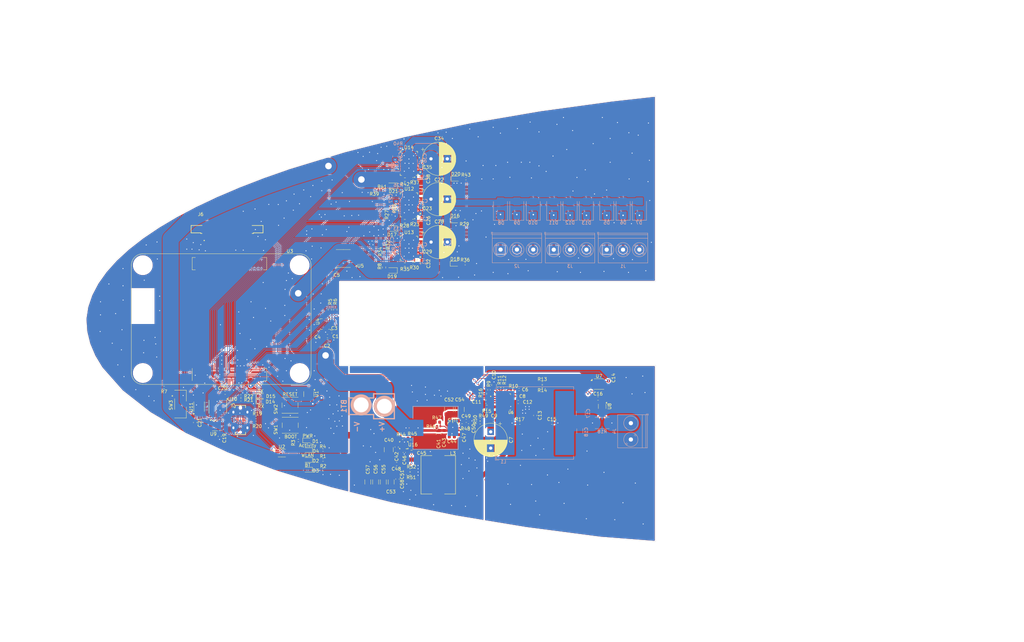
<source format=kicad_pcb>
(kicad_pcb (version 20240108) (generator "pcbnew") (generator_version "8.0")
  (layers (0 "F.Cu" signal) (31 "B.Cu" signal) (34 "B.Paste" user) (35 "F.Paste" user) (36 "B.SilkS" user "B.Silkscreen") (37 "F.SilkS" user "F.Silkscreen") (38 "B.Mask" user) (39 "F.Mask" user) (44 "Edge.Cuts" user))
  (net 0 "")
  (net 1 "+7.5V")
  (net 2 "GNDPWR")
  (net 3 "GND")
  (net 4 "+3.3V")
  (net 5 "Net-(U4-REGOUT)")
  (net 6 "GND2")
  (net 7 "+12V")
  (net 8 "Net-(U6-SS)")
  (net 9 "Net-(U6-VDD)")
  (net 10 "Net-(U6-BOOT)")
  (net 11 "+5V")
  (net 12 "Net-(U6-VSNS)")
  (net 13 "Net-(C13-Pad2)")
  (net 14 "Net-(U9-VBUS)")
  (net 15 "Net-(U12-CPH)")
  (net 16 "Net-(U12-CPL)")
  (net 17 "Net-(U12-CP)")
  (net 18 "Net-(U12-DVDD)")
  (net 19 "Net-(U12-AVDD)")
  (net 20 "Net-(U13-CPH)")
  (net 21 "Net-(U13-CPL)")
  (net 22 "Net-(U13-CP)")
  (net 23 "Net-(U13-DVDD)")
  (net 24 "Net-(U13-AVDD)")
  (net 25 "Net-(U14-CPL)")
  (net 26 "Net-(U14-CPH)")
  (net 27 "Net-(U14-CP)")
  (net 28 "Net-(U14-DVDD)")
  (net 29 "Net-(U14-AVDD)")
  (net 30 "Net-(U15-BST)")
  (net 31 "Net-(U16-VCC)")
  (net 32 "Net-(U16-SS)")
  (net 33 "Net-(U15-VCC)")
  (net 34 "Net-(U16-BST)")
  (net 35 "Net-(U16-SW)")
  (net 36 "Net-(U15-COMP)")
  (net 37 "Net-(U16-FB)")
  (net 38 "Net-(D1-K)")
  (net 39 "Net-(D2-K)")
  (net 40 "Net-(D2-A)")
  (net 41 "Net-(D3-K)")
  (net 42 "Net-(D4-K)")
  (net 43 "/Reaction Wheels/Motor Driver 3/OUTA")
  (net 44 "/Reaction Wheels/Motor Driver 3/OUTB")
  (net 45 "/Reaction Wheels/Motor Driver 3/OUTC")
  (net 46 "/Reaction Wheels/Motor Driver 2/OUTA")
  (net 47 "/Reaction Wheels/Motor Driver 2/OUTB")
  (net 48 "/Reaction Wheels/Motor Driver 2/OUTC")
  (net 49 "/Reaction Wheels/Motor Driver 1/OUTA")
  (net 50 "/Reaction Wheels/Motor Driver 1/OUTB")
  (net 51 "/Reaction Wheels/Motor Driver 1/OUTC")
  (net 52 "Net-(D14-K)")
  (net 53 "Net-(D15-K)")
  (net 54 "Net-(D16-K)")
  (net 55 "Net-(D16-A)")
  (net 56 "/Processor/~{MOTOR_FAULT}")
  (net 57 "Net-(D18-K)")
  (net 58 "Net-(D18-A)")
  (net 59 "Net-(D20-A)")
  (net 60 "Net-(D20-K)")
  (net 61 "Net-(J4-Pin_1)")
  (net 62 "/High Speed IO/USB+")
  (net 63 "Net-(J5-CC1)")
  (net 64 "/High Speed IO/USB-")
  (net 65 "Net-(J5-CC2)")
  (net 66 "/High Speed IO/CAMSCL")
  (net 67 "/High Speed IO/CAMIO")
  (net 68 "/High Speed IO/CAMSDA")
  (net 69 "unconnected-(J6-Pin_12-Pad12)")
  (net 70 "Net-(U6-SW)")
  (net 71 "Net-(U3A-~{Pi_nLED_Activity})")
  (net 72 "/Processor/I2C_SDA")
  (net 73 "/Processor/I2C_SCL")
  (net 74 "Net-(U3A-EEPROM_nWP)")
  (net 75 "Net-(U6-MODE)")
  (net 76 "Net-(U6-COMP)")
  (net 77 "Net-(U6-ILIMIT)")
  (net 78 "Net-(U6-FSW)")
  (net 79 "Net-(R13-Pad2)")
  (net 80 "/Magneto-Hidrodynamic Drive/VFB")
  (net 81 "Net-(U6-PHASE)")
  (net 82 "/Magneto-Hidrodynamic Drive/PGOOD")
  (net 83 "Net-(U10-CBUS1)")
  (net 84 "Net-(U10-CBUS2)")
  (net 85 "/Processor/MOTOR1_FG")
  (net 86 "/Reaction Wheels/SD0")
  (net 87 "Net-(U12-DRVOFF)")
  (net 88 "/Reaction Wheels/SC0")
  (net 89 "Net-(U12-BRAKE)")
  (net 90 "/Processor/MOTOR2_FG")
  (net 91 "/Reaction Wheels/SD1")
  (net 92 "Net-(U13-DRVOFF)")
  (net 93 "/Reaction Wheels/SC1")
  (net 94 "Net-(U13-BRAKE)")
  (net 95 "/Processor/MOTOR3_FG")
  (net 96 "/Reaction Wheels/SD2")
  (net 97 "Net-(U14-DRVOFF)")
  (net 98 "/Reaction Wheels/SC2")
  (net 99 "Net-(U14-BRAKE)")
  (net 100 "Net-(U16-EN)")
  (net 101 "Net-(U15-EN)")
  (net 102 "Net-(U15-FB)")
  (net 103 "/Processor/nRPIBOOT")
  (net 104 "Net-(SW2-Pad1)")
  (net 105 "/Processor/GLOBAL_EN")
  (net 106 "/High Speed IO/USB_OTG")
  (net 108 "/Processor/RUN_PG")
  (net 109 "Net-(U2-2A)")
  (net 110 "Net-(U2-3A)")
  (net 111 "Net-(U2-1A)")
  (net 119 "/Processor/MOTOR3_PWM")
  (net 122 "/Processor/MOTOR1_DIR")
  (net 124 "/Processor/MOTOR1_PWM")
  (net 140 "/High Speed IO/RASPI_USB+")
  (net 147 "/Magneto-Hidrodynamic Drive/EN")
  (net 158 "/Processor/MOTOR2_PWM")
  (net 164 "/Processor/ICM_INT")
  (net 183 "/High Speed IO/UART_TX")
  (net 196 "/Processor/MOTOR2_DIR")
  (net 200 "~{nRESET}")
  (net 208 "/Processor/MOTOR3_DIR")
  (net 220 "/High Speed IO/RASPI_USB-")
  (net 223 "/High Speed IO/UART_RX")
  (net 233 "Net-(U7-POB)")
  (net 234 "/High Speed IO/D-")
  (net 235 "/High Speed IO/D+")
  (net 239 "/High Speed IO/UART_USB+")
  (net 240 "/High Speed IO/UART_USB-")
  (net 278 "/High Speed IO/CAM1+")
  (net 279 "/High Speed IO/CAMC-")
  (net 280 "/High Speed IO/CAMC+")
  (net 281 "/High Speed IO/CAM0-")
  (net 282 "/High Speed IO/CAM1-")
  (net 283 "/High Speed IO/CAM0+")
  (net 284 "Net-(U2-3Y)")
  (net 285 "Net-(C6-Pad1)")
  (net 286 "Net-(C11-Pad2)")
  (net 287 "Net-(D3-A)")
  (net 288 "Net-(C15-Pad2)")
  (net 289 "Net-(C44-Pad1)")
  (net 290 "Net-(C49-Pad1)")
  (footprint "inductors:IND_-1R5MC_SUM" (layer "F.Cu") (at 188.675 188.85255 -90)
    (property "Reference" "L3")
    (property "Value" "1.5u")
  )
  (footprint "Capacitor_SMD:C_0603_1608Metric" (layer "F.Cu") (at 151.725 145.3 180)
    (property "Reference" "C4")
    (property "Value" "100n")
  )
  (footprint "Resistor_SMD:R_0402_1005Metric" (layer "F.Cu") (at 169.8 101.75)
    (property "Reference" "R39")
    (property "Value" "5.1k")
  )
  (footprint "Resistor_SMD:R_0402_1005Metric" (layer "F.Cu") (at 180.95 98.25)
    (property "Reference" "R37")
    (property "Value" "5.1k")
  )
  (footprint "Resistor_SMD:R_0603_1608Metric" (layer "F.Cu") (at 178.45 124.5 180)
    (property "Reference" "R35")
    (property "Value" "10k")
  )
  (footprint "Resistor_SMD:R_0402_1005Metric" (layer "F.Cu") (at 172.1 120.55 90)
    (property "Reference" "R34")
    (property "Value" "5.1k")
  )
  (footprint "Capacitor_SMD:C_1206_3216Metric" (layer "F.Cu") (at 171.875 191.05 -90)
    (property "Reference" "C55")
    (property "Value" "22u")
  )
  (footprint "NetTie:NetTie-2_SMD_Pad2.0mm" (layer "F.Cu") (at 202.7 178.225)
    (property "Reference" "NT1" (hide yes))
    (property "Value" "NetTie_2" (hide yes))
  )
  (footprint "Package_SO:MSOP-10_3x3mm_P0.5mm" (layer "F.Cu") (at 115.5 167.9875 90)
    (property "Reference" "U11")
    (property "Value" "FSUSB42MUX")
  )
  (footprint "Capacitor_SMD:C_0603_1608Metric" (layer "F.Cu") (at 157.55 126.2)
    (property "Reference" "C5")
    (property "Value" "100n")
  )
  (footprint "Resistor_SMD:R_0402_1005Metric" (layer "F.Cu") (at 145.86 178.35 180)
    (property "Reference" "R3")
    (property "Value" "68R")
  )
  (footprint "LED_SMD:LED_0603_1608Metric" (layer "F.Cu") (at 193.8 111.01)
    (property "Reference" "D16")
    (property "Value" "LED")
  )
  (footprint "Capacitor_SMD:C_0603_1608Metric" (layer "F.Cu") (at 203.275 166.5 180)
    (property "Reference" "C11")
    (property "Value" "100n")
  )
  (footprint "Capacitor_SMD:C_0402_1005Metric" (layer "F.Cu") (at 178.6 188.85 90)
    (property "Reference" "C51")
    (property "Value" "33p")
  )
  (footprint "FFC3A20-15-G:GCT_FFC3A20-15-G_REVA1" (layer "F.Cu") (at 124.04 113.77)
    (property "Reference" "J6")
    (property "Value" "Conn_01x15_Socket")
  )
  (footprint "RPi_Compute_Module_4:Raspberry-Pi-4-Compute-Module" (layer "F.Cu") (at 124.75 141.2 90)
    (property "Reference" "U3")
    (property "Value" "Compute_Module_4_Connectors")
  )
  (footprint "Resistor_SMD:R_0603_1608Metric" (layer "F.Cu") (at 180.25 177.675)
    (property "Reference" "R45")
    (property "Value" "100k")
  )
  (footprint "LED_SMD:LED_0603_1608Metric" (layer "F.Cu") (at 148.7 178.35)
    (property "Reference" "D1")
    (property "Value" "PWR")
  )
  (footprint "Package_TO_SOT_SMD:SOT-23-5" (layer "F.Cu") (at 149.0525 164.16 -90)
    (property "Reference" "U1")
    (property "Value" "74LVC1G07")
  )
  (footprint "Capacitor_SMD:C_1210_3225Metric" (layer "F.Cu") (at 195.25 168.85 90)
    (property "Reference" "C54")
    (property "Value" "47u")
  )
  (footprint "Resistor_SMD:R_0603_1608Metric" (layer "F.Cu") (at 178.435 111.21 180)
    (property "Reference" "R28")
    (property "Value" "10k")
  )
  (footprint "Button_Switch_SMD:SW_SPST_PTS647_Sx38" (layer "F.Cu") (at 143.305 167.56)
    (property "Reference" "SW2")
    (property "Value" "RESET")
  )
  (footprint "Resistor_SMD:R_0402_1005Metric" (layer "F.Cu") (at 196.91 124.25)
    (property "Reference" "R36")
    (property "Value" "68R")
  )
  (footprint "Capacitor_SMD:C_0402_1005Metric" (layer "F.Cu") (at 183.5 120.1 90)
    (property "Reference" "C29")
    (property "Value" "47n")
  )
  (footprint "Capacitor_SMD:C_0805_2012Metric" (layer "F.Cu") (at 188.765 176.2445 -90)
    (property "Reference" "C41")
    (property "Value" "10u")
  )
  (footprint "Resistor_SMD:R_0402_1005Metric" (layer "F.Cu") (at 174.1 109.25 90)
    (property "Reference" "R27")
    (property "Value" "5.1k")
  )
  (footprint "Resistor_SMD:R_0402_1005Metric" (layer "F.Cu") (at 171.74 101.75 180)
    (property "Reference" "R41")
    (property "Value" "5.1k")
  )
  (footprint "Package_SO:VSSOP-8_2.3x2mm_P0.5mm" (layer "F.Cu") (at 140.81 182.21)
    (property "Reference" "U2")
    (property "Value" "SN74LVC3G07DCUR")
  )
  (footprint "Capacitor_SMD:C_0402_1005Metric" (layer "F.Cu") (at 178.275 182.025 -90)
    (property "Reference" "C46")
    (property "Value" "10n")
  )
  (footprint "Resistor_SMD:R_0402_1005Metric" (layer "F.Cu") (at 195.965 173.6)
    (property "Reference" "R48")
    (property "Value" "61k9")
  )
  (footprint "Capacitor_THT:CP_Radial_D10.0mm_P5.00mm" (layer "F.Cu") (at 186.44 104.475)
    (property "Reference" "C22")
    (property "Value" "20u")
  )
  (footprint "Resistor_SMD:R_0402_1005Metric" (layer "F.Cu") (at 174.1 107.3 -90)
    (property "Reference" "R25")
    (property "Value" "5.1k")
  )
  (footprint "Capacitor_SMD:C_0603_1608Metric" (layer "F.Cu") (at 154.775 146.4)
    (property "Reference" "C1")
    (property "Value" "100n")
  )
  (footprint "Resistor_SMD:R_0402_1005Metric" (layer "F.Cu") (at 180.94 111.01)
    (property "Reference" "R23")
    (property "Value" "5.1k")
  )
  (footprint "TPS566238PRQFR:RQF0009A" (layer "F.Cu") (at 178.125003 179.799998 180)
    (property "Reference" "U16")
    (property "Value" "TPS566238PRQFR")
  )
  (footprint "Resistor_SMD:R_0402_1005Metric" (layer "F.Cu") (at 204.225 162.86 90)
    (property "Reference" "R9")
    (property "Value" "1k")
  )
  (footprint "Resistor_SMD:R_0402_1005Metric" (layer "F.Cu") (at 188.795 174.01)
    (property "Reference" "R46")
    (property "Value" "182k")
  )
  (footprint "Capacitor_SMD:C_1210_3225Metric" (layer "F.Cu") (at 173.525 181.175 -90)
    (property "Reference" "C40")
    (property "Value" "47u")
  )
  (footprint "Capacitor_SMD:C_0603_1608Metric" (layer "F.Cu") (at 176.2 190.175 -90)
    (property "Reference" "C58")
    (property "Value" "100n")
  )
  (footprint "Resistor_SMD:R_0402_1005Metric" (layer "F.Cu") (at 211.475 162.775 180)
    (property "Reference" "R10")
    (property "Value" "137k")
  )
  (footprint "Resistor_SMD:R_0402_1005Metric" (layer "F.Cu") (at 180.95 124.25)
    (property "Reference" "R30")
    (property "Value" "5.1k")
  )
  (footprint "Resistor_SMD:R_0402_1005Metric" (layer "F.Cu") (at 104.76 162.1)
    (property "Reference" "R7")
    (property "Value" "0R")
  )
  (footprint "Resistor_SMD:R_0603_1608Metric" (layer "F.Cu") (at 157.15 138.3 90)
    (property "Reference" "R6")
    (property "Value" "10k")
  )
  (footprint "Resistor_SMD:R_0603_1608Metric" (layer "F.Cu") (at 188.26 172.75 180)
    (property "Reference" "R47")
    (property "Value" "100k")
  )
  (footprint "Resistor_SMD:R_0402_1005Metric" (layer "F.Cu") (at 128.26 165.89)
    (property "Reference" "R21")
    (property "Value" "68R")
  )
  (footprint "LED_SMD:LED_0603_1608Metric" (layer "F.Cu") (at 134.37 164.76)
    (property "Reference" "D15")
    (property "Value" "TX")
  )
  (footprint "Resistor_SMD:R_0402_1005Metric" (layer "F.Cu") (at 220.515 160.785)
    (property "Reference" "R13")
    (property "Value" "1k")
  )
  (footprint "Resistor_SMD:R_0402_1005Metric" (layer "F.Cu") (at 128.27 164.78)
    (property "Reference" "R22")
    (property "Value" "68R")
  )
  (footprint "Diode_SMD:D_SOD-323" (layer "F.Cu") (at 174.5 113.5 180)
    (property "Reference" "D17")
    (property "Value" "D_Schottky")
  )
  (footprint "Resistor_SMD:R_0603_1608Metric" (layer "F.Cu") (at 178.475 98.5 180)
    (property "Reference" "R42")
    (property "Value" "10k")
  )
  (footprint "Capacitor_SMD:C_0603_1608Metric" (layer "F.Cu") (at 213.15 166.55)
    (property "Reference" "C12")
    (property "Value" "4.7u")
  )
  (footprint "Capacitor_SMD:C_0603_1608Metric" (layer "F.Cu") (at 218.35 170.7 -90)
    (property "Reference" "C13")
    (property "Value" "8.2n")
  )
  (footprint "Resistor_SMD:R_0402_1005Metric" (layer "F.Cu") (at 180.05 187.45)
    (property "Reference" "R52")
    (property "Value" "30k")
  )
  (footprint "Capacitor_SMD:C_0603_1608Metric" (layer "F.Cu") (at 175.95 185.55)
    (property "Reference" "C48")
    (property "Value" "100n")
  )
  (footprint "Resistor_SMD:R_0402_1005Metric" (layer "F.Cu") (at 132.9 172.8)
    (property "Reference" "R20")
    (property "Value" "5.1k")
  )
  (footprint "Resistor_SMD:R_0603_1608Metric" (layer "F.Cu") (at 202.95 164.025 -90)
    (property "Reference" "R16")
    (property "Value" "10k")
  )
  (footprint "Resistor_SMD:R_0402_1005Metric" (layer "F.Cu") (at 172.1 118.55 -90)
    (property "Reference" "R32")
    (property "Value" "5.1k")
  )
  (footprint "Resistor_SMD:R_0603_1608Metric" (layer "F.Cu") (at 155.5 138.3 90)
    (property "Reference" "R5")
    (property "Value" "10k")
  )
  (footprint "Resistor_SMD:R_0402_1005Metric" (layer "F.Cu") (at 207.275 162.14 90)
    (property "Reference" "R11")
    (property "Value" "42k2")
  )
  (footprint "SIC461ED-T1-GE3:CONV_SIC461ED-T1-GE3" (layer "F.Cu") (at 208.325 166.55)
    (property "Reference" "U6")
    (property "Value" "SIC461ED-T1-GE3")
  )
  (footprint "Capacitor_THT:CP_Radial_D10.0mm_P5.00mm" (layer "F.Cu") (at 204.725 175.7 -90)
    (property "Reference" "C7")
    (property "Value" "120u")
  )
  (footprint "LED_SMD:LED_0603_1608Metric" (layer "F.Cu") (at 148.7 181.3 180)
    (property "Reference" "D4")
    (property "Value" "Activity")
  )
  (footprint "Capacitor_SMD:C_0603_1608Metric" (layer "F.Cu") (at 154.775 147.95)
    (property "Reference" "C2")
    (property "Value" "2.2u")
  )
  (footprint "Resistor_SMD:R_0402_1005Metric" (layer "F.Cu") (at 213.625 173.025)
    (property "Reference" "R17")
    (property "Value" "1k21")
  )
  (footprint "Capacitor_SMD:C_0603_1608Metric" (layer "F.Cu") (at 175.95 180.375 -90)
    (property "Reference" "C42")
    (property "Value" "100n")
  )
  (footprint "Resistor_SMD:R_0402_1005Metric" (layer "F.Cu") (at 208.3 162.14 90)
    (property "Reference" "R12")
    (property "Value" "52k3")
  )
  (footprint "NetTie:NetTie-2_SMD_Pad2.0mm" (layer "F.Cu") (at 161 176.75 180)
    (property "Reference" "NT2" (hide yes))
    (property "Value" "NetTie_2" (hide yes))
  )
  (footprint "Diode_SMD:D_SOD-323" (layer "F.Cu") (at 174.55 100.4 180)
    (property "Reference" "D21")
    (property "Value" "D_Schottky")
  )
  (footprint "Diode_SMD:D_SOD-323" (layer "F.Cu") (at 174.55 126.3 180)
    (property "Reference" "D19")
    (property "Value" "D_Schottky")
  )
  (footprint "LED_SMD:LED_0603_1608Metric" (layer "F.Cu") (at 148.7 184.3 180)
    (property "Reference" "D2")
    (property "Value" "WLAN")
  )
  (footprint "Capacitor_SMD:C_0603_1608Metric" (layer "F.Cu") (at 121.81 177.09 -90)
    (property "Reference" "C19")
    (property "Value" "100n")
  )
  (footprint "Package_TO_SOT_SMD:SOT-363_SC-70-6" (layer "F.Cu") (at 238.85 167.9 -90)
    (property "Reference" "U8")
    (property "Value" "INA211")
  )
  (footprint "Resistor_SMD:R_0402_1005Metric" (layer "F.Cu") (at 153.4 184.3 180)
    (property "Reference" "R1")
    (property "Value" "68R")
  )
  (footprint "Capacitor_SMD:C_1210_3225Metric" (layer "F.Cu") (at 191.95 168.85 90)
    (property "Reference" "C52")
    (property "Value" "47u")
  )
  (footprint "Capacitor_SMD:C_0402_1005Metric" (layer "F.Cu") (at 183.54 107.16 90)
    (property "Reference" "C23")
    (property "Value" "47n")
  )
  (footprint "Package_SO:SSOP-16_3.9x4.9mm_P0.635mm" (layer "F.Cu") (at 121.21 168 -90)
    (property "Reference" "U10")
    (property "Value" "FT230XS")
  )
  (footprint "Capacitor_SMD:C_0402_1005Metric" (layer "F.Cu") (at 212.575 164.825)
    (property "Reference" "C8")
    (property "Value" "33n")
  )
  (footprint "Capacitor_SMD:C_0603_1608Metric" (layer "F.Cu") (at 192.835 177.23 180)
    (property "Reference" "C44")
    (property "Value" "100n")
  )
  (footprint "LED_SMD:LED_0603_1608Metric" (layer "F.Cu") (at 134.3675 166.42)
    (property "Reference" "D14")
    (property "Value" "RX")
  )
  (footprint "LED_SMD:LED_0603_1608Metric" (layer "F.Cu") (at 193.8 124.25)
    (property "Reference" "D18")
    (property "Value" "LED")
  )
  (footprint "Resistor_SMD:R_0402_1005Metric" (layer "F.Cu") (at 132.89 171.3)
    (property "Reference" "R19")
    (property "Value" "5.1k")
  )
  (footprint "Package_TO_SOT_SMD:SOT-23-6" (layer "F.Cu") (at 120.3 173.85)
    (property "Reference" "U9")
    (property "Value" "USBLC6-2SC6")
  )
  (footprint "Capacitor_SMD:C_0402_1005Metric" (layer "F.Cu") (at 156.1 145.1)
    (property "Reference" "C3")
    (property "Value" "10n")
  )
  (footprint "Capacitor_SMD:C_0805_2012Metric" (layer "F.Cu") (at 205.75 161.375 90)
    (property "Reference" "C10")
    (property "Value" "1u")
  )
  (footprint "Capacitor_SMD:C_0603_1608Metric" (layer "F.Cu") (at 114.25 172.85 -90)
    (property "Reference" "C21")
    (property "Value" "100n")
  )
  (footprint "MCT8316A1VRGFR:VQFN40_RGF_TEX" (layer "F.Cu") (at 179.69 93.5456 180)
    (property "Reference" "U14")
    (property "Value" "MCT8316A1VRGFR")
  )
  (footprint "MCT8316A1VRGFR:VQFN40_RGF_TEX" (layer "F.Cu") (at 179.700441 106.2456 180)
    (property "Reference" "U12")
    (property "Value" "MCT8316A1VRGFR")
  )
  (footprint "LED_SMD:LED_0603_1608Metric" (layer "F.Cu") (at 148.7 187.3 180)
    (property "Reference" "D3")
    (property "Value" "BT")
  )
  (footprint "Capacitor_SMD:C_0603_1608Metric" (layer "F.Cu") (at 205.6 172.15)
    (property "Reference" "C9")
    (property "Value" "100n")
  )
  (footprint "Resistor_SMD:R_0603_1608Metric" (layer "F.Cu") (at 172.1 125.4 -90)
    (property "Reference" "R8")
    (property "Value" "10k")
  )
  (footprint "Capacitor_SMD:C_0603_1608Metric" (layer "F.Cu") (at 195.185 177.36 -90)
    (property "Reference" "C47")
    (property "Value" "2.2u")
  )
  (footprint "Capacitor_SMD:C_0805_2012Metric" (layer "F.Cu") (at 184 124.25 -90)
    (property "Reference" "C32")
    (property "Value" "1u")
  )
  (footprint "Package_DFN_QFN:DFN-8-1EP_3x3mm_P0.5mm_EP1.65x2.38mm" (layer "F.Cu") (at 237.875 161.1)
    (property "Reference" "U7")
    (property "Value" "MCP4531T-103E/MF")
  )
  (footprint "Capacitor_SMD:C_0402_1005Metric" (layer "F.Cu") (at 197.925 173.6)
    (property "Reference" "C50")
    (property "Value" "82p")
  )
  (footprint "Capacitor_SMD:C_0603_1608Metric" (layer "F.Cu") (at 190.54 176.0695 -90)
    (property "Reference" "C43")
    (property "Value" "100n")
  )
  (footprint "Resistor_SMD:R_0603_1608Metric" (layer "F.Cu") (at 203.5 168.05 180)
    (property "Reference" "R15")
    (property "Value" "1R")
  )
  (footprint "Capacitor_SMD:C_1206_3216Metric" (layer "F.Cu") (at 167.125 191.05 -90)
    (property "Reference" "C57")
    (property "Value" "22u")
  )
  (footprint "Capacitor_SMD:C_1206_3216Metric" (layer "F.Cu") (at 174.25 191.05 -90)
    (property "Reference" "C53")
    (property "Value" "22u")
  )
  (footprint "Resistor_SMD:R_0402_1005Metric" (layer "F.Cu") (at 201.49 171.89)
    (property "Reference" "R49")
    (property "Value" "931k")
  )
  (footprint "Package_SO:TSSOP-16_4.4x5mm_P0.65mm" (layer "F.Cu") (at 159.6 122.65 180)
    (property "Reference" "U5")
    (property "Value" "MAX7368EUET")
  )
  (footprint "Resistor_SMD:R_0402_1005Metric" (layer "F.Cu") (at 201.5 172.915 180)
    (property "Reference" "R50")
    (property "Value" "48k7")
  )
  (footprint "MCT8316A1VRGFR:VQFN40_RGF_TEX" (layer "F.Cu") (at 179.6989 119.500189 180)
    (property "Reference" "U13")
    (property "Value" "MCT8316A1VRGFR")
  )
  (footprint "Resistor_SMD:R_0402_1005Metric" (layer "F.Cu") (at 153.4 181.3 180)
    (property "Reference" "R4")
    (property "Value" "68R")
  )
  (footprint "Capacitor_SMD:C_0402_1005Metric" (layer "F.Cu") (at 183.45 94.62 90)
    (property "Reference" "C35")
    (property "Value" "47n")
  )
  (footprint "Capacitor_SMD:C_0603_1608Metric" (layer "F.Cu") (at 240.775 159.375 90)
    (property "Reference" "C14")
    (property "Value" "100n")
  )
  (footprint "Capacitor_THT:CP_Radial_D10.0mm_P5.00mm" (layer "F.Cu") (at 186.45 92.15)
    (property "Reference" "C34")
    (property "Value" "20u")
  )
  (footprint "Capacitor_THT:CP_Radial_D10.0mm_P5.00mm" (layer "F.Cu") (at 186.472323 117.625)
    (property "Reference" "C28")
    (property "Value" "20u")
  )
  (footprint "USB4120:USB4120-03-C_GCT" (layer "F.Cu") (at 128.12 172.075 90)
    (property "Reference" "J5")
    (property "Value" "USB_C_Receptacle_USB2.0_14P")
    (fp_line (start 3.65 -0.26) (end 3.85 -0.26) (stroke (width 0.01)) (layer "Edge.Cuts"))
    (fp_line (start 3.85 0.26) (end 3.65 0.26) (stroke (width 0.01)) (layer "Edge.Cuts"))
    (fp_arc (start 3.85 -0.26) (mid 4.033848 -0.183848) (end 4.11 0) (stroke (width 0.01)) (layer "Edge.Cuts"))
    (fp_arc (start 4.11 0) (mid 4.033848 0.183848) (end 3.85 0.26) (stroke (width 0.01)) (layer "Edge.Cuts"))
    (fp_arc (start 3.39 0) (mid 3.466152 -0.183848) (end 3.65 -0.26) (stroke (width 0.01)) (layer "Edge.Cuts"))
    (fp_arc (start 3.65 0.26) (mid 3.466152 0.183848) (end 3.39 0) (stroke (width 0.01)) (layer "Edge.Cuts"))
  )
  (footprint "Capacitor_SMD:C_1206_3216Metric" (layer "F.Cu") (at 169.5 191.05 -90)
    (property "Reference" "C56")
    (property "Value" "22u")
  )
  (footprint "Resistor_SMD:R_0402_1005Metric" (layer "F.Cu") (at 177.75 177.675)
    (property "Reference" "R44")
    (property "Value" "383k")
  )
  (footprint "Capacitor_SMD:C_0805_2012Metric" (layer "F.Cu") (at 180.5 182.05)
    (property "Reference" "C45")
    (property "Value" "1u")
  )
  (footprint "Package_LGA:LGA-16_3x3mm_P0.5mm_LayoutBorder3x5y" (layer "F.Cu") (at 154.15 142.725 180)
    (property "Reference" "U4")
    (property "Value" "ICM-20602")
  )
  (footprint "LED_SMD:LED_0603_1608Metric" (layer "F.Cu") (at 194.05 98.225)
    (property "Reference" "D20")
    (property "Value" "LED")
  )
  (footprint "JS102011JCQN:SW_JS102011JCQN" (layer "F.Cu") (at 109.78 167.21 -90)
    (property "Reference" "SW3")
    (property "Value" "SW_SPDT")
  )
  (footprint "Resistor_SMD:R_0402_1005Metric" (layer "F.Cu") (at 196.85 111)
    (property "Reference" "R29")
    (property "Value" "68R")
  )
  (footprint "Capacitor_SMD:C_0402_1005Metric" (layer "F.Cu") (at 223.395 173)
    (property "Reference" "C15")
    (property "Value" "15n")
  )
  (footprint "TPS61288RQQR:RQQ0011A-MFG" (layer "F.Cu") (at 193.115 174.1695 180)
    (property "Reference" "U15")
    (property "Value" "TPS61288RQQR")
  )
  (footprint "Resistor_SMD:R_0402_1005Metric" (layer "F.Cu") (at 220.515 161.825 180)
    (property "Reference" "R14")
    (property "Value" "75R")
  )
  (footprint "Resistor_SMD:R_0402_1005Metric" (layer "F.Cu") (at 197.15 98.225)
    (property "Reference" "R43")
    (property "Value" "68R")
  )
  (footprint "Capacitor_SMD:C_0603_1608Metric" (layer "F.Cu") (at 123.45 163.75)
    (property "Reference" "C20")
    (property "Value" "100n")
  )
  (footprint "Capacitor_SMD:C_0402_1005Metric" (layer "F.Cu") (at 213.395 162.775)
    (property "Reference" "C6")
    (property "Value" "5.6n")
  )
  (footprint "Resistor_SMD:R_0402_1005Metric" (layer "F.Cu") (at 180.05 188.45 180)
    (property "Reference" "R51")
    (property "Value" "220k")
  )
  (footprint "Capacitor_SMD:C_0603_1608Metric" (layer "F.Cu") (at 237.575 165.5)
    (property "Reference" "C16")
    (property "Value" "100n")
  )
  (footprint "Button_Switch_SMD:SW_SPST_PTS647_Sx38" (layer "F.Cu") (at 143.35 173.69)
    (property "Reference" "SW1")
    (property "Value" "BOOT")
  )
  (footprint "Resistor_SMD:R_0402_1005Metric" (layer "F.Cu") (at 153.4 187.3 180)
    (property "Reference" "R2")
    (property "Value" "68R")
  )
  (footprint "Capacitor_SMD:C_0603_1608Metric" (layer "F.Cu") (at 197.25 172.325)
    (property "Reference" "C49")
    (property "Value" "39n")
  )
  (footprint "Capacitor_SMD:C_0805_2012Metric" (layer "F.Cu") (at 184 111.04 -90)
    (property "Reference" "C26")
    (property "Value" "1u")
  )
  (footprint "Capacitor_SMD:C_0805_2012Metric" (layer "F.Cu") (at 183.95 98.3 -90)
    (property "Reference" "C38")
    (property "Value" "1u")
  )
  (footprint "Resistor_SMD:R_0603_1608Metric" (layer "B.Cu") (at 176.415 101.65 180)
    (property "Reference" "R26")
    (property "Value" "10k")
  )
  (footprint "TerminalBlock_Phoenix:TerminalBlock_Phoenix_PT-1,5-3-5.0-H_1x03_P5.00mm_Horizontal" (layer "B.Cu") (at 207.75 119.925)
    (property "Reference" "J2")
    (property "Value" "Screw_Terminal_01x03")
  )
  (footprint "Diode_SMD:D_SMB" (layer "B.Cu") (at 250.25 107.3 90)
    (property "Reference" "D7")
    (property "Value" "D_Zener")
  )
  (footprint "Resistor_SMD:R_0402_1005Metric" (layer "B.Cu") (at 176.1 120.14 -90)
    (property "Reference" "R31")
    (property "Value" "5.1k")
  )
  (footprint "Capacitor_SMD:C_0805_2012Metric" (layer "B.Cu") (at 184.2 122 180)
    (property "Reference" "C31")
    (property "Value" "1u")
  )
  (footprint "Capacitor_SMD:C_0805_2012Metric" (layer "B.Cu") (at 184.2 94.35)
    (property "Reference" "C36")
    (property "Value" "1u")
  )
  (footprint "TerminalBlock_Phoenix:TerminalBlock_Phoenix_PT-1,5-3-5.0-H_1x03_P5.00mm_Horizontal" (layer "B.Cu") (at 224.025 119.95)
    (property "Reference" "J3")
    (property "Value" "Screw_Terminal_01x03")
  )
  (footprint "inductors:IND_IHLP-5050CE-01_VIS" (layer "B.Cu") (at 187.841 174.5)
    (property "Reference" "L2")
    (property "Value" "2.2u")
  )
  (footprint "Resistor_SMD:R_0402_1005Metric" (layer "B.Cu") (at 176 94.15 -90)
    (property "Reference" "R38")
    (property "Value" "5.1k")
  )
  (footprint "Diode_SMD:D_SMB" (layer "B.Cu") (at 224 107.325 90)
    (property "Reference" "D11")
    (property "Value" "D_Zener" (hide yes))
  )
  (footprint "Resistor_SMD:R_2512_6332Metric" (layer "B.Cu") (at 238.85 173)
    (property "Reference" "R18")
    (property "Value" "2m")
  )
  (footprint "Diode_SMD:D_SMB" (layer "B.Cu") (at 212.725 107.325 90)
    (property "Reference" "D9")
    (property "Value" "D_Zener")
  )
  (footprint "Diode_SMD:D_SMB" (layer "B.Cu") (at 207.725 107.325 90)
    (property "Reference" "D8")
    (property "Value" "D_Zener")
  )
  (footprint "Capacitor_SMD:C_1210_3225Metric" (layer "B.Cu") (at 232.3 170.075 90)
    (property "Reference" "C17")
    (property "Value" "47u")
  )
  (footprint "TerminalBlock_Phoenix:TerminalBlock_Phoenix_PT-1,5-2-5.0-H_1x02_P5.00mm_Horizontal" (layer "B.Cu") (at 247.625 173.05 -90)
    (property "Reference" "J4")
    (property "Value" "Screw_Terminal_01x02")
  )
  (footprint "Diode_SMD:D_SMB" (layer "B.Cu") (at 245.25 107.3 90)
    (property "Reference" "D6")
    (property "Value" "D_Zener")
  )
  (footprint "Capacitor_SMD:C_0805_2012Metric" (layer "B.Cu") (at 175.79 104.22 90)
    (property "Reference" "C27")
    (property "Value" "1u")
  )
  (footprint "Capacitor_SMD:C_0805_2012Metric" (layer "B.Cu") (at 176.15 117.45 90)
    (property "Reference" "C33")
    (property "Value" "1u")
  )
  (footprint "Diode_SMD:D_SMB" (layer "B.Cu") (at 229.025 107.325 90)
    (property "Reference" "D12")
    (property "Value" "D_Zener")
  )
  (footprint "Capacitor_SMD:C_0805_2012Metric" (layer "B.Cu") (at 184.2 106.83)
    (property "Reference" "C24")
    (property "Value" "1u")
  )
  (footprint "Resistor_SMD:R_0603_1608Metric" (layer "B.Cu") (at 176.375 88.925 180)
    (property "Reference" "R40")
    (property "Value" "10k")
  )
  (footprint "Diode_SMD:D_SMB" (layer "B.Cu") (at 240.25 107.3 90)
    (property "Reference" "D5")
    (property "Value" "D_Zener")
  )
  (footprint "Resistor_SMD:R_0603_1608Metric" (layer "B.Cu") (at 176.4 114.95 180)
    (property "Reference" "R33")
    (property "Value" "10k")
  )
  (footprint "TerminalBlock_Phoenix:TerminalBlock_Phoenix_PT-1,5-3-5.0-H_1x03_P5.00mm_Horizontal" (layer "B.Cu") (at 240.225 119.95)
    (property "Reference" "J1")
    (property "Value" "Screw_Terminal_01x03")
  )
  (footprint "Diode_SMD:D_SMB" (layer "B.Cu") (at 217.75 107.325 90)
    (property "Reference" "D10")
    (property "Value" "D_Zener")
  )
  (footprint "Inductor_SMD:L_Pulse_PA4349" (layer "B.Cu") (at 218.25 173)
    (property "Reference" "L1")
    (property "Value" "68u")
  )
  (footprint "DEANS:DEANS" (layer "B.Cu") (at 167.615 167.87582 90)
    (property "Reference" "BT1")
    (property "Value" "Battery" (hide yes))
  )
  (footprint "Capacitor_SMD:C_0805_2012Metric" (layer "B.Cu") (at 184.2 120)
    (property "Reference" "C30")
    (property "Value" "1u")
  )
  (footprint "Capacitor_SMD:C_0805_2012Metric" (layer "B.Cu") (at 184.2 96.4 180)
    (property "Reference" "C37")
    (property "Value" "1u")
  )
  (footprint "Capacitor_SMD:C_1206_3216Metric" (layer "B.Cu") (at 232 175.45 -90)
    (property "Reference" "C18")
    (property "Value" "33u")
  )
  (footprint "Capacitor_SMD:C_0805_2012Metric" (layer "B.Cu") (at 184.19 108.86 180)
    (property "Reference" "C25")
    (property "Value" "1u")
  )
  (footprint "Resistor_SMD:R_0402_1005Metric" (layer "B.Cu") (at 176.2 106.95 -90)
    (property "Reference" "R24")
    (property "Value" "5.1k")
  )
  (footprint "Capacitor_SMD:C_0805_2012Metric" (layer "B.Cu") (at 175.475 91.45 90)
    (property "Reference" "C39")
    (property "Value" "1u")
  )
  (footprint "Diode_SMD:D_SMB" (layer "B.Cu") (at 234.025 107.325 90)
    (property "Reference" "D13")
    (property "Value" "D_Zener")
  )
  (gr_poly (pts (xy 81.3 137.45) (xy 82.545274 133.790616) (xy 84.443006 130.179759) (xy 86.974657 126.622361) (xy 90.121688 123.123353) (xy 93.865561 119.687665) (xy 98.187736 116.320231) (xy 103.069676 113.025979) (xy 108.492839 109.809842) (xy 114.43869 106.676751) (xy 120.888688 103.631637) (xy 127.824294 100.679431) (xy 135.22697 97.825064) (xy 143.078177 95.073469) (xy 160.052029 89.898314) (xy 178.597539 85.193416) (xy 198.566397 80.998225) (xy 219.810292 77.352189) (xy 242.030913 74.31976) (xy 255.25 72.85) (xy 255.2393 129.75) (xy 158.6 129.75) (xy 158.6 155.3) (xy 255.234481 155.3) (xy 255.225 209.375) (xy 238.338325 208.072012) (xy 215.59659 205.110485) (xy 194.176102 201.573886) (xy 174.204525 197.492114) (xy 155.80952 192.895066) (xy 139.118752 187.81264) (xy 124.259884 182.274735) (xy 111.360579 176.311249) (xy 100.548501 169.95208) (xy 91.951313 163.227127) (xy 85.696678 156.166288) (xy 83.487713 152.519254) (xy 81.912261 148.79946) (xy 80.986278 145.010644) (xy 80.725723 141.156543) (xy 80.725723 141.152981)) (stroke (width 0.05)) (fill none) (layer "Edge.Cuts"))
  (segment (start 175.95 179.6) (end 177.200001 179.6) (width 0.35) (layer "F.Cu") (net 1))
  (segment (start 175.95 179.6) (end 173.625 179.6) (width 0.35) (layer "F.Cu") (net 1))
  (segment (start 188.765 175.2945) (end 183.3015 175.2945) (width 0.8) (layer "F.Cu") (net 1))
  (segment (start 185.595033 91.295033) (end 186.45 92.15) (width 0.25) (layer "F.Cu") (net 1))
  (segment (start 186.095159 91.795159) (end 182.430189 91.795159) (width 1.25) (layer "F.Cu") (net 1))
  (segment (start 148.718885 152.32) (end 145.82 149.421115) (width 5) (layer "F.Cu") (net 1))
  (segment (start 188.285 174.01) (end 188.285 175.23) (width 0.8) (layer "F.Cu") (net 1))
  (segment (start 145.82 149.421115) (end 145.82 133.3) (width 5) (layer "F.Cu") (net 1))
  (segment (start 173.625 179.6) (end 173.525 179.7) (width 0.35) (layer "F.Cu") (net 1))
  (segment (start 177.200001 176.111179) (end 178.81118 174.5) (width 0.35) (layer "F.Cu") (net 1))
  (segment (start 154.19 152.32) (end 148.718885 152.32) (width 5) (layer "F.Cu") (net 1))
  (segment (start 190.54 175.2945) (end 191.64 175.2945) (width 0.8) (layer "F.Cu") (net 1))
  (segment (start 186.095159 91.795159) (end 186.45 92.15) (width 0.25) (layer "F.Cu") (net 1))
  (segment (start 177.200001 179.299999) (end 177.200001 176.111179) (width 0.35) (layer "F.Cu") (net 1))
  (segment (start 186.304715 92.295285) (end 186.45 92.15) (width 0.25) (layer "F.Cu") (net 1))
  (segment (start 186.39 104.33) (end 186.224841 104.495159) (width 1.25) (layer "F.Cu") (net 1))
  (segment (start 183.3015 175.2945) (end 182.507 174.5) (width 0.8) (layer "F.Cu") (net 1))
  (segment (start 186.230827 117.701496) (end 182.4289 117.701496) (width 1.25) (layer "F.Cu") (net 1))
  (segment (start 177.200001 179.800001) (end 177.200001 179.6) (width 0.35) (layer "F.Cu") (net 1))
  (segment (start 186.442323 117.49) (end 186.230827 117.701496) (width 1.25) (layer "F.Cu") (net 1))
  (segment (start 186.224841 104.495159) (end 182.430441 104.495159) (width 1.25) (layer "F.Cu") (net 1))
  (segment (start 177.200001 179.6) (end 177.200001 179.299999) (width 0.35) (layer "F.Cu") (net 1))
  (segment (start 190.54 175.2945) (end 188.765 175.2945) (width 0.8) (layer "F.Cu") (net 1))
  (via (at 145.82 133.3) (size 2.3) (drill 2) (layers "F.Cu" "B.Cu") (net 1))
  (via (at 154.19 152.32) (size 2.3) (drill 2) (layers "F.Cu" "B.Cu") (net 1))
  (via (at 178.81118 174.5) (size 0.6) (drill 0.3) (layers "F.Cu" "B.Cu") (net 1))
  (via (at 182.507 174.5) (size 0.6) (drill 0.3) (layers "F.Cu" "B.Cu") (net 1))
  (segment (start 186.45 92.15) (end 186.45 110.05) (width 5) (layer "B.Cu") (net 1))
  (segment (start 186.452323 126.047677) (end 186.3 126.2) (width 5) (layer "B.Cu") (net 1))
  (segment (start 178.81118 174.5) (end 181.6707 174.5) (width 5) (layer "B.Cu") (net 1))
  (segment (start 172.187 167.87582) (end 178.81118 174.5) (width 5) (layer "B.Cu") (net 1))
  (segment (start 186.45 110.05) (end 186.45 117.557677) (width 5) (layer "B.Cu") (net 1))
  (segment (start 158.925 160.7) (end 170.35 160.7) (width 5) (layer "B.Cu") (net 1))
  (segment (start 154.19 152.32) (end 154.19 155.965) (width 5) (layer "B.Cu") (net 1))
  (segment (start 186.452323 123.6) (end 186.452323 126.047677) (width 5) (layer "B.Cu") (net 1))
  (segment (start 170.35 160.7) (end 172.187 162.537) (width 5) (layer "B.Cu") (net 1))
  (segment (start 172.187 162.537) (end 172.187 167.87582) (width 5) (layer "B.Cu") (net 1))
  (segment (start 186.452323 117.56) (end 186.452323 123.6) (width 5) (layer "B.Cu") (net 1))
  (segment (start 162.592641 120.6) (end 158.52 120.6) (width 5) (layer "B.Cu") (net 1))
  (segment (start 186.45 110.05) (end 187.5 109) (width 5) (layer "B.Cu") (net 1))
  (segment (start 186.3 126.2) (end 168.192641 126.2) (width 5) (layer "B.Cu") (net 1))
  (segment (start 158.52 120.6) (end 145.82 133.3) (width 5) (layer "B.Cu") (net 1))
  (segment (start 186.45 117.557677) (end 186.452323 117.56) (width 5) (layer "B.Cu") (net 1))
  (segment (start 168.192641 126.2) (end 162.592641 120.6) (width 5) (layer "B.Cu") (net 1))
  (segment (start 154.19 155.965) (end 158.925 160.7) (width 5) (layer "B.Cu") (net 1))
  (segment (start 180.45063 105.495411) (end 179.700441 106.2456) (width 0.25) (layer "F.Cu") (net 2))
  (segment (start 120.45 173.224999) (end 120.45 172.549092) (width 0.25) (layer "F.Cu") (net 2))
  (segment (start 180.449089 116.045789) (end 180.449089 116.702189) (width 0.25) (layer "F.Cu") (net 2))
  (segment (start 182.151541 103.494907) (end 181.455093 103.494907) (width 0.25) (layer "F.Cu") (net 2))
  (segment (start 180.7969 117.05) (end 181.1 117.05) (width 0.25) (layer "F.Cu") (net 2))
  (segment (start 178.939811 90.0912) (end 178.939811 92.795411) (width 0.25) (layer "F.Cu") (net 2))
  (segment (start 178.948711 116.045789) (end 178.948711 116.702189) (width 0.25) (layer "F.Cu") (net 2))
  (segment (start 182.15 116.749496) (end 181.400504 116.749496) (width 0.25) (layer "F.Cu") (net 2))
  (segment (start 178.939811 92.795411) (end 179.69 93.5456) (width 0.25) (layer "F.Cu") (net 2))
  (segment (start 180.440189 92.795411) (end 179.69 93.5456) (width 0.25) (layer "F.Cu") (net 2))
  (segment (start 178.948711 116.702189) (end 178.6009 117.05) (width 0.25) (layer "F.Cu") (net 2))
  (segment (start 119.824999 173.85) (end 120.45 173.224999) (width 0.25) (layer "F.Cu") (net 2))
  (segment (start 178.6009 117.05) (end 178.25 117.05) (width 0.25) (layer "F.Cu") (net 2))
  (segment (start 181.505093 90.794907) (end 181.1 91.2) (width 0.25) (layer "F.Cu") (net 2))
  (segment (start 193.799375 174.547646) (end 193.799375 173.891375) (width 0.25) (layer "F.Cu") (net 2))
  (segment (start 165.15 98.382359) (end 161.111666 94.344025) (width 5) (layer "F.Cu") (net 2))
  (segment (start 165.15 98.475) (end 165.15 98.382359) (width 5) (layer "F.Cu") (net 2))
  (segment (start 181.400504 116.749496) (end 181.1 117.05) (width 0.25) (layer "F.Cu") (net 2))
  (segment (start 120.899092 172.1) (end 122.67 172.1) (width 0.25) (layer "F.Cu") (net 2))
  (segment (start 178.950252 102.7912) (end 178.950252 105.495411) (width 0.25) (layer "F.Cu") (net 2))
  (segment (start 193.365 175.344499) (end 193.365 174.982021) (width 0.25) (layer "F.Cu") (net 2))
  (segment (start 180.449089 116.702189) (end 180.7969 117.05) (width 0.25) (layer "F.Cu") (net 2))
  (segment (start 180.45063 102.7912) (end 180.45063 105.495411) (width 0.25) (layer "F.Cu") (net 2))
  (segment (start 119.1625 173.85) (end 119.824999 173.85) (width 0.25) (layer "F.Cu") (net 2))
  (segment (start 181.455093 103.494907) (end 181.1 103.85) (width 0.25) (layer "F.Cu") (net 2))
  (segment (start 193.365 174.982021) (end 193.799375 174.547646) (width 0.25) (layer "F.Cu") (net 2))
  (segment (start 182.1411 90.794907) (end 181.505093 90.794907) (width 0.25) (layer "F.Cu") (net 2))
  (segment (start 161.111666 94.344025) (end 155.071668 94.344025) (width 5) (layer "F.Cu") (net 2))
  (segment (start 120.45 172.549092) (end 120.899092 172.1) (width 0.25) (layer "F.Cu") (net 2))
  (segment (start 178.950252 105.495411) (end 179.700441 106.2456) (width 0.25) (layer "F.Cu") (net 2))
  (segment (start 180.440189 90.0912) (end 180.440189 92.795411) (width 0.25) (layer "F.Cu") (net 2))
  (via (at 178.6 119.5) (size 0.6) (drill 0.3) (layers "F.Cu" "B.Cu") (net 2))
  (via (at 179.7 107.8) (size 0.6) (drill 0.3) (layers "F.Cu" "B.Cu") (net 2))
  (via (at 184.75 164.25) (size 0.6) (drill 0.3) (layers "F.Cu" "B.Cu") (net 2))
  (via (at 181.1 91.2) (size 0.6) (drill 0.3) (layers "F.Cu" "B.Cu") (net 2))
  (via (at 179.02 191.69) (size 0.6) (drill 0.3) (layers "F.Cu" "B.Cu") (net 2))
  (via (at 182.5 189) (size 0.6) (drill 0.3) (layers "F.Cu" "B.Cu") (net 2))
  (via (at 182.5 186) (size 0.6) (drill 0.3) (layers "F.Cu" "B.Cu") (net 2))
  (via (at 181.1 121.95) (size 0.6) (drill 0.3) (layers "F.Cu" "B.Cu") (net 2))
  (via (at 122.67 172.1) (size 0.6) (drill 0.3) (layers "F.Cu" "B.Cu") (net 2))
  (via (at 181.1 103.85) (size 0.6) (drill 0.3) (layers "F.Cu" "B.Cu") (net 2))
  (via (at 121.736567 178.023433) (size 0.6) (drill 0.3) (layers "F.Cu" "B.Cu") (net 2))
  (via (at 198.07 187.71) (size 0.6) (drill 0.3) (layers "F.Cu" "B.Cu") (net 2))
  (via (at 179.96 196.42) (size 0.6) (drill 0.3) (layers "F.Cu" "B.Cu") (net 2))
  (via (at 192.75 198.25) (size 0.6) (drill 0.3) (layers "F.Cu" "B.Cu") (net 2))
  (via (at 181.1 108.65) (size 0.6) (drill 0.3) (layers "F.Cu" "B.Cu") (net 2))
  (via (at 184.75 162) (size 0.6) (drill 0.3) (layers "F.Cu" "B.Cu") (net 2))
  (via (at 180.75 163.5) (size 0.6) (drill 0.3) (layers "F.Cu" "B.Cu") (net 2))
  (via (at 181 93.55) (size 0.6) (drill 0.3) (layers "F.Cu" "B.Cu") (net 2))
  (via (at 155.071668 94.344025) (size 2.3) (drill 2) (layers "F.Cu" "B.Cu") (net 2))
  (via (at 186.25 181.75) (size 0.6) (drill 0.3) (layers "F.Cu" "B.Cu") (net 2))
  (via (at 182.5 187) (size 0.6) (drill 0.3) (layers "F.Cu" "B.Cu") (net 2))
  (via (at 196.25 190) (size 0.6) (drill 0.3) (layers "F.Cu" "B.Cu") (net 2))
  (via (at 198.07 183.78) (size 0.6) (drill 0.3) (layers "F.Cu" "B.Cu") (net 2))
  (via (at 182.25 166.25) (size 0.6) (drill 0.3) (layers "F.Cu" "B.Cu") (net 2))
  (via (at 180.8 119.5) (size 0.6) (drill 0.3) (layers "F.Cu" "B.Cu") (net 2))
  (via (at 195.75 185.75) (size 0.6) (drill 0.3) (layers "F.Cu" "B.Cu") (net 2))
  (via (at 187.25 198) (size 0.6) (drill 0.3) (layers "F.Cu" "B.Cu") (net 2))
  (via (at 180.28 193.61) (size 0.6) (drill 0.3) (layers "F.Cu" "B.Cu") (net 2))
  (via (at 179.7 95) (size 0.6) (drill 0.3) (layers "F.Cu" "B.Cu") (net 2))
  (via (at 178.25 121.95) (size 0.6) (drill 0.3) (layers "F.Cu" "B.Cu") (net 2))
  (via (at 200.5 195.25) (size 0.6) (drill 0.3) (layers "F.Cu" "B.Cu") (net 2))
  (via (at 195.45 172.16) (size 0.6) (drill 0.3) (layers "F.Cu" "B.Cu") (net 2))
  (via (at 200.5 186.75) (size 0.6) (drill 0.3) (layers "F.Cu" "B.Cu") (net 2))
  (via (at 199.96 184.35) (size 0.6) (drill 0.3) (layers "F.Cu" "B.Cu") (net 2))
  (via (at 189.5 164.75) (size 0.6) (drill 0.3) (layers "F.Cu" "B.Cu") (net 2))
  (via (at 179.7 120.85) (size 0.6) (drill 0.3) (layers "F.Cu" "B.Cu") (net 2))
  (via (at 181.75 195) (size 0.6) (drill 0.3) (layers "F.Cu" "B.Cu") (net 2))
  (via (at 165.75 180) (size 0.6) (drill 0.3) (layers "F.Cu" "B.Cu") (net 2))
  (via (at 179.6989 119.500189) (size 0.6) (drill 0.3) (layers "F.Cu" "B.Cu") (net 2))
  (via (at 178.25 117.05) (size 0.6) (drill 0.3) (layers "F.Cu" "B.Cu") (net 2))
  (via (at 196.25 182.25) (size 0.6) (drill 0.3) (layers "F.Cu" "B.Cu") (net 2))
  (via (at 178.3 95.95) (size 0.6) (drill 0.3) (layers "F.Cu" "B.Cu") (net 2))
  (via (at 198.33 181) (size 0.6) (drill 0.3) (layers "F.Cu" "B.Cu") (net 2))
  (via (at 191.5 163.25) (size 0.6) (drill 0.3) (layers "F.Cu" "B.Cu") (net 2))
  (via (at 178.5 93.5) (size 0.6) (drill 0.3) (layers "F.Cu" "B.Cu") (net 2))
  (via (at 189 163) (size 0.6) (drill 0.3) (layers "F.Cu" "B.Cu") (net 2))
  (via (at 168 180.25) (size 0.6) (drill 0.3) (layers "F.Cu" "B.Cu") (net 2))
  (via (at 181.1 117.05) (size 0.6) (drill 0.3) (layers "F.Cu" "B.Cu") (net 2))
  (via (at 180.75 106.25) (size 0.6) (drill 0.3) (layers "F.Cu" "B.Cu") (net 2))
  (via (at 187.5 164.5) (size 0.6) (drill 0.3) (layers "F.Cu" "B.Cu") (net 2))
  (via (at 179.700441 106.2456) (size 0.6) (drill 0.3) (layers "F.Cu" "B.Cu") (net 2))
  (via (at 181.15 95.95) (size 0.6) (drill 0.3) (layers "F.Cu" "B.Cu") (net 2))
  (via (at 170.75 184.25) (size 0.6) (drill 0.3) (layers "F.Cu" "B.Cu") (net 2))
  (via (at 179.7 104.8) (size 0.6) (drill 0.3) (layers "F.Cu" "B.Cu") (net 2))
  (via (at 180.5 161.5) (size 0.6) (drill 0.3) (layers "F.Cu" "B.Cu") (net 2))
  (via (at 198.99 172.35) (size 0.6) (drill 0.3) (layers "F.Cu" "B.Cu") (net 2))
  (via (at 178 194) (size 0.6) (drill 0.3) (layers "F.Cu" "B.Cu") (net 2))
  (via (at 179.7 92.2) (size 0.6) (drill 0.3) (layers "F.Cu" "B.Cu") (net 2))
  (via (at 167.813528 184.863528) (size 0.6) (drill 0.3) (layers "F.Cu" "B.Cu") (net 2))
  (via (at 179.700189 93.5456) (size 0.6) (drill 0.3) (layers "F.Cu" "B.Cu") (net 2))
  (via (at 197 198.5) (size 0.6) (drill 0.3) (layers "F.Cu" "B.Cu") (net 2))
  (via (at 179.7 118.2) (size 0.6) (drill 0.3) (layers "F.Cu" "B.Cu") (net 2))
  (via (at 165.15 98.475) (size 2.3) (drill 2) (layers "F.Cu" "B.Cu") (net 2))
  (via (at 163 192) (size 0.6) (drill 0.3) (layers "F.Cu" "B.Cu") (net 2))
  (via (at 178.33 178.85) (size 0.6) (drill 0.3) (layers "F.Cu" "B.Cu") (net 2))
  (via (at 182.5 188) (size 0.6) (drill 0.3) (layers "F.Cu" "B.Cu") (net 2))
  (via (at 178.6 106.25) (size 0.6) (drill 0.3) (layers "F.Cu" "B.Cu") (net 2))
  (via (at 185.25 166) (size 0.6) (drill 0.3) (layers "F.Cu" "B.Cu") (net 2))
  (via (at 169.5 182) (size 0.6) (drill 0.3) (layers "F.Cu" "B.Cu") (net 2))
  (via (at 178.25 91.15) (size 0.6) (drill 0.3) (layers "F.Cu" "B.Cu") (net 2))
  (via (at 178.3 108.65) (size 0.6) (drill 0.3) (layers "F.Cu" "B.Cu") (net 2))
  (via (at 178.25 103.85) (size 0.6) (drill 0.3) (layers "F.Cu" "B.Cu") (net 2))
  (via (at 168 175) (size 0.6) (drill 0.3) (layers "F.Cu" "B.Cu") (net 2))
  (via (at 169 176.25) (size 0.6) (drill 0.3) (layers "F.Cu" "B.Cu") (net 2))
  (via (at 178.275 182.505) (size 0.6) (drill 0.3) (layers "F.Cu" "B.Cu") (net 2))
  (segment (start 180.325 113.46824) (end 180.325 117.425) (width 5) (layer "B.Cu") (net 2))
  (segment (start 191.45 92.15) (end 191.45 104.465) (width 2) (layer "B.Cu") (net 2))
  (segment (start 179.7 92.2) (end 179.7 87.896075) (width 2) (layer "B.Cu") (net 2))
  (segment (start 136.193906 100.453164) (end 136.193907 100.453164) (width 5) (layer "B.Cu") (net 2))
  (segment (start 128.87661 103.27461) (end 136.193906 100.453164) (width 5) (layer "B.Cu") (net 2))
  (segment (start 180.34 104.855) (end 179.67 105.525) (width 5) (layer "B.Cu") (net 2))
  (segment (start 183.24 108.86) (end 179.68 108.86) (width 1) (layer "B.Cu") (net 2))
  (segment (start 188.6 86.4) (end 191.45 89.25) (width 2) (layer "B.Cu") (net 2))
  (segment (start 115.68963 109.182529) (end 122.035103 106.186762) (width 5) (layer "B.Cu") (net 2))
  (segment (start 122.67 172.1) (end 122.67 177.09) (width 0.25) (layer "B.Cu") (net 2))
  (segment (start 125.090206 179.573856) (end 125.016008 179.539554) (width 5) (layer "B.Cu") (net 2))
  (segment (start 139.223487 184.863528) (end 125.337872 179.688355) (width 5) (layer "B.Cu") (net 2))
  (segment (start 179.67 108.85) (end 179.67 112.81324) (width 5) (layer "B.Cu") (net 2))
  (segment (start 180.325 117.425) (end 179.7 118.05) (width 5) (layer "B.Cu") (net 2))
  (segment (start 121.736567 178.023433) (end 112.660977 173.827692) (width 5) (layer "B.Cu") (net 2))
  (segment (start 179.700189 96.4) (end 179.700189 99.528429) (width 5) (layer "B.Cu") (net 2))
  (segment (start 165.15 98.475) (end 178.64676 98.475) (width 5) (layer "B.Cu") (net 2))
  (segment (start 143.949877 97.734946) (end 155.071668 94.344025) (width 5) (layer "B.Cu") (net 2))
  (segment (start 179.68 108.86) (end 179.67 108.85) (width 1) (layer "B.Cu") (net 2))
  (segment (start 191.44 104.475) (end 191.44 105.525) (width 2) (layer "B.Cu") (net 2))
  (segment (start 122.035103 106.186762) (end 128.87661 103.27461) (width 5) (layer "B.Cu") (net 2))
  (segment (start 179.7 87.896075) (end 181.196075 86.4) (width 2) (layer "B.Cu") (net 2))
  (segment (start 191.44 117.592677) (end 191.472323 117.625) (width 2) (layer "B.Cu") (net 2))
  (segment (start 178.64676 98.475) (end 179.700189 99.528429) (width 5) (layer "B.Cu") (net 2))
  (segment (start 183.25 122) (end 180.85 122) (width 1) (layer "B.Cu") (net 2))
  (segment (start 125.337872 179.688355) (end 125.090206 179.573856) (width 5) (layer "B.Cu") (net 2))
  (segment (start 179.700189 99.528429) (end 180.34 100.16824) (width 5) (layer "B.Cu") (net 2))
  (segment (start 179.700189 93.555789) (end 179.700189 96.4) (width 5) (layer "B.Cu") (net 2))
  (segment (start 106.79 122.535) (end 106.79 116.604947) (width 5) (layer "B.Cu") (net 2))
  (segment (start 122.67 177.09) (end 121.736567 178.023433) (width 0.25) (layer "B.Cu") (net 2))
  (segment (start 106.7875 167.954215) (end 106.7875 122.5375) (width 5) (layer "B.Cu") (net 2))
  (segment (start 180.34 100.16824) (end 180.34 104.855) (width 5) (layer "B.Cu") (net 2))
  (segment (start 183.25 96.4) (end 179.700189 96.4) (width 1) (layer "B.Cu") (net 2))
  (segment (start 207.375 105.525) (end 191.44 105.525) (width 2) (layer "B.Cu") (net 2))
  (segment (start 167.825 184.875) (end 167.813528 184.863528) (width 5) (layer "B.Cu") (net 2))
  (segment (start 207.725 105.175) (end 208.525 105.175) (width 2) (layer "B.Cu") (net 2))
  (segment (start 179.67 112.81324) (end 180.325 113.46824) (width 5) (layer "B.Cu") (net 2))
  (segment (start 191.45 104.465) (end 191.44 104.475) (width 2) (layer "B.Cu") (net 2))
  (segment (start 106.7875 122.5375) (end 106.79 122.535) (width 5) (layer "B.Cu") (net 2))
  (segment (start 112.660977 173.827692) (end 106.7875 167.954215) (width 5) (layer "B.Cu") (net 2))
  (segment (start 106.79 116.604947) (end 112.566973 110.827974) (width 5) (layer "B.Cu") (net 2))
  (segment (start 208.55 105.15) (end 250.25 105.15) (width 2) (layer "B.Cu") (net 2))
  (segment (start 179.7 118.05) (end 179.7 120.85) (width 5) (layer "B.Cu") (net 2))
  (segment (start 191.44 105.525) (end 191.44 117.592677) (width 2) (layer "B.Cu") (net 2))
  (segment (start 179.7 93.5356) (end 179.7 92.2) (width 5) (layer "B.Cu") (net 2))
  (segment (start 167.813528 184.863528) (end 139.223487 184.863528) (width 5) (layer "B.Cu") (net 2))
  (segment (start 125.016008 179.539554) (end 121.736567 178.023433) (width 5) (layer "B.Cu") (net 2))
  (segment (start 191.45 89.25) (end 191.45 92.15) (width 2) (layer "B.Cu") (net 2))
  (segment (start 179.67 105.525) (end 179.67 108.85) (width 5) (layer "B.Cu") (net 2))
  (segment (start 179.69 93.5456) (end 179.7 93.5356) (width 5) (layer "B.Cu") (net 2))
  (segment (start 180.85 122) (end 179.7 120.85) (width 1) (layer "B.Cu") (net 2))
  (segment (start 208.525 105.175) (end 208.55 105.15) (width 2) (layer "B.Cu") (net 2))
  (segment (start 207.725 105.175) (end 207.375 105.525) (width 2) (layer "B.Cu") (net 2))
  (segment (start 112.566973 110.827974) (end 115.68963 109.182529) (width 5) (layer "B.Cu") (net 2))
  (segment (start 136.193907 100.453164) (end 143.949877 97.734946) (width 5) (layer "B.Cu") (net 2))
  (segment (start 179.69 93.5456) (end 179.700189 93.555789) (width 5) (layer "B.Cu") (net 2))
  (segment (start 181.196075 86.4) (end 188.6 86.4) (width 2) (layer "B.Cu") (net 2))
  (segment (start 182.833274 121.750756) (end 182.15 121.750756) (width 0.25) (layer "F.Cu") (net 3))
  (segment (start 182.95 121.63403) (end 182.833274 121.750756) (width 0.25) (layer "F.Cu") (net 3))
  (segment (start 182.813833 108.496167) (end 182.151541 108.496167) (width 0.25) (layer "F.Cu") (net 3))
  (segment (start 182.745915 107.495915) (end 182.89 107.64) (width 0.25) (layer "F.Cu") (net 3))
  (segment (start 182.95 121.05) (end 182.95 121.63403) (width 0.25) (layer "F.Cu") (net 3))
  (segment (start 182.151541 107.495915) (end 182.745915 107.495915) (width 0.25) (layer "F.Cu") (net 3))
  (segment (start 182.650504 120.750504) (end 182.95 121.05) (width 0.25) (layer "F.Cu") (net 3))
  (segment (start 182.15 120.750504) (end 182.650504 120.750504) (width 0.25) (layer "F.Cu") (net 3))
  (segment (start 182.89 107.64) (end 182.89 108.42) (width 0.25) (layer "F.Cu") (net 3))
  (segment (start 182.89 108.42) (end 182.813833 108.496167) (width 0.25) (layer "F.Cu") (net 3))
  (via (at 113.3 119.8) (size 0.6) (drill 0.3) (layers "F.Cu" "B.Cu") (net 3))
  (via (at 146.2 105.9) (size 0.6) (drill 0.3) (layers "F.Cu" "B.Cu") (net 3))
  (via (at 141.5 110.3) (size 0.6) (drill 0.3) (layers "F.Cu" "B.Cu") (net 3))
  (via (at 167.3 95.4) (size 0.6) (drill 0.3) (layers "F.Cu" "B.Cu") (net 3))
  (via (at 228 89.3) (size 0.6) (drill 0.3) (layers "F.Cu" "B.Cu") (net 3))
  (via (at 189.7 112.3) (size 0.6) (drill 0.3) (layers "F.Cu" "B.Cu") (net 3))
  (via (at 103.4 134.2) (size 0.6) (drill 0.3) (layers "F.Cu" "B.Cu") (net 3))
  (via (at 127.14 155.52) (size 0.6) (drill 0.3) (layers "F.Cu" "B.Cu") (net 3))
  (via (at 199.3 110.8) (size 0.6) (drill 0.3) (layers "F.Cu" "B.Cu") (net 3))
  (via (at 129.25 155.47) (size 0.6) (drill 0.3) (layers "F.Cu" "B.Cu") (net 3))
  (via (at 207.7 84.3) (size 0.6) (drill 0.3) (layers "F.Cu" "B.Cu") (net 3))
  (via (at 139.71 106.13) (size 0.6) (drill 0.3) (layers "F.Cu" "B.Cu") (net 3))
  (via (at 202.4 94.2) (size 0.6) (drill 0.3) (layers "F.Cu" "B.Cu") (net 3))
  (via (at 194.1 112.6) (size 0.6) (drill 0.3) (layers "F.Cu" "B.Cu") (net 3))
  (via (at 121.9 169.1) (size 0.6) (drill 0.3) (layers "F.Cu" "B.Cu") (net 3))
  (via (at 158.01 169.3) (size 0.6) (drill 0.3) (layers "F.Cu" "B.Cu") (net 3))
  (via (at 242.3 122.7) (size 0.6) (drill 0.3) (layers "F.Cu" "B.Cu") (net 3))
  (via (at 167.65 90.14) (size 0.6) (drill 0.3) (layers "F.Cu" "B.Cu") (net 3))
  (via (at 144.55 102.95) (size 0.6) (drill 0.3) (layers "F.Cu" "B.Cu") (net 3))
  (via (at 148.36 174.4) (size 0.6) (drill 0.3) (layers "F.Cu" "B.Cu") (net 3))
  (via (at 159.2 170.9) (size 0.6) (drill 0.3) (layers "F.Cu" "B.Cu") (net 3))
  (via (at 195.7 99.6) (size 0.6) (drill 0.3) (layers "F.Cu" "B.Cu") (net 3))
  (via (at 171.9 115.3) (size 0.6) (drill 0.3) (layers "F.Cu" "B.Cu") (net 3))
  (via (at 158.4 189) (size 0.6) (drill 0.3) (layers "F.Cu" "B.Cu") (net 3))
  (via (at 141.1 160.2) (size 0.6) (drill 0.3) (layers "F.Cu" "B.Cu") (net 3))
  (via (at 147.5 101.67) (size 0.6) (drill 0.3) (layers "F.Cu" "B.Cu") (net 3))
  (via (at 168.42 117.32) (size 0.6) (drill 0.3) (layers "F.Cu" "B.Cu") (net 3))
  (via (at 151.2 148.3) (size 0.6) (drill 0.3) (layers "F.Cu" "B.Cu") (net 3))
  (via (at 241.3 93.2) (size 0.6) (drill 0.3) (layers "F.Cu" "B.Cu") (net 3))
  (via (at 144 128.8) (size 0.6) (drill 0.3) (layers "F.Cu" "B.Cu") (net 3))
  (via (at 193.5 99.6) (size 0.6) (drill 0.3) (layers "F.Cu" "B.Cu") (net 3))
  (via (at 175.5 109.7) (size 0.6) (drill 0.3) (layers "F.Cu" "B.Cu") (net 3))
  (via (at 159.36 173.92) (size 0.6) (drill 0.3) (layers "F.Cu" "B.Cu") (net 3))
  (via (at 157.62 174) (size 0.6) (drill 0.3) (layers "F.Cu" "B.Cu") (net 3))
  (via (at 85.3 139.9) (size 0.6) (drill 0.3) (layers "F.Cu" "B.Cu") (net 3))
  (via (at 114.3 158.4) (size 0.6) (drill 0.3) (layers "F.Cu" "B.Cu") (net 3))
  (via (at 236.1 87.5) (size 0.6) (drill 0.3) (layers "F.Cu" "B.Cu") (net 3))
  (via (at 143.6 153.98) (size 0.6) (drill 0.3) (layers "F.Cu" "B.Cu") (net 3))
  (via (at 159.6 124.1) (size 0.6) (drill 0.3) (layers "F.Cu" "B.Cu") (net 3))
  (via (at 141.6 167.7) (size 0.6) (drill 0.3) (layers "F.Cu" "B.Cu") (net 3))
  (via (at 122.02 142.94) (size 0.6) (drill 0.3) (layers "F.Cu" "B.Cu") (net 3))
  (via (at 139.8 112.5) (size 0.6) (drill 0.3) (layers "F.Cu" "B.Cu") (net 3))
  (via (at 85.2 145) (size 0.6) (drill 0.3) (layers "F.Cu" "B.Cu") (net 3))
  (via (at 90.6 155.2) (size 0.6) (drill 0.3) (layers "F.Cu" "B.Cu") (net 3))
  (via (at 214.1 93.2) (size 0.6) (drill 0.3) (layers "F.Cu" "B.Cu") (net 3))
  (via (at 246.9 126.9) (size 0.6) (drill 0.3) (layers "F.Cu" "B.Cu") (net 3))
  (via (at 152.64 178.94) (size 0.6) (drill 0.3) (layers "F.Cu" "B.Cu") (net 3))
  (via (at 217.2 98) (size 0.6) (drill 0.3) (layers "F.Cu" "B.Cu") (net 3))
  (via (at 216.8 80.9) (size 0.6) (drill 0.3) (layers "F.Cu" "B.Cu") (net 3))
  (via (at 101.7 166.2) (size 0.6) (drill 0.3) (layers "F.Cu" "B.Cu") (net 3))
  (via (at 170.4 115.6) (size 0.6) (drill 0.3) (layers "F.Cu" "B.Cu") (net 3))
  (via (at 128.84 163.77) (size 0.6) (drill 0.3) (layers "F.Cu" "B.Cu") (net 3))
  (via (at 149.2 141.3) (size 0.6) (drill 0.3) (layers "F.Cu" "B.Cu") (net 3))
  (via (at 190.4 120.8) (size 0.6) (drill 0.3) (layers "F.Cu" "B.Cu") (net 3))
  (via (at 153.2 130.4) (size 0.6) (drill 0.3) (layers "F.Cu" "B.Cu") (net 3))
  (via (at 194.4 99.6) (size 0.6) (drill 0.3) (layers "F.Cu" "B.Cu") (net 3))
  (via (at 221.7 96) (size 0.6) (drill 0.3) (layers "F.Cu" "B.Cu") (net 3))
  (via (at 173.4 95.4) (size 0.6) (drill 0.3) (layers "F.Cu" "B.Cu") (net 3))
  (via (at 126.01 162.98) (size 0.6) (drill 0.3) (layers "F.Cu" "B.Cu") (net 3))
  (via (at 141.79 153.25) (size 0.6) (drill 0.3) (layers "F.Cu" "B.Cu") (net 3))
  (via (at 127.65 160.73) (size 0.6) (drill 0.3) (layers "F.Cu" "B.Cu") (net 3))
  (via (at 148.4 115.3) (size 0.6) (drill 0.3) (layers "F.Cu" "B.Cu") (net 3))
  (via (at 238.9 79.5) (size 0.6) (drill 0.3) (layers "F.Cu" "B.Cu") (net 3))
  (via (at 157.62 167.43) (size 0.6) (drill 0.3) (layers "F.Cu" "B.Cu") (net 3))
  (via (at 121.8 158.2) (size 0.6) (drill 0.3) (layers "F.Cu" "B.Cu") (net 3))
  (via (at 92.23 135.39) (size 0.6) (drill 0.3) (layers "F.Cu" "B.Cu") (net 3))
  (via (at 165.7 91.4) (size 0.6) (drill 0.3) (layers "F.Cu" "B.Cu") (net 3))
  (via (at 143.2 175.2) (size 0.6) (drill 0.3) (layers "F.Cu" "B.Cu") (net 3))
  (via (at 161.5 105.2) (size 0.6) (drill 0.3) (layers "F.Cu" "B.Cu") (net 3))
  (via (at 136.88 155.94) (size 0.6) (drill 0.3) (layers "F.Cu" "B.Cu") (net 3))
  (via (at 155.18 171.69) (size 0.6) (drill 0.3) (layers "F.Cu" "B.Cu") (net 3))
  (via (at 158.3 164.7) (size 0.6) (drill 0.3) (layers "F.Cu" "B.Cu") (net 3))
  (via (at 98.5 151.5) (size 0.6) (drill 0.3) (layers "F.Cu" "B.Cu") (net 3))
  (via (at 195.4 108) (size 0.6) (drill 0.3) (layers "F.Cu" "B.Cu") (net 3))
  (via (at 241.3 85.9) (size 0.6) (drill 0.3) (layers "F.Cu" "B.Cu") (net 3))
  (via (at 148.4 114.2) (size 0.6) (drill 0.3) (layers "F.Cu" "B.Cu") (net 3))
  (via (at 111.7 116.7) (size 0.6) (drill 0.3) (layers "F.Cu" "B.Cu") (net 3))
  (via (at 167.66 118.27) (size 0.6) (drill 0.3) (layers "F.Cu" "B.Cu") (net 3))
  (via (at 232.2 126.9) (size 0.6) (drill 0.3) (layers "F.Cu" "B.Cu") (net 3))
  (via (at 127.8 142.6) (size 0.6) (drill 0.3) (layers "F.Cu" "B.Cu") (net 3))
  (via (at 161.3 113.1) (size 0.6) (drill 0.3) (layers "F.Cu" "B.Cu") (net 3))
  (via (at 243.52 81.04) (size 0.6) (drill 0.3) (layers "F.Cu" "B.Cu") (net 3))
  (via (at 114.68 167.48) (size 0.6) (drill 0.3) (layers "F.Cu" "B.Cu") (net 3))
  (via (at 167.2 102.5) (size 0.6) (drill 0.3) (layers "F.Cu" "B.Cu") (net 3))
  (via (at 155.3 180.6) (size 0.6) (drill 0.3) (layers "F.Cu" "B.Cu") (net 3))
  (via (at 117.4 120.3) (size 0.6) (drill 0.3) (layers "F.Cu" "B.Cu") (net 3))
  (via (at 87.86 130.45) (size 0.6) (drill 0.3) (layers "F.Cu" "B.Cu") (net 3))
  (via (at 172 95.4) (size 0.6) (drill 0.3) (layers "F.Cu" "B.Cu") (net 3))
  (via (at 154.6 163.2) (size 0.6) (drill 0.3) (layers "F.Cu" "B.Cu") (net 3))
  (via (at 150.88 176.97) (size 0.6) (drill 0.3) (layers "F.Cu" "B.Cu") (net 3))
  (via (at 225.1 126.7) (size 0.6) (drill 0.3) (layers "F.Cu" "B.Cu") (net 3))
  (via (at 100.1 164.8) (size 0.6) (drill 0.3) (layers "F.Cu" "B.Cu") (net 3))
  (via (at 164.7 128.2) (size 0.6) (drill 0.3) (layers "F.Cu" "B.Cu") (net 3))
  (via (at 200.4 124.2) (size 0.6) (drill 0.3) (layers "F.Cu" "B.Cu") (net 3))
  (via (at 99.3 118.5) (size 0.6) (drill 0.3) (layers "F.Cu" "B.Cu") (net 3))
  (via (at 193 85.9) (size 0.6) (drill 0.3) (layers "F.Cu" "B.Cu") (net 3))
  (via (at 128.53 160.67) (size 0.6) (drill 0.3) (layers "F.Cu" "B.Cu") (net 3))
  (via (at 248.01 90.41) (size 0.6) (drill 0.3) (layers "F.Cu" "B.Cu") (net 3))
  (via (at 176.15 116.5) (size 0.6) (drill 0.3) (layers "F.Cu" "B.Cu") (net 3))
  (via (at 120.6 162.6) (size 0.6) (drill 0.3) (layers "F.Cu" "B.Cu") (net 3))
  (via (at 153.2 115.4) (size 0.6) (drill 0.3) (layers "F.Cu" "B.Cu") (net 3))
  (via (at 229.9 102) (size 0.6) (drill 0.3) (layers "F.Cu" "B.Cu") (net 3))
  (via (at 164.1 90.2) (size 0.6) (drill 0.3) (layers "F.Cu" "B.Cu") (net 3))
  (via (at 150 113.6) (size 0.6) (drill 0.3) (layers "F.Cu" "B.Cu") (net 3))
  (via (at 156.7 147.6) (size 0.6) (drill 0.3) (layers "F.Cu" "B.Cu") (net 3))
  (via (at 124.5 169.98) (size 0.6) (drill 0.3) (layers "F.Cu" "B.Cu") (net 3))
  (via (at 172.09 117.12) (size 0.6) (drill 0.3) (layers "F.Cu" "B.Cu") (net 3))
  (via (at 131.2 147.4) (size 0.6) (drill 0.3) (layers "F.Cu" "B.Cu") (net 3))
  (via (at 156.2 98.6) (size 0.6) (drill 0.3) (layers "F.Cu" "B.Cu") (net 3))
  (via (at 126.7 120.1) (size 0.6) (drill 0.3) (layers "F.Cu" "B.Cu") (net 3))
  (via (at 170.38 113.92) (size 0.6) (drill 0.3) (layers "F.Cu" "B.Cu") (net 3))
  (via (at 150.7 138.1) (size 0.6) (drill 0.3) (layers "F.Cu" "B.Cu") (net 3))
  (via (at 173.7 111) (size 0.6) (drill 0.3) (layers "F.Cu" "B.Cu") (net 3))
  (via (at 160.7 126.52) (size 0.6) (drill 0.3) (layers "F.Cu" "B.Cu") (net 3))
  (via (at 110.7 162.1) (size 0.6) (drill 0.3) (layers "F.Cu" "B.Cu") (net 3))
  (via (at 190 128.5) (size 0.6) (drill 0.3) (layers "F.Cu" "B.Cu") (net 3))
  (via (at 167.68 114.54) (size 0.6) (drill 0.3) (layers "F.Cu" "B.Cu") (net 3))
  (via (at 135.1 130) (size 0.6) (drill 0.3) (layers "F.Cu" "B.Cu") (net 3))
  (via (at 111.7 119.8) (size 0.6) (drill 0.3) (layers "F.Cu" "B.Cu") (net 3))
  (via (at 194 107.9) (size 0.6) (drill 0.3) (layers "F.Cu" "B.Cu") (net 3))
  (via (at 135.77 116.91) (size 0.6) (drill 0.3) (layers "F.Cu" "B.Cu") (net 3))
  (via (at 150.7 142.9) (size 0.6) (drill 0.3) (layers "F.Cu" "B.Cu") (net 3))
  (via (at 132.55 150.27) (size 0.6) (drill 0.3) (layers "F.Cu" "B.Cu") (net 3))
  (via (at 142.8 127.1) (size 0.6) (drill 0.3) (layers "F.Cu" "B.Cu") (net 3))
  (via (at 229.8 83.5) (size 0.6) (drill 0.3) (layers "F.Cu" "B.Cu") (net 3))
  (via (at 198.3 83) (size 0.6) (drill 0.3) (layers "F.Cu" "B.Cu") (net 3))
  (via (at 167.3 117.49) (size 0.6) (drill 0.3) (layers "F.Cu" "B.Cu") (net 3))
  (via (at 122.4 152.4) (size 0.6) (drill 0.3) (layers "F.Cu" "B.Cu") (net 3))
  (via (at 96.1 162.8) (size 0.6) (drill 0.3) (layers "F.Cu" "B.Cu") (net 3))
  (via (at 155.7 188.7) (size 0.6) (drill 0.3) (layers "F.Cu" "B.Cu") (net 3))
  (via (at 168.5 105.2) (size 0.6) (drill 0.3) (layers "F.Cu" "B.Cu") (net 3))
  (via (at 118 158.3) (size 0.6) (drill 0.3) (layers "F.Cu" "B.Cu") (net 3))
  (via (at 121 166.4) (size 0.6) (drill 0.3) (layers "F.Cu" "B.Cu") (net 3))
  (via (at 134.5 111.3) (size 0.6) (drill 0.3) (layers "F.Cu" "B.Cu") (net 3))
  (via (at 103.4 138.6) (size 0.6) (drill 0.3) (layers "F.Cu" "B.Cu") (net 3))
  (via (at 129 108.2) (size 0.6) (drill 0.3) (layers "F.Cu" "B.Cu") (net 3))
  (via (at 150.38 133.53) (size 0.6) (drill 0.3) (layers "F.Cu" "B.Cu") (net 3))
  (via (at 156.5 170.2) (size 0.6) (drill 0.3) (layers "F.Cu" "B.Cu") (net 3))
  (via (at 253 81.2) (size 0.6) (drill 0.3) (layers "F.Cu" "B.Cu") (net 3))
  (via (at 150.3 100.31) (size 0.6) (drill 0.3) (layers "F.Cu" "B.Cu") (net 3))
  (via (at 117.2 160.8) (size 0.6) (drill 0.3) (layers "F.Cu" "B.Cu") (net 3))
  (via (at 149.9 122.8) (size 0.6) (drill 0.3) (layers "F.Cu" "B.Cu") (net 3))
  (via (at 165.9 115.7) (size 0.6) (drill 0.3) (layers "F.Cu" "B.Cu") (net 3))
  (via (at 136.16 149.63) (size 0.6) (drill 0.3) (layers "F.Cu" "B.Cu") (net 3))
  (via (at 133.5 115.9) (size 0.6) (drill 0.3) (layers "F.Cu" "B.Cu") (net 3))
  (via (at 149.6 169) (size 0.6) (drill 0.3) (layers "F.Cu" "B.Cu") (net 3))
  (via (at 155.44 165.1) (size 0.6) (drill 0.3) (layers "F.Cu" "B.Cu") (net 3))
  (via (at 253.3 92.6) (size 0.6) (drill 0.3) (layers "F.Cu" "B.Cu") (net 3))
  (via (at 92.5 158.8) (size 0.6) (drill 0.3) (layers "F.Cu" "B.Cu") (net 3))
  (via (at 160.7 114.4) (size 0.6) (drill 0.3) (layers "F.Cu" "B.Cu") (net 3))
  (via (at 205.5 126.9) (size 0.6) (drill 0.3) (layers "F.Cu" "B.Cu") (net 3))
  (via (at 102.7 122.8) (size 0.6) (drill 0.3) (layers "F.Cu" "B.Cu") (net 3))
  (via (at 209.9 93.2) (size 0.6) (drill 0.3) (layers "F.Cu" "B.Cu") (net 3))
  (via (at 102.5 152.8) (size 0.6) (drill 0.3) (layers "F.Cu" "B.Cu") (net 3))
  (via (at 205.5 98.3) (size 0.6) (drill 0.3) (layers "F.Cu" "B.Cu") (net 3))
  (via (at 188.6 84.2) (size 0.6) (drill 0.3) (layers "F.Cu" "B.Cu") (net 3))
  (via (at 197.2 92.8) (size 0.6) (drill 0.3) (layers "F.Cu" "B.Cu") (net 3))
  (via (at 148.2 120.3) (size 0.6) (drill 0.3) (layers "F.Cu" "B.Cu") (net 3))
  (via (at 169.8 92.7) (size 0.6) (drill 0.3) (layers "F.Cu" "B.Cu") (net 3))
  (via (at 137.4 141.8) (size 0.6) (drill 0.3) (layers "F.Cu" "B.Cu") (net 3))
  (via (at 242.5 111.7) (size 0.6) (drill 0.3) (layers "F.Cu" "B.Cu") (net 3))
  (via (at 219.5 94.3) (size 0.6) (drill 0.3) (layers "F.Cu" "B.Cu") (net 3))
  (via (at 142.2 105) (size 0.6) (drill 0.3) (layers "F.Cu" "B.Cu") (net 3))
  (via (at 136.8 106.1) (size 0.6) (drill 0.3) (layers "F.Cu" "B.Cu") (net 3))
  (via (at 158.4 172.35) (size 0.6) (drill 0.3) (layers "F.Cu" "B.Cu") (net 3))
  (via (at 91.88 144.45) (size 0.6) (drill 0.3) (layers "F.Cu" "B.Cu") (net 3))
  (via (at 142.2 129.4) (size 0.6) (drill 0.3) (layers "F.Cu" "B.Cu") (net 3))
  (via (at 152.85 133.48) (size 0.6) (drill 0.3) (layers "F.Cu" "B.Cu") (net 3))
  (via (at 247.8 112) (size 0.6) (drill 0.3) (layers "F.Cu" "B.Cu") (net 3))
  (via (at 141.7 140.1) (size 0.6) (drill 0.3) (layers "F.Cu" "B.Cu") (net 3))
  (via (at 139.5 158.7) (size 0.6) (drill 0.3) (layers "F.Cu" "B.Cu") (net 3))
  (via (at 201.9 108.1) (size 0.6) (drill 0.3) (layers "F.Cu" "B.Cu") (net 3))
  (via (at 248.1 123) (size 0.6) (drill 0.3) (layers "F.Cu" "B.Cu") (net 3))
  (via (at 157.4 105.4) (size 0.6) (drill 0.3) (layers "F.Cu" "B.Cu") (net 3))
  (via (at 135.8 173.2) (size 0.6) (drill 0.3) (layers "F.Cu" "B.Cu") (net 3))
  (via (at 240.2 101.7) (size 0.6) (drill 0.3) (layers "F.Cu" "B.Cu") (net 3))
  (via (at 127.3 153.73) (size 0.6) (drill 0.3) (layers "F.Cu" "B.Cu") (net 3))
  (via (at 153.02 98.95) (size 0.6) (drill 0.3) (layers "F.Cu" "B.Cu") (net 3))
  (via (at 122.4 153.8) (size 0.6) (drill 0.3) (layers "F.Cu" "B.Cu") (net 3))
  (via (at 152.8 119.4) (size 0.6) (drill 0.3) (layers "F.Cu" "B.Cu") (net 3))
  (via (at 191.1 84) (size 0.6) (drill 0.3) (layers "F.Cu" "B.Cu") (net 3))
  (via (at 168.99 112.85) (size 0.6) (drill 0.3) (layers "F.Cu" "B.Cu") (net 3))
  (via (at 155.8 174.6) (size 0.6) (drill 0.3) (layers "F.Cu" "B.Cu") (net 3))
  (via (at 131.37 135.9) (size 0.6) (drill 0.3) (layers "F.Cu" "B.Cu") (net 3))
  (via (at 194.9 128.4) (size 0.6) (drill 0.3) (layers "F.Cu" "B.Cu") (net 3))
  (via (at 162.3 128.5) (size 0.6) (drill 0.3) (layers "F.Cu" "B.Cu") (net 3))
  (via (at 178.2 86.1) (size 0.6) (drill 0.3) (layers "F.Cu" "B.Cu") (net 3))
  (via (at 89.93 139.52) (size 0.6) (drill 0.3) (layers "F.Cu" "B.Cu") (net 3))
  (via (at 247.01 84.16) (size 0.6) (drill 0.3) (layers "F.Cu" "B.Cu") (net 3))
  (via (at 92.2 131) (size 0.6) (drill 0.3) (layers "F.Cu" "B.Cu") (net 3))
  (via (at 215.5 122.9) (size 0.6) (drill 0.3) (layers "F.Cu" "B.Cu") (net 3))
  (via (at 216.7 93.2) (size 0.6) (drill 0.3) (layers "F.Cu" "B.Cu") (net 3))
  (via (at 175.79 103.27) (size 0.6) (drill 0.3) (layers "F.Cu" "B.Cu") (net 3))
  (via (at 127.2 150.8) (size 0.6) (drill 0.3) (layers "F.Cu" "B.Cu") (net 3))
  (via (at 135.2 120.2) (size 0.6) (drill 0.3) (layers "F.Cu" "B.Cu") (net 3))
  (via (at 239.4 126.6) (size 0.6) (drill 0.3) (layers "F.Cu" "B.Cu") (net 3))
  (via (at 225 81.6) (size 0.6) (drill 0.3) (layers "F.Cu" "B.Cu") (net 3))
  (via (at 205.5 82.5) (size 0.6) (drill 0.3) (layers "F.Cu" "B.Cu") (net 3))
  (via (at 110.6 164.6) (size 0.6) (drill 0.3) (layers "F.Cu" "B.Cu") (net 3))
  (via (at 210.2 123) (size 0.6) (drill 0.3) (layers "F.Cu" "B.Cu") (net 3))
  (via (at 155.48 167.51) (size 0.6) (drill 0.3) (layers "F.Cu" "B.Cu") (net 3))
  (via (at 150.1 118.9) (size 0.6) (drill 0.3) (layers "F.Cu" "B.Cu") (net 3))
  (via (at 231.6 122.5) (size 0.6) (drill 0.3) (layers "F.Cu" "B.Cu") (net 3))
  (via (at 135.8 137.9) (size 0.6) (drill 0.3) (layers "F.Cu" "B.Cu") (net 3))
  (via (at 252.88 99.13) (size 0.6) (drill 0.3) (layers "F.Cu" "B.Cu") (net 3))
  (via (at 189.69 99.58) (size 0.6) (drill 0.3) (layers "F.Cu" "B.Cu") (net 3))
  (via (at 233.68 95.5) (size 0.6) (drill 0.3) (layers "F.Cu" "B.Cu") (net 3))
  (via (at 212.9 82.9) (size 0.6) (drill 0.3) (layers "F.Cu" "B.Cu") (net 3))
  (via (at 210.6 97.8) (size 0.6) (drill 0.3) (layers "F.Cu" "B.Cu") (net 3))
  (via (at 154 109.2) (size 0.6) (drill 0.3) (layers "F.Cu" "B.Cu") (net 3))
  (via (at 91.7 150.6) (size 0.6) (drill 0.3) (layers "F.Cu" "B.Cu") (net 3))
  (via (at 195 118.8) (size 0.6) (drill 0.3) (layers "F.Cu" "B.Cu") (net 3))
  (via (at 171.2 88.6) (size 0.6) (drill 0.3) (layers "F.Cu" "B.Cu") (net 3))
  (via (at 154.4 113.8) (size 0.6) (drill 0.3) (layers "F.Cu" "B.Cu") (net 3))
  (via (at 168.71 118.44) (size 0.6) (drill 0.3) (layers "F.Cu" "B.Cu") (net 3))
  (via (at 189.7 105.5) (size 0.6) (drill 0.3) (layers "F.Cu" "B.Cu") (net 3))
  (via (at 134.95 155.21) (size 0.6) (drill 0.3) (layers "F.Cu" "B.Cu") (net 3))
  (via (at 200.9 85.4) (size 0.6) (drill 0.3) (layers "F.Cu" "B.Cu") (net 3))
  (via (at 149.62 103.71) (size 0.6) (drill 0.3) (layers "F.Cu" "B.Cu") (net 3))
  (via (at 88.9 148.59) (size 0.6) (drill 0.3) (layers "F.Cu" "B.Cu") (net 3))
  (via (at 128 145.6) (size 0.6) (drill 0.3) (layers "F.Cu" "B.Cu") (net 3))
  (via (at 153.4 188.8) (size 0.6) (drill 0.3) (layers "F.Cu" "B.Cu") (net 3))
  (via (at 172.9 88.3) (size 0.6) (drill 0.3) (layers "F.Cu" "B.Cu") (net 3))
  (via (at 155.9 106) (size 0.6) (drill 0.3) (layers "F.Cu" "B.Cu") (net 3))
  (via (at 223.8 91.3) (size 0.6) (drill 0.3) (layers "F.Cu" "B.Cu") (net 3))
  (via (at 167.4 120.53) (size 0.6) (drill 0.3) (layers "F.Cu" "B.Cu") (net 3))
  (via (at 231.13 97.84) (size 0.6) (drill 0.3) (layers "F.Cu" "B.Cu") (net 3))
  (via (at 210 127.3) (size 0.6) (drill 0.3) (layers "F.Cu" "B.Cu") (net 3))
  (via (at 171.8 113.6) (size 0.6) (drill 0.3) (layers "F.Cu" "B.Cu") (net 3))
  (via (at 144.32 107.87) (size 0.6) (drill 0.3) (layers "F.Cu" "B.Cu") (net 3))
  (via (at 122.4 155) (size 0.6) (drill 0.3) (layers "F.Cu" "B.Cu") (net 3))
  (via (at 151 159.7) (size 0.6) (drill 0.3) (layers "F.Cu" "B.Cu") (net 3))
  (via (at 129 120.1) (size 0.6) (drill 0.3) (layers "F.Cu" "B.Cu") (net 3))
  (via (at 200.2 108.9) (size 0.6) (drill 0.3) (layers "F.Cu" "B.Cu") (net 3))
  (via (at 130.09 163.79) (size 0.6) (drill 0.3) (layers "F.Cu" "B.Cu") (net 3))
  (via (at 128.12 155.5) (size 0.6) (drill 0.3) (layers "F.Cu" "B.Cu") (net 3))
  (via (at 132.1 176.8) (size 0.6) (drill 0.3) (layers "F.Cu" "B.Cu") (net 3))
  (via (at 156.7 176.2) (size 0.6) (drill 0.3) (layers "F.Cu" "B.Cu") (net 3))
  (via (at 148.6 169.8) (size 0.6) (drill 0.3) (layers "F.Cu" "B.Cu") (net 3))
  (via (at 149.3 144.6) (size 0.6) (drill 0.3) (layers "F.Cu" "B.Cu") (net 3))
  (via (at 116 118.4) (size 0.6) (drill 0.3) (layers "F.Cu" "B.Cu") (net 3))
  (via (at 172.1 103) (size 0.6) (drill 0.3) (layers "F.Cu" "B.Cu") (net 3))
  (via (at 219.5 83.9) (size 0.6) (drill 0.3) (layers "F.Cu" "B.Cu") (net 3))
  (via (at 162.2 109.5) (size 0.6) (drill 0.3) (layers "F.Cu" "B.Cu") (net 3))
  (via (at 168.97 115.7) (size 0.6) (drill 0.3) (layers "F.Cu" "B.Cu") (net 3))
  (via (at 165.4 102.4) (size 0.6) (drill 0.3) (layers "F.Cu" "B.Cu") (net 3))
  (via (at 132.6 107.5) (size 0.6) (drill 0.3) (layers "F.Cu" "B.Cu") (net 3))
  (via (at 92.19 125.73) (size 0.6) (drill 0.3) (layers "F.Cu" "B.Cu") (net 3))
  (via (at 206.3 94.2) (size 0.6) (drill 0.3) (layers "F.Cu" "B.Cu") (net 3))
  (via (at 113.73 164.45) (size 0.6) (drill 0.3) (layers "F.Cu" "B.Cu") (net 3))
  (via (at 236.5 102.9) (size 0.6) (drill 0.3) (layers "F.Cu" "B.Cu") (net 3))
  (via (at 203.3 116.1) (size 0.6) (drill 0.3) (layers "F.Cu" "B.Cu") (net 3))
  (via (at 141.8 132.1) (size 0.6) (drill 0.3) (layers "F.Cu" "B.Cu") (net 3))
  (via (at 152.3 109.2) (size 0.6) (drill 0.3) (layers "F.Cu" "B.Cu") (net 3))
  (via (at 152.7 136.3) (size 0.6) (drill 0.3) (layers "F.Cu" "B.Cu") (net 3))
  (via (at 135.65 157.39) (size 0.6) (drill 0.3) (layers "F.Cu" "B.Cu") (net 3))
  (via (at 153.02 101.9) (size 0.6) (drill 0.3) (layers "F.Cu" "B.Cu") (net 3))
  (via (at 247.1 98.3) (size 0.6) (drill 0.3) (layers "F.Cu" "B.Cu") (net 3))
  (via (at 142.2 157) (size 0.6) (drill 0.3) (layers "F.Cu" "B.Cu") (net 3))
  (via (at 174.93 123.17) (size 0.6) (drill 0.3) (layers "F.Cu" "B.Cu") (net 3))
  (via (at 252.2 126.4) (size 0.6) (drill 0.3) (layers "F.Cu" "B.Cu") (net 3))
  (via (at 253.9 117.7) (size 0.6) (drill 0.3) (layers "F.Cu" "B.Cu") (net 3))
  (via (at 136.7 174.5) (size 0.6) (drill 0.3) (layers "F.Cu" "B.Cu") (net 3))
  (via (at 102.2 148.8) (size 0.6) (drill 0.3) (layers "F.Cu" "B.Cu") (net 3))
  (via (at 127.6 139) (size 0.6) (drill 0.3) (layers "F.Cu" "B.Cu") (net 3))
  (via (at 141.7 137) (size 0.6) (drill 0.3) (layers "F.Cu" "B.Cu") (net 3))
  (via (at 152.9 110) (size 0.6) (drill 0.3) (layers "F.Cu" "B.Cu") (net 3))
  (via (at 189.8 94.8) (size 0.6) (drill 0.3) (layers "F.Cu" "B.Cu") (net 3))
  (via (at 227 79.5) (size 0.6) (drill 0.3) (layers "F.Cu" "B.Cu") (net 3))
  (via (at 202 98.3) (size 0.6) (drill 0.3) (layers "F.Cu" "B.Cu") (net 3))
  (via (at 98.7 129.3) (size 0.6) (drill 0.3) (layers "F.Cu" "B.Cu") (net 3))
  (via (at 143.4 170.7) (size 0.6) (drill 0.3) (layers "F.Cu" "B.Cu") (net 3))
  (via (at 102.6 117.6) (size 0.6) (drill 0.3) (layers "F.Cu" "B.Cu") (net 3))
  (via (at 253.4 104.9) (size 0.6) (drill 0.3) (layers "F.Cu" "B.Cu") (net 3))
  (via (at 132.14 140.7) (size 0.6) (drill 0.3) (layers "F.Cu" "B.Cu") (net 3))
  (via (at 164.3 109.4) (size 0.6) (drill 0.3) (layers "F.Cu" "B.Cu") (net 3))
  (via (at 159.3 102.5) (size 0.6) (drill 0.3) (layers "F.Cu" "B.Cu") (net 3))
  (via (at 199.8 127.7) (size 0.6) (drill 0.3) (layers "F.Cu" "B.Cu") (net 3))
  (via (at 159.9 109.6) (size 0.6) (drill 0.3) (layers "F.Cu" "B.Cu") (net 3))
  (via (at 194.5 120.6) (size 0.6) (drill 0.3) (layers "F.Cu" "B.Cu") (net 3))
  (via (at 216.2 126.4) (size 0.6) (drill 0.3) (layers "F.Cu" "B.Cu") (net 3))
  (via (at 85.3 135.9) (size 0.6) (drill 0.3) (layers "F.Cu" "B.Cu") (net 3))
  (via (at 130.12 153.61) (size 0.6) (drill 0.3) (layers "F.Cu" "B.Cu") (net 3))
  (via (at 145.3 162.9) (size 0.6) (drill 0.3) (layers "F.Cu" "B.Cu") (net 3))
  (via (at 189.8 93.2) (size 0.6) (drill 0.3) (layers "F.Cu" "B.Cu") (net 3))
  (via (at 132.15 167.08) (size 0.6) (drill 0.3) (layers "F.Cu" "B.Cu") (net 3))
  (via (at 98.6 147.7) (size 0.6) (drill 0.3) (layers "F.Cu" "B.Cu") (net 3))
  (via (at 102 146.8) (size 0.6) (drill 0.3) (layers "F.Cu" "B.Cu") (net 3))
  (via (at 169.16 122.23) (size 0.6) (drill 0.3) (layers "F.Cu" "B.Cu") (net 3))
  (via (at 131.5 169.16) (size 0.6) (drill 0.3) (layers "F.Cu" "B.Cu") (net 3))
  (via (at 157.01 172.48) (size 0.6) (drill 0.3) (layers "F.Cu" "B.Cu") (net 3))
  (via (at 205.9 112.2) (size 0.6) (drill 0.3) (layers "F.Cu" "B.Cu") (net 3))
  (via (at 115.5 120) (size 0.6) (drill 0.3) (layers "F.Cu" "B.Cu") (net 3))
  (via (at 170.13 90.54) (size 0.6) (drill 0.3) (layers "F.Cu" "B.Cu") (net 3))
  (via (at 140.1 177.6) (size 0.6) (drill 0.3) (layers "F.Cu" "B.Cu") (net 3))
  (via (at 154.2 145.2) (size 0.6) (drill 0.3) (layers "F.Cu" "B.Cu") (net 3))
  (via (at 113.7 117.8) (size 0.6) (drill 0.3) (layers "F.Cu" "B.Cu") (net 3))
  (via (at 132.7 113.8) (size 0.6) (drill 0.3) (layers "F.Cu" "B.Cu") (net 3))
  (via (at 127.95 169.98) (size 0.6) (drill 0.3) (layers "F.Cu" "B.Cu") (net 3))
  (via (at 150.7 157) (size 0.6) (drill 0.3) (layers "F.Cu" "B.Cu") (net 3))
  (via (at 116.7 163.8) (size 0.6) (drill 0.3) (layers "F.Cu" "B.Cu") (net 3))
  (via (at 249.89 84.91) (size 0.6) (drill 0.3) (layers "F.Cu" "B.Cu") (net 3))
  (via (at 225.8 122.1) (size 0.6) (drill 0.3) (layers "F.Cu" "B.Cu") (net 3))
  (segment (start 129.274265 161.799265) (end 129.936765 162.461765) (width 0.2) (layer "F.Cu") (net 4))
  (segment (start 175.325 99.75) (end 178.717871 99.75) (width 0.2) (layer "F.Cu") (net 4))
  (segment (start 167.343456 121.35) (end 169.15 121.35) (width 0.2) (layer "F.Cu") (net 4))
  (segment (start 169.15 121.35) (end 172.1 124.3) (width 0.2) (layer "F.Cu") (net 4))
  (segment (start 155.62 146.33) (end 155.55 146.4) (width 0.2) (layer "F.Cu") (net 4))
  (segment (start 136.531117 116.207843) (end 139.485 119.161726) (width 0.25) (layer "F.Cu") (net 4))
  (segment (start 179.234999 125.775) (end 175.15 125.775) (width 0.2) (layer "F.Cu") (net 4))
  (segment (start 172.1 124.575) (end 172.1 122.23) (width 0.2) (layer "F.Cu") (net 4))
  (segment (start 174.125 121.03) (end 172.1 121.03) (width 0.25) (layer "F.Cu") (net 4))
  (segment (start 142.45 151.5) (end 142.45 149.75) (width 0.2) (layer "F.Cu") (net 4))
  (segment (start 120.5525 171.74) (end 120.8925 171.4) (width 0.2) (layer "F.Cu") (net 4))
  (segment (start 171.844608 107.119608) (end 171.499332 106.774332) (width 0.2) (layer "F.Cu") (net 4))
  (segment (start 139.485 151.325) (end 139.31 151.5) (width 0.25) (layer "F.Cu") (net 4))
  (segment (start 155.5 127.475) (end 156.775 126.2) (width 0.2) (layer "F.Cu") (net 4))
  (segment (start 172.648529 105.35) (end 174.625 103.373529) (width 0.2) (layer "F.Cu") (net 4))
  (segment (start 200.649265 160.899265) (end 200.649265 160.874265) (width 0.2) (layer "F.Cu") (net 4))
  (segment (start 155.375 140.725) (end 153.425 138.775) (width 0.25) (layer "F.Cu") (net 4))
  (segment (start 194.745 126.925) (end 173.6 126.925) (width 0.2) (layer "F.Cu") (net 4))
  (segment (start 113.05 169.9) (end 112.775 169.625) (width 0.2) (layer "F.Cu") (net 4))
  (segment (start 155.15 143.95) (end 155.375 143.725) (width 0.2) (layer "F.Cu") (net 4))
  (segment (start 114.5 171.825) (end 114.25 172.075) (width 0.2) (layer "F.Cu") (net 4))
  (segment (start 239.325 160.35) (end 240.575 160.35) (width 0.2) (layer "F.Cu") (net 4))
  (segment (start 202.95 163.2) (end 200.649265 160.899265) (width 0.2) (layer "F.Cu") (net 4))
  (segment (start 120.8925 171.4) (end 120.8925 170.6) (width 0.2) (layer "F.Cu") (net 4))
  (segment (start 155.55 146.4) (end 155.55 147.95) (width 0.2) (layer "F.Cu") (net 4))
  (segment (start 174.625 103.373529) (end 174.625 100.45) (width 0.2) (layer "F.Cu") (net 4))
  (segment (start 174 126.925) (end 173.6 126.925) (width 0.2) (layer "F.Cu") (net 4))
  (segment (start 120.12 171.74) (end 119.6225 171.2425) (width 0.2) (layer "F.Cu") (net 4))
  (segment (start 171.844608 107.119608) (end 172.174216 106.79) (width 0.2) (layer "F.Cu") (net 4))
  (segment (start 157.1 155.665686) (end 157.1 149.5) (width 0.2) (layer "F.Cu") (net 4))
  (segment (start 135.155 166.42) (end 135.155 169.570686) (width 0.2) (layer "F.Cu") (net 4))
  (segment (start 174.625 100.45) (end 175.325 99.75) (width 0.2) (layer "F.Cu") (net 4))
  (segment (start 135.1575 166.4175) (end 135.155 166.42) (width 0.2) (layer "F.Cu") (net 4))
  (segment (start 155.62 144.42) (end 155.62 145.1) (width 0.2) (layer "F.Cu") (net 4))
  (segment (start 136.526803 116.207843) (end 136.531117 116.207843) (width 0.25) (layer "F.Cu") (net 4))
  (segment (start 155.15 143.95) (end 155.62 144.42) (width 0.2) (layer "F.Cu") (net 4))
  (segment (start 155.62 145.1) (end 155.62 146.33) (width 0.2) (layer "F.Cu") (net 4))
  (segment (start 131.285 115.275) (end 135.59396 115.275) (width 0.25) (layer "F.Cu") (net 4))
  (segment (start 157.15 130.05) (end 158.65 128.55) (width 0.2) (layer "F.Cu") (net 4))
  (segment (start 197.36 103.74) (end 197.375 103.725) (width 0.2) (layer "F.Cu") (net 4))
  (segment (start 198.75 158.95) (end 160.384314 158.95) (width 0.2) (layer "F.Cu") (net 4))
  (segment (start 170.832108 108.132108) (end 171.844608 107.119608) (width 0.2) (layer "F.Cu") (net 4))
  (segment (start 171.499332 105.35) (end 172.648529 105.35) (width 0.2) (layer "F.Cu") (net 4))
  (segment (start 142.21 181.46) (end 147.7525 181.46) (width 0.2) (layer "F.Cu") (net 4))
  (segment (start 135.59396 115.275) (end 136.526803 116.207843) (width 0.25) (layer "F.Cu") (net 4))
  (segment (start 120.25 171.74) (end 118.265 171.74) (width 0.2) (layer "F.Cu") (net 4))
  (segment (start 174.1 106.79) (end 174.1 106.8) (width 0.2) (layer "F.Cu") (net 4))
  (segment (start 178.867871 99.6) (end 179.409999 99.6) (width 0.2) (layer "F.Cu") (net 4))
  (segment (start 180.43 111.52) (end 179.15 112.8) (width 0.2) (layer "F.Cu") (net 4))
  (segment (start 172.1 124.3) (end 172.1 124.575) (width 0.2) (layer "F.Cu") (net 4))
  (segment (start 120.25 171.74) (end 120.5525 171.74) (width 0.2) (layer "F.Cu") (net 4))
  (segment (start 160.384314 158.95) (end 157.1 155.665686) (width 0.2) (layer "F.Cu") (net 4))
  (segment (start 154.65 143.95) (end 155.15 143.95) (width 0.2) (layer "F.Cu") (net 4))
  (segment (start 132.275 163.75) (end 134.1475 163.75) (width 0.2) (layer "F.Cu") (net 4))
  (segment (start 173.165 109.76) (end 171.9625 110.9625) (width 0.2) (layer "F.Cu") (net 4))
  (segment (start 135.155 169.570686) (end 139.484314 173.9) (width 0.2) (layer "F.Cu") (net 4))
  (segment (start 197.375 98.51) (end 197.66 98.225) (width 0.2) (layer "F.Cu") (net 4))
  (segment (start 172.174216 106.79) (end 174.1 106.79) (width 0.2) (layer "F.Cu") (net 4))
  (segment (start 172.1 118.04) (end 171.075 117.015) (width 0.2) (layer "F.Cu") (net 4))
  (segment (start 147.7525 181.46) (end 147.9125 181.3) (width 0.2) (layer "F.Cu") (net 4))
  (segment (start 131.04 112.02) (end 131.04 115.52) (width 0.2) (layer "F.Cu") (net 4))
  (segment (start 112.775 169.625) (end 108.665 169.625) (width 0.2) (layer "F.Cu") (net 4))
  (segment (start 131.35 156.62) (end 131.75 156.62) (width 0.2) (layer "F.Cu") (net 4))
  (segment (start 197.42 124.25) (end 194.745 126.925) (width 0.2) (layer "F.Cu") (net 4))
  (segment (start 149.4875 176.5125) (end 149.4875 178.35) (width 0.2) (layer "F.Cu") (net 4))
  (segment (start 168.325 126.925) (end 165.046728 123.646728) (width 0.2) (layer "F.Cu") (net 4))
  (segment (start 131.35 157.125) (end 131.35 156.62) (width 0.2) (layer "F.Cu") (net 4))
  (segment (start 139.485 119.161726) (end 139.485 151.325) (width 0.25) (layer "F.Cu") (net 4))
  (segment (start 197.35 116.904589) (end 197.42 116.974589) (width 0.2) (layer "F.Cu") (net 4))
  (segment (start 197.42 116.974589) (end 197.42 124.25) (width 0.2) (layer "F.Cu") (net 4))
  (segment (start 180.43 111.01) (end 180.43 111.52) (width 0.2) (layer "F.Cu") (net 4))
  (segment (start 130.15 157.363054) (end 130.173614 157.386668) (width 0.2) (layer "F.Cu") (net 4))
  (segment (start 179.15 112.8) (end 171.075 112.8) (width 0.2) (layer "F.Cu") (net 4))
  (segment (start 169.29 95.91) (end 171.7 93.5) (width 0.2) (layer "F.Cu") (net 4))
  (segment (start 120.25 171.74) (end 120.12 171.74) (width 0.2) (layer "F.Cu") (net 4))
  (segment (start 114.3 169.9) (end 114.5 170.1) (width 0.2) (layer "F.Cu") (net 4))
  (segment (start 199.813235 160.013235) (end 198.75 158.95) (width 0.2) (layer "F.Cu") (net 4))
  (segment (start 180.44 98.569999) (end 180.44 98.25) (width 0.2) (layer "F.Cu") (net 4))
  (segment (start 197.36 111) (end 197.36 103.74) (width 0.2) (layer "F.Cu") (net 4))
  (segment (start 149.4875 179.725) (end 147.9125 181.3) (width 0.2) (layer "F.Cu") (net 4))
  (segment (start 122.675 163.75) (end 122.1625 164.2625) (width 0.2) (layer "F.Cu") (net 4))
  (segment (start 130.15 157.17) (end 130.25 157.27) (width 0.2) (layer "F.Cu") (net 4))
  (segment (start 155.375 141.725) (end 155.375 140.725) (width 0.25) (layer "F.Cu") (net 4))
  (segment (start 180.44 124.25) (end 180.44 124.569999) (width 0.2) (layer "F.Cu") (net 4))
  (segment (start 197.375 99.85) (end 197.375 98.51) (width 0.2) (layer "F.Cu") (net 4))
  (segment (start 171.075 111.85) (end 171.9625 110.9625) (width 0.2) (layer "F.Cu") (net 4))
  (segment (start 171.499332 106.774332) (end 171.499332 105.35) (width 0.2) (layer "F.Cu") (net 4))
  (segment (start 122.1625 166.4075) (end 122.1 166.47) (width 0.2) (layer "F.Cu") (net 4))
  (segment (start 135.1575 164.76) (end 135.1575 166.4175) (width 0.2) (layer "F.Cu") (net 4))
  (segment (start 180.44 124.569999) (end 179.234999 125.775) (width 0.2) (layer "F.Cu") (net 4))
  (segment (start 171.499332 102.500668) (end 172.25 101.75) (width 0.2) (layer "F.Cu") (net 4))
  (segment (start 171.499332 105.35) (end 171.499332 102.500668) (width 0.2) (layer "F.Cu") (net 4))
  (segment (start 149.4875 178.35) (end 149.4875 179.725) (width 0.2) (layer "F.Cu") (net 4))
  (segment (start 174.1 109.76) (end 173.165 109.76) (width 0.2) (layer "F.Cu") (net 4))
  (segment (start 114.5 170.1) (end 114.5 171.825) (width 0.2) (layer "F.Cu") (net 4))
  (segment (start 139.484314 173.9) (end 146.875 173.9) (width 0.2) (layer "F.Cu") (net 4))
  (segment (start 155.5 137.475) (end 155.5 127.475) (width 0.2) (layer "F.Cu") (net 4))
  (segment (start 175.15 125.775) (end 174 126.925) (width 0.2) (layer "F.Cu") (net 4))
  (segment (start 157.15 137.475) (end 157.15 130.05) (width 0.2) (layer "F.Cu") (net 4))
  (segment (start 146.875 173.9) (end 149.4875 176.5125) (width 0.2) (layer "F.Cu") (net 4))
  (segment (start 122.1625 164.2625) (end 122.1625 165.4) (width 0.2) (layer "F.Cu") (net 4))
  (segment (start 122.1625 165.4) (end 122.1625 166.4075) (width 0.2) (layer "F.Cu") (net 4))
  (segment (start 131.088332 157.386668) (end 131.35 157.125) (width 0.2) (layer "F.Cu") (net 4))
  (segment (start 156.775 126.2) (end 156.775 124.9625) (width 0.2) (layer "F.Cu") (net 4))
  (segment (start 119.6225 171.2425) (end 119.6225 170.6) (width 0.2) (layer "F.Cu") (net 4))
  (segment (start 130.173614 157.386668) (end 131.088332 157.386668) (width 0.2) (layer "F.Cu") (net 4))
  (segment (start 134.1475 163.75) (end 135.1575 164.76) (width 0.2) (layer "F.Cu") (net 4))
  (segment (start 130.15 156.62) (end 130.15 157.363054) (width 0.2) (layer "F.Cu") (net 4))
  (segment (start 157.1 149.5) (end 155.55 147.95) (width 0.2) (layer "F.Cu") (net 4))
  (segment (start 160.143456 128.55) (end 167.343456 121.35) (width 0.2) (layer "F.Cu") (net 4))
  (segment (start 131.04 115.52) (end 131.285 115.275) (width 0.25) (layer "F.Cu") (net 4))
  (segment (start 178.717871 99.75) (end 178.867871 99.6) (width 0.2) (layer "F.Cu") (net 4))
  (segment (start 158.65 128.55) (end 160.143456 128.55) (width 0.2) (layer "F.Cu") (net 4))
  (segment (start 113.05 169.9) (end 114.3 169.9) (width 0.2) (layer "F.Cu") (net 4))
  (segment (start 171.075 112.8) (end 171.075 111.85) (width 0.2) (layer "F.Cu") (net 4))
  (segment (start 108.665 169.625) (end 108.58 169.71) (width 0.2) (layer "F.Cu") (net 4))
  (segment (start 169.29 101.75) (end 169.29 95.91) (width 0.2) (layer "F.Cu") (net 4))
  (segment (start 118.265 171.74) (end 117.925 171.4) (width 0.2) (layer "F.Cu") (net 4))
  (segment (start 179.409999 99.6) (end 180.44 98.569999) (width 0.2) (layer "F.Cu") (net 4))
  (segment (start 197.36 113.094589) (end 197.35 113.104589) (width 0.2) (layer "F.Cu") (net 4))
  (segment (start 173.6 126.925) (end 168.325 126.925) (width 0.2) (layer "F.Cu") (net 4))
  (segment (start 128.399265 161.799265) (end 129.274265 161.799265) (width 0.2) (layer "F.Cu") (net 4))
  (segment (start 156.775 124.9625) (end 156.7375 124.925) (width 0.2) (layer "F.Cu") (net 4))
  (segment (start 197.36 111) (end 197.36 113.094589) (width 0.2) (layer "F.Cu") (net 4))
  (segment (start 171.075 117.015) (end 171.075 112.8) (width 0.2) (layer "F.Cu") (net 4))
  (segment (start 240.575 160.35) (end 240.775 160.15) (width 0.2) (layer "F.Cu") (net 4))
  (via (at 197.375 99.85) (size 0.6) (drill 0.3) (layers "F.Cu" "B.Cu") (net 4))
  (via (at 128.399265 161.799265) (size 0.6) (drill 0.3) (layers "F.Cu" "B.Cu") (net 4))
  (via (at 197.375 103.725) (size 0.6) (drill 0.3) (layers "F.Cu" "B.Cu") (net 4))
  (via (at 122.1 166.47) (size 0.6) (drill 0.3) (layers "F.Cu" "B.Cu") (net 4))
  (via (at 172.25 101.75) (size 0.6) (drill 0.3) (layers "F.Cu" "B.Cu") (net 4))
  (via (at 130.173614 157.386668) (size 0.6) (drill 0.3) (layers "F.Cu" "B.Cu") (net 4))
  (via (at 113.05 169.9) (size 0.6) (drill 0.3) (layers "F.Cu" "B.Cu") (net 4))
  (via (at 169.29 101.75) (size 0.6) (drill 0.3) (layers "F.Cu" "B.Cu") (net 4))
  (via (at 129.936765 162.461765) (size 0.6) (drill 0.3) (layers "F.Cu" "B.Cu") (net 4))
  (via (at 197.35 113.104589) (size 0.6) (drill 0.3) (layers "F.Cu" "B.Cu") (net 4))
  (via (at 172.1 118.04) (size 0.6) (drill 0.3) (layers "F.Cu" "B.Cu") (net 4))
  (via (at 157.15 137.475) (size 0.6) (drill 0.3) (layers "F.Cu" "B.Cu") (net 4))
  (via (at 174.125 121.03) (size 0.6) (drill 0.3) (layers "F.Cu" "B.Cu") (net 4))
  (via (at 117.925 171.4) (size 0.6) (drill 0.3) (layers "F.Cu" "B.Cu") (net 4))
  (via (at 155.5 137.475) (size 0.6) (drill 0.3) (layers "F.Cu" "B.Cu") (net 4))
  (via (at 199.813235 160.013235) (size 0.6) (drill 0.3) (layers "F.Cu" "B.Cu") (net 4))
  (via (at 170.832108 108.132108) (size 0.6) (drill 0.3) (layers "F.Cu" "B.Cu") (net 4))
  (via (at 132.275 163.75) (size 0.6) (drill 0.3) (layers "F.Cu" "B.Cu") (net 4))
  (via (at 120.25 171.74) (size 0.6) (drill 0.3) (layers "F.Cu" "B.Cu") (net 4))
  (via (at 240.775 160.15) (size 0.6) (drill 0.3) (layers "F.Cu" "B.Cu") (net 4))
  (via (at 171.9625 110.9625) (size 0.6) (drill 0.3) (layers "F.Cu" "B.Cu") (net 4))
  (via (at 139.31 151.5) (size 0.6) (drill 0.3) (layers "F.Cu" "B.Cu") (net 4))
  (via (at 172.1 121.03) (size 0.6) (drill 0.3) (layers "F.Cu" "B.Cu") (net 4))
  (via (at 142.45 149.75) (size 0.6) (drill 0.3) (layers "F.Cu" "B.Cu") (net 4))
  (via (at 197.35 116.904589) (size 0.6) (drill 0.3) (layers "F.Cu" "B.Cu") (net 4))
  (via (at 142.45 151.5) (size 0.6) (drill 0.3) (layers "F.Cu" "B.Cu") (net 4))
  (via (at 155.55 147.95) (size 0.6) (drill 0.3) (layers "F.Cu" "B.Cu") (net 4))
  (via (at 171.7 93.5) (size 0.6) (drill 0.3) (layers "F.Cu" "B.Cu") (net 4))
  (via (at 172.1 122.23) (size 0.6) (drill 0.3) (layers "F.Cu" "B.Cu") (net 4))
  (via (at 200.649265 160.874265) (size 0.6) (drill 0.3) (layers "F.Cu" "B.Cu") (net 4))
  (via (at 153.425 138.775) (size 0.6) (drill 0.3) (layers "F.Cu" "B.Cu") (net 4))
  (via (at 174.1 106.8) (size 0.6) (drill 0.3) (layers "F.Cu" "B.Cu") (net 4))
  (segment (start 204.14853 157.375) (end 238 157.375) (width 0.2) (layer "B.Cu") (net 4))
  (segment (start 200.649265 160.874265) (end 200.649265 160.849265) (width 0.2) (layer "B.Cu") (net 4))
  (segment (start 114.55 171.4) (end 117.925 171.4) (width 0.2) (layer "B.Cu") (net 4))
  (segment (start 171.725 93.525) (end 175.885 93.525) (width 0.2) (layer "B.Cu") (net 4))
  (segment (start 172.25 101.75) (end 169.29 101.75) (width 0.2) (layer "B.Cu") (net 4))
  (segment (start 176.1 119.63) (end 175.525 119.63) (width 0.25) (layer "B.Cu") (net 4))
  (segment (start 122.1 166.47) (end 120.59 167.98) (width 0.2) (layer "B.Cu") (net 4))
  (segment (start 142.45 149.75) (end 153.425 138.775) (width 0.2) (layer "B.Cu") (net 4))
  (segment (start 139.31 151.5) (end 136.060282 151.5) (width 0.2) (layer "B.Cu") (net 4))
  (segment (start 170.832108 109.832108) (end 170.832108 108.132108) (width 0.2) (layer "B.Cu") (net 4))
  (segment (start 197.375 103.725) (end 197.375 99.85) (width 0.2) (layer "B.Cu") (net 4))
  (segment (start 120.59 167.98) (end 120.59 171.4) (width 0.2) (layer "B.Cu") (net 4))
  (segment (start 123.728529 166.47) (end 128.399265 161.799265) (width 0.2) (layer "B.Cu") (net 4))
  (segment (start 129.936765 162.461765) (end 131.225 163.75) (width 0.2) (layer "B.Cu") (net 4))
  (segment (start 139.31 151.5) (end 151.050202 151.5) (width 0.2) (layer "B.Cu") (net 4))
  (segment (start 172.1 122.23) (end 172.1 121.03) (width 0.2) (layer "B.Cu") (net 4))
  (segment (start 175.885 93.525) (end 176 93.64) (width 0.2) (layer "B.Cu") (net 4))
  (segment (start 200.649265 160.874265) (end 204.14853 157.375) (width 0.2) (layer "B.Cu") (net 4))
  (segment (start 154.600202 147.95) (end 155.55 147.95) (width 0.2) (layer "B.Cu") (net 4))
  (segment (start 113.05 169.9) (end 114.55 171.4) (width 0.2) (layer "B.Cu") (net 4))
  (segment (start 175.425 106.8) (end 175.785 106.44) (width 0.2) (layer "B.Cu") (net 4))
  (segment (start 154.725 137.475) (end 155.5 137.475) (width 0.2) (layer "B.Cu") (net 4))
  (segment (start 131.225 163.75) (end 132.275 163.75) (width 0.2) (layer "B.Cu") (net 4))
  (segment (start 122.1 166.47) (end 123.728529 166.47) (width 0.2) (layer "B.Cu") (net 4))
  (segment (start 136.060282 151.5) (end 130.173614 157.386668) (width 0.2) (layer "B.Cu") (net 4))
  (segment (start 128.861765 161.336765) (end 128.399265 161.799265) (width 0.2) (layer "B.Cu") (net 4))
  (segment (start 200.649265 160.849265) (end 199.813235 160.013235) (width 0.2) (layer "B.Cu") (net 4))
  (segment (start 153.425 138.775) (end 154.725 137.475) (width 0.2) (layer "B.Cu") (net 4))
  (segment (start 128.861765 161.336765) (end 130.173614 160.024915) (width 0.2) (layer "B.Cu") (net 4))
  (segment (start 175.525 119.63) (end 174.125 121.03) (width 0.25) (layer "B.Cu") (net 4))
  (segment (start 172.1 121.03) (end 172.1 118.04) (width 0.2) (layer "B.Cu") (net 4))
  (segment (start 155.5 137.475) (end 157.15 137.475) (width 0.2) (layer "B.Cu") (net 4))
  (segment (start 174.1 106.8) (end 175.425 106.8) (width 0.2) (layer "B.Cu") (net 4))
  (segment (start 171.9625 110.9625) (end 170.832108 109.832108) (width 0.2) (layer "B.Cu") (net 4))
  (segment (start 151.050202 151.5) (end 154.600202 147.95) (width 0.2) (layer "B.Cu") (net 4))
  (segment (start 197.35 116.904589) (end 197.35 113.104589) (width 0.2) (layer "B.Cu") (net 4))
  (segment (start 171.7 93.5) (end 171.725 93.525) (width 0.2) (layer "B.Cu") (net 4))
  (segment (start 175.785 106.44) (end 176.2 106.44) (width 0.2) (layer "B.Cu") (net 4))
  (segment (start 130.173614 160.024915) (end 130.173614 157.386668) (width 0.2) (layer "B.Cu") (net 4))
  (segment (start 120.59 171.4) (end 120.25 171.74) (width 0.2) (layer "B.Cu") (net 4))
  (segment (start 238 157.375) (end 240.775 160.15) (width 0.2) (layer "B.Cu") (net 4))
  (segment (start 153.65 143.95) (end 153.65 144.15) (width 0.2) (layer "F.Cu") (net 5))
  (segment (start 153.65 144.15) (end 152.5 145.3) (width 0.2) (layer "F.Cu") (net 5))
  (segment (start 237.125 161.85) (end 237.875 161.1) (width 0.25) (layer "F.Cu") (net 6))
  (segment (start 237.125 160.35) (end 237.875 161.1) (width 0.25) (layer "F.Cu") (net 6))
  (segment (start 236.425 160.35) (end 237.125 160.35) (width 0.25) (layer "F.Cu") (net 6))
  (segment (start 236.425 161.85) (end 237.125 161.85) (width 0.25) (layer "F.Cu") (net 6))
  (via (at 205.7 183) (size 0.6) (drill 0.3) (layers "F.Cu" "B.Cu") (net 6))
  (via (at 251.25 158.65) (size 0.6) (drill 0.3) (layers "F.Cu" "B.Cu") (net 6))
  (via (at 222.15 175.68) (size 0.6) (drill 0.3) (layers "F.Cu" "B.Cu") (net 6))
  (via (at 239.4 188.1) (size 0.6) (drill 0.3) (layers "F.Cu" "B.Cu") (net 6))
  (via (at 214.5 169.1) (size 0.6) (drill 0.3) (layers "F.Cu" "B.Cu") (net 6))
  (via (at 251.95 163.68) (size 0.6) (drill 0.3) (layers "F.Cu" "B.Cu") (net 6))
  (via (at 228.34 187.12) (size 0.6) (drill 0.3) (layers "F.Cu" "B.Cu") (net 6))
  (via (at 251.4 203.9) (size 0.6) (drill 0.3) (layers "F.Cu" "B.Cu") (net 6))
  (via (at 222.1 188.9) (size 0.6) (drill 0.3) (layers "F.Cu" "B.Cu") (net 6))
  (via (at 203.8 184.7) (size 0.6) (drill 0.3) (layers "F.Cu" "B.Cu") (net 6))
  (via (at 219.2 177.65) (size 0.6) (drill 0.3) (layers "F.Cu" "B.Cu") (net 6))
  (via (at 214.5 170) (size 0.6) (drill 0.3) (layers "F.Cu" "B.Cu") (net 6))
  (via (at 234.4 192) (size 0.6) (drill 0.3) (layers "F.Cu" "B.Cu") (net 6))
  (via (at 203.5 183.7) (size 0.6) (drill 0.3) (layers "F.Cu" "B.Cu") (net 6))
  (via (at 216.5 168) (size 0.6) (drill 0.3) (layers "F.Cu" "B.Cu") (net 6))
  (via (at 204.7 178.225) (size 0.6) (drill 0.3) (layers "F.Cu" "B.Cu") (net 6))
  (via (at 204.3 182.8) (size 0.6) (drill 0.3) (layers "F.Cu" "B.Cu") (net 6))
  (via (at 213.83 185.96) (size 0.6) (drill 0.3) (layers "F.Cu" "B.Cu") (net 6))
  (via (at 217.24 191.84) (size 0.6) (drill 0.3) (layers "F.Cu" "B.Cu") (net 6))
  (via (at 220.95 180.93) (size 0.6) (drill 0.3) (layers "F.Cu" "B.Cu") (net 6))
  (via (at 215.4 168) (size 0.6) (drill 0.3) (layers "F.Cu" "B.Cu") (net 6))
  (via (at 215.4 168.8) (size 0.6) (drill 0.3) (layers "F.Cu" "B.Cu") (net 6))
  (via (at 245.2 197.4) (size 0.6) (drill 0.3) (layers "F.Cu" "B.Cu") (net 6))
  (via (at 214.23 181.38) (size 0.6) (drill 0.3) (layers "F.Cu" "B.Cu") (net 6))
  (via (at 227.2 197.6) (size 0.6) (drill 0.3) (layers "F.Cu" "B.Cu") (net 6))
  (via (at 219.7 201.1) (size 0.6) (drill 0.3) (layers "F.Cu" "B.Cu") (net 6))
  (via (at 242.7 202.6) (size 0.6) (drill 0.3) (layers "F.Cu" "B.Cu") (net 6))
  (via (at 210 191.7) (size 0.6) (drill 0.3) (layers "F.Cu" "B.Cu") (net 6))
  (via (at 225.6 191.2) (size 0.6) (drill 0.3) (layers "F.Cu" "B.Cu") (net 6))
  (via (at 205.75 160.425) (size 0.6) (drill 0.3) (layers "F.Cu" "B.Cu") (net 6))
  (via (at 218.55 182.94) (size 0.6) (drill 0.3) (layers "F.Cu" "B.Cu") (net 6))
  (via (at 234.2 181.6) (size 0.6) (drill 0.3) (layers "F.Cu" "B.Cu") (net 6))
  (via (at 210.8 197.9) (size 0.6) (drill 0.3) (layers "F.Cu" "B.Cu") (net 6))
  (via (at 247.99 164.09) (size 0.6) (drill 0.3) (layers "F.Cu" "B.Cu") (net 6))
  (via (at 216.95 179.91) (size 0.6) (drill 0.3) (layers "F.Cu" "B.Cu") (net 6))
  (via (at 246.18 159.09) (size 0.6) (drill 0.3) (layers "F.Cu" "B.Cu") (net 6))
  (via (at 214.4 176.4) (size 0.6) (drill 0.3) (layers "F.Cu" "B.Cu") (net 6))
  (via (at 218.5 196.9) (size 0.6) (drill 0.3) (layers "F.Cu" "B.Cu") (net 6))
  (via (at 216.5 168.8) (size 0.6) (drill 0.3) (layers "F.Cu" "B.Cu") (net 6))
  (via (at 234 202.3) (size 0.6) (drill 0.3) (layers "F.Cu" "B.Cu") (net 6))
  (via (at 215.4 170) (size 0.6) (drill 0.3) (layers "F.Cu" "B.Cu") (net 6))
  (via (at 249 191.4) (size 0.6) (drill 0.3) (layers "F.Cu" "B.Cu") (net 6))
  (segment (start 205.8 164.85) (end 205.285398 164.85) (width 0.35) (layer "F.Cu") (net 7))
  (segment (start 199.175 164.075) (end 199.175 161.5) (width 0.2) (layer "F.Cu") (net 7))
  (segment (start 201.35 159.325) (end 230.575 159.325) (width 0.2) (layer "F.Cu") (net 7))
  (segment (start 206.7 170.325) (end 207.125 169.9) (width 1.1) (layer "F.Cu") (net 7))
  (segment (start 198.3 164.95) (end 198.3 170.325) (width 0.35) (layer "F.Cu") (net 7))
  (segment (start 200.98 171.89) (end 201.215 171.655) (width 0.55) (layer "F.Cu") (net 7))
  (segment (start 199.175 164.075) (end 198.3 164.95) (width 0.35) (layer "F.Cu") (net 7))
  (segment (start 205.285398 164.85) (end 204.510398 164.075) (width 0.35) (layer "F.Cu") (net 7))
  (segment (start 198.3 170.325) (end 202.35 170.325) (width 2) (layer "F.Cu") (net 7))
  (segment (start 204.510398 164.075) (end 199.175 164.075) (width 0.35) (layer "F.Cu") (net 7))
  (segment (start 191.95 170.325) (end 191.715001 170.559999) (width 2) (layer "F.Cu") (net 7))
  (segment (start 191.95 170.325) (end 195.25 170.325) (width 2) (layer "F.Cu") (net 7))
  (segment (start 207.125 169.9) (end 207.125 167.55) (width 1.1) (layer "F.Cu") (net 7))
  (segment (start 204.725 171.025) (end 204.025 170.325) (width 2) (layer "F.Cu") (net 7))
  (segment (start 201.215 171.655) (end 201.215 170.33) (width 0.55) (layer "F.Cu") (net 7))
  (segment (start 204.725 175.7) (end 204.725 171.025) (width 2) (layer "F.Cu") (net 7))
  (segment (start 230.575 159.325) (end 238.2 166.95) (width 0.2) (layer "F.Cu") (net 7))
  (segment (start 191.715001 170.559999) (end 191.715001 171.525) (width 2) (layer "F.Cu") (net 7))
  (segment (start 202.35 170.325) (end 204.025 170.325) (width 2) (layer "F.Cu") (net 7))
  (segment (start 195.25 170.325) (end 198.3 170.325) (width 2) (layer "F.Cu") (net 7))
  (segment (start 191.715001 171.525) (end 191.715001 173.219501) (width 2) (layer "F.Cu") (net 7))
  (segment (start 204.025 170.325) (end 206.7 170.325) (width 2) (layer "F.Cu") (net 7))
  (segment (start 199.175 161.5) (end 201.35 159.325) (width 0.2) (layer "F.Cu") (net 7))
  (segment (start 210.85 164.8) (end 212.07 164.8) (width 0.3) (layer "F.Cu") (net 8))
  (segment (start 212.07 164.8) (end 212.095 164.825) (width 0.3) (layer "F.Cu") (net 8))
  (segment (start 206.895 163.27) (end 206.87 163.27) (width 0.3) (layer "F.Cu") (net 9))
  (segment (start 207.075 163.45) (end 206.895 163.27) (width 0.3) (layer "F.Cu") (net 9))
  (segment (start 205.925 162.325) (end 205.75 162.325) (width 0.3) (layer "F.Cu") (net 9))
  (segment (start 206.87 163.27) (end 205.925 162.325) (width 0.3) (layer "F.Cu") (net 9))
  (segment (start 207.075 164.025) (end 207.075 163.45) (width 0.3) (layer "F.Cu") (net 9))
  (segment (start 204.35 166.8) (end 204.05 166.5) (width 0.35) (layer "F.Cu") (net 10))
  (segment (start 205.8 166.8) (end 204.35 166.8) (width 0.35) (layer "F.Cu") (net 10))
  (segment (start 208.825 182.625) (end 208.825 173.848654) (width 1.3) (layer "F.Cu") (net 11))
  (segment (start 181.75 191.275) (end 180.4375 189.9625) (width 0.6) (layer "F.Cu") (net 11))
  (segment (start 150.275 167.125) (end 150.0025 166.8525) (width 0.6) (layer "F.Cu") (net 11))
  (segment (start 131.275 161.55) (end 131.275 159.775) (width 1.3) (layer "F.Cu") (net 11))
  (segment (start 197.6 193.85) (end 208.825 182.625) (width 1.3) (layer "F.Cu") (net 11))
  (segment (start 130.4 159.7) (end 131.9 159.7) (width 0.7) (layer "F.Cu") (net 11))
  (segment (start 183.95211 193.85) (end 179.72211 189.62) (width 1.3) (layer "F.Cu") (net 11))
  (segment (start 179.72211 189.62) (end 167.17 189.62) (width 1.3) (layer "F.Cu") (net 11))
  (segment (start 180.4375 189.9625) (end 180.56 189.84) (width 0.6) (layer "F.Cu") (net 11))
  (segment (start 150.0025 166.8525) (end 150.0025 165.2975) (width 0.6) (layer "F.Cu") (net 11))
  (segment (start 184.325 193.85) (end 181.75 191.275) (width 0.6) (layer "F.Cu") (net 11))
  (segment (start 131.275 159.775) (end 131.35 159.7) (width 0.6) (layer "F.Cu") (net 11))
  (segment (start 212.375 170.298654) (end 212.375 166.55) (width 1.3) (layer "F.Cu") (net 11))
  (segment (start 188.675 193.85) (end 197.6 193.85) (width 1.3) (layer "F.Cu") (net 11))
  (segment (start 130.95 159.7) (end 130.4 159.7) (width 0.7) (layer "F.Cu") (net 11))
  (segment (start 188.675 193.85) (end 183.95211 193.85) (width 1.3) (layer "F.Cu") (net 11))
  (segment (start 152.925 175.375) (end 152.925 165.3) (width 1.3) (layer "F.Cu") (net 11))
  (segment (start 188.675 193.85) (end 184.325 193.85) (width 0.6) (layer "F.Cu") (net 11))
  (segment (start 208.825 173.848654) (end 212.375 170.298654) (width 1.3) (layer "F.Cu") (net 11))
  (segment (start 210.85 166.3) (end 212.125 166.3) (width 0.3) (layer "F.Cu") (net 11))
  (segment (start 180.56 189.84) (end 180.56 188.45) (width 0.6) (layer "F.Cu") (net 11))
  (segment (start 167.125 189.575) (end 152.925 175.375) (width 1.3) (layer "F.Cu") (net 11))
  (segment (start 167.17 189.62) (end 167.125 189.575) (width 1.3) (layer "F.Cu") (net 11))
  (segment (start 152.925 175.15) (end 152.925 165.3) (width 0.6) (layer "F.Cu") (net 11))
  (segment (start 212.125 166.3) (end 212.375 166.55) (width 0.3) (layer "F.Cu") (net 11))
  (segment (start 180.4375 189.9625) (end 179.825 189.35) (width 0.6) (layer "F.Cu") (net 11))
  (via (at 131.275 161.55) (size 0.8) (drill 0.5) (layers "F.Cu" "B.Cu") (net 11))
  (via (at 150.275 167.125) (size 0.8) (drill 0.5) (layers "F.Cu" "B.Cu") (net 11))
  (via (at 152.925 165.3) (size 0.8) (drill 0.5) (layers "F.Cu" "B.Cu") (net 11))
  (segment (start 144.2 167.125) (end 136.675 159.6) (width 1.3) (layer "B.Cu") (net 11))
  (segment (start 133.225 159.6) (end 131.275 161.55) (width 0.6) (layer "B.Cu") (net 11))
  (segment (start 152.1 165.3) (end 150.275 167.125) (width 1.3) (layer "B.Cu") (net 11))
  (segment (start 152.925 165.3) (end 152.1 165.3) (width 1.3) (layer "B.Cu") (net 11))
  (segment (start 150.275 167.125) (end 144.2 167.125) (width 1.3) (layer "B.Cu") (net 11))
  (segment (start 136.675 159.6) (end 133.225 159.6) (width 0.6) (layer "B.Cu") (net 11))
  (segment (start 136.675 159.6) (end 133.293502 159.6) (width 1.3) (layer "B.Cu") (net 11))
  (segment (start 133.293502 159.6) (end 131.309251 161.584251) (width 1.3) (layer "B.Cu") (net 11))
  (segment (start 210.075 164.025) (end 215.225 164.025) (width 0.3) (layer "F.Cu") (net 12))
  (segment (start 218.35 167.15) (end 218.35 169.925) (width 0.3) (layer "F.Cu") (net 12))
  (segment (start 215.225 164.025) (end 218.35 167.15) (width 0.3) (layer "F.Cu") (net 12))
  (segment (start 218.35 173) (end 218.35 171.475) (width 0.35) (layer "F.Cu") (net 13))
  (segment (start 214.135 173.025) (end 218.375 173.025) (width 0.35) (layer "F.Cu") (net 13))
  (segment (start 218.375 173.025) (end 218.35 173) (width 0.35) (layer "F.Cu") (net 13))
  (segment (start 222.89 173.025) (end 222.915 173) (width 0.35) (layer "F.Cu") (net 13))
  (segment (start 218.375 173.025) (end 222.89 173.025) (width 0.35) (layer "F.Cu") (net 13))
  (segment (start 127.235001 170.8) (end 128.11 170.8) (width 0.2) (layer "F.Cu") (net 14))
  (segment (start 126.805 176.315) (end 121.81 176.315) (width 0.2) (layer "F.Cu") (net 14))
  (segment (start 121.81 176.315) (end 121.649448 176.315) (width 0.2) (layer "F.Cu") (net 14))
  (segment (start 127.235001 173.3) (end 128.11 173.3) (width 0.2) (layer "F.Cu") (net 14))
  (segment (start 128.11 174.05) (end 128.11 173.3) (width 0.2) (layer "F.Cu") (net 14))
  (segment (start 120.775001 173.85) (end 121.4375 173.85) (width 0.2) (layer "F.Cu") (net 14))
  (segment (start 128.11 170.8) (end 128.11 173.3) (width 0.2) (layer "F.Cu") (net 14))
  (segment (start 128.11 170.8) (end 128.965001 170.8) (width 0.2) (layer "F.Cu") (net 14))
  (segment (start 120.475 175.140552) (end 120.475 174.150001) (width 0.2) (layer "F.Cu") (net 14))
  (segment (start 121.649448 176.315) (end 120.475 175.140552) (width 0.2) (layer "F.Cu") (net 14))
  (segment (start 120.475 174.150001) (end 120.775001 173.85) (width 0.2) (layer "F.Cu") (net 14))
  (segment (start 128.11 173.3) (end 128.965001 173.3) (width 0.2) (layer "F.Cu") (net 14))
  (segment (start 127.1 176.02) (end 126.805 176.315) (width 0.2) (layer "F.Cu") (net 14))
  (via (at 127.1 176.02) (size 0.6) (drill 0.3) (layers "F.Cu" "B.Cu") (net 14))
  (via (at 128.11 174.05) (size 0.6) (drill 0.3) (layers "F.Cu" "B.Cu") (net 14))
  (segment (start 127.1 176.02) (end 127.1 175.475) (width 0.2) (layer "B.Cu") (net 14))
  (segment (start 128.11 174.465) (end 128.11 174.05) (width 0.2) (layer "B.Cu") (net 14))
  (segment (start 127.1 175.475) (end 128.11 174.465) (width 0.2) (layer "B.Cu") (net 14))
  (segment (start 182.855537 105.995537) (end 183.54 106.68) (width 0.25) (layer "F.Cu") (net 15))
  (segment (start 182.151541 105.995537) (end 182.855537 105.995537) (width 0.25) (layer "F.Cu") (net 15))
  (segment (start 182.151541 106.495663) (end 182.151541 106.501541) (width 0.25) (layer "F.Cu") (net 16))
  (segment (start 182.715663 106.495663) (end 182.905 106.685) (width 0.25) (layer "F.Cu") (net 16))
  (segment (start 182.905 107.01649) (end 183.52851 107.64) (width 0.25) (layer "F.Cu") (net 16))
  (segment (start 182.151541 106.495663) (end 182.715663 106.495663) (width 0.25) (layer "F.Cu") (net 16))
  (segment (start 182.905 106.685) (end 182.905 107.01649) (width 0.25) (layer "F.Cu") (net 16))
  (segment (start 183.52851 107.64) (end 183.54 107.64) (width 0.25) (layer "F.Cu") (net 16))
  (segment (start 183.325252 105.495411) (end 182.151541 105.495411) (width 0.25) (layer "F.Cu") (net 17))
  (segment (start 183.45 105.620159) (end 183.325252 105.495411) (width 0.25) (layer "F.Cu") (net 17))
  (via (at 183.45 105.620159) (size 0.6) (drill 0.3) (layers "F.Cu" "B.Cu") (net 17))
  (segment (start 183.45 105.620159) (end 183.45 106.63) (width 0.25) (layer "B.Cu") (net 17))
  (segment (start 183.45 106.63) (end 183.25 106.83) (width 0.25) (layer "B.Cu") (net 17))
  (segment (start 182.906293 108.996293) (end 184 110.09) (width 0.25) (layer "F.Cu") (net 18))
  (segment (start 182.151541 108.996293) (end 182.906293 108.996293) (width 0.25) (layer "F.Cu") (net 18))
  (segment (start 176.755 106.495663) (end 175.79 105.530663) (width 0.25) (layer "F.Cu") (net 19))
  (segment (start 175.79 105.530663) (end 175.79 105.17) (width 0.25) (layer "F.Cu") (net 19))
  (segment (start 177.249341 106.495663) (end 176.755 106.495663) (width 0.25) (layer "F.Cu") (net 19))
  (via (at 175.79 105.17) (size 0.6) (drill 0.3) (layers "F.Cu" "B.Cu") (net 19))
  (segment (start 183.15962 119.62) (end 183.5 119.62) (width 0.25) (layer "F.Cu") (net 20))
  (segment (start 182.15 119.250126) (end 182.789746 119.250126) (width 0.25) (layer "F.Cu") (net 20))
  (segment (start 182.789746 119.250126) (end 183.15962 119.62) (width 0.25) (layer "F.Cu") (net 20))
  (segment (start 182.15 119.750252) (end 182.653476 119.750252) (width 0.25) (layer "F.Cu") (net 21))
  (segment (start 183.483224 120.58) (end 183.5 120.58) (width 0.25) (layer "F.Cu") (net 21))
  (segment (start 182.653476 119.750252) (end 183.483224 120.58) (width 0.25) (layer "F.Cu") (net 21))
  (segment (start 183.173504 118.75) (end 182.15 118.75) (width 0.25) (layer "F.Cu") (net 22))
  (segment (start 183.25 118.826496) (end 183.173504 118.75) (width 0.25) (layer "F.Cu") (net 22))
  (via (at 183.25 118.826496) (size 0.6) (drill 0.3) (layers "F.Cu" "B.Cu") (net 22))
  (segment (start 183.25 120) (end 183.25 118.826496) (width 0.25) (layer "B.Cu") (net 22))
  (segment (start 182.950882 122.250882) (end 184 123.3) (width 0.25) (layer "F.Cu") (net 23))
  (segment (start 182.15 122.250882) (end 182.950882 122.250882) (width 0.25) (layer "F.Cu") (net 23))
  (segment (start 176.700252 119.750252) (end 177.2478 119.750252) (width 0.25) (layer "F.Cu") (net 24))
  (segment (start 175.78 118.83) (end 176.700252 119.750252) (width 0.25) (layer "F.Cu") (net 24))
  (segment (start 175.78 118.43) (end 175.78 118.83) (width 0.25) (layer "F.Cu") (net 24))
  (via (at 175.78 118.43) (size 0.6) (drill 0.3) (layers "F.Cu" "B.Cu") (net 24))
  (segment (start 182.815 93.965) (end 182.815 94.47649) (width 0.25) (layer "F.Cu") (net 25))
  (segment (start 183.43851 95.1) (end 183.45 95.1) (width 0.25) (layer "F.Cu") (net 25))
  (segment (start 182.1411 93.795663) (end 182.645663 93.795663) (width 0.25) (layer "F.Cu") (net 25))
  (segment (start 182.815 94.47649) (end 183.43851 95.1) (width 0.25) (layer "F.Cu") (net 25))
  (segment (start 182.645663 93.795663) (end 182.815 93.965) (width 0.25) (layer "F.Cu") (net 25))
  (segment (start 183.193137 93.545158) (end 183.45 93.802021) (width 0.25) (layer "F.Cu") (net 26))
  (segment (start 183.191116 93.545158) (end 183.193137 93.545158) (width 0.25) (layer "F.Cu") (net 26))
  (segment (start 182.941495 93.295537) (end 183.191116 93.545158) (width 0.25) (layer "F.Cu") (net 26))
  (segment (start 183.45 93.802021) (end 183.45 94.14) (width 0.25) (layer "F.Cu") (net 26))
  (segment (start 182.1411 93.295537) (end 182.941495 93.295537) (width 0.25) (layer "F.Cu") (net 26))
  (segment (start 183.45 92.920158) (end 183.325253 92.795411) (width 0.25) (layer "F.Cu") (net 27))
  (segment (start 183.325253 92.795411) (end 182.1411 92.795411) (width 0.25) (layer "F.Cu") (net 27))
  (via (at 183.45 92.920158) (size 0.6) (drill 0.3) (layers "F.Cu" "B.Cu") (net 27))
  (segment (start 183.25 93.120158) (end 183.25 94.35) (width 0.25) (layer "B.Cu") (net 27))
  (segment (start 183.45 92.920158) (end 183.25 93.120158) (width 0.25) (layer "B.Cu") (net 27))
  (segment (start 182.1411 96.296293) (end 182.596293 96.296293) (width 0.25) (layer "F.Cu") (net 28))
  (segment (start 182.596293 96.296293) (end 183.65 97.35) (width 0.25) (layer "F.Cu") (net 28))
  (segment (start 183.65 97.35) (end 183.95 97.35) (width 0.25) (layer "F.Cu") (net 28))
  (segment (start 176.549192 93.795663) (end 175.475 92.721471) (width 0.25) (layer "F.Cu") (net 29))
  (segment (start 175.475 92.721471) (end 175.475 92.4) (width 0.25) (layer "F.Cu") (net 29))
  (segment (start 177.2389 93.795663) (end 176.549192 93.795663) (width 0.25) (layer "F.Cu") (net 29))
  (via (at 175.475 92.4) (size 0.6) (drill 0.3) (layers "F.Cu" "B.Cu") (net 29))
  (segment (start 192.06 176.171116) (end 192.364999 175.866117) (width 0.25) (layer "F.Cu") (net 30))
  (segment (start 192.364999 175.866117) (end 192.364999 175.344499) (width 0.25) (layer "F.Cu") (net 30))
  (segment (start 192.06 177.23) (end 192.06 176.171116) (width 0.25) (layer "F.Cu") (net 30))
  (segment (start 179.05 180.3) (end 179.05 181.55) (width 0.25) (layer "F.Cu") (net 31))
  (segment (start 179.05 181.55) (end 179.55 182.05) (width 0.25) (layer "F.Cu") (net 31))
  (segment (start 178.375003 180.474998) (end 178.375003 181.444997) (width 0.25) (layer "F.Cu") (net 32))
  (segment (start 178.375003 181.444997) (end 178.275 181.545) (width 0.25) (layer "F.Cu") (net 32))
  (segment (start 195.07 176.585) (end 194.4345 175.9495) (width 0.25) (layer "F.Cu") (net 33))
  (segment (start 194.153307 175.9495) (end 193.865001 175.661194) (width 0.25) (layer "F.Cu") (net 33))
  (segment (start 194.4345 175.9495) (end 194.153307 175.9495) (width 0.25) (layer "F.Cu") (net 33))
  (segment (start 193.865001 175.661194) (end 193.865001 175.344499) (width 0.25) (layer "F.Cu") (net 33))
  (segment (start 195.185 176.585) (end 195.07 176.585) (width 0.25) (layer "F.Cu") (net 33))
  (segment (start 177.200001 180.3) (end 176.8 180.700001) (width 0.25) (layer "F.Cu") (net 34))
  (segment (start 175.175 183.85) (end 175.175 185.55) (width 0.25) (layer "F.Cu") (net 34))
  (segment (start 176.8 180.700001) (end 176.8 182.225) (width 0.25) (layer "F.Cu") (net 34))
  (segment (start 176.8 182.225) (end 175.175 183.85) (width 0.25) (layer "F.Cu") (net 34))
  (segment (start 177.425 181.150003) (end 177.425 184.85) (width 0.6) (layer "F.Cu") (net 35))
  (segment (start 188.3301 184.2) (end 188.675 183.8551) (width 1.3) (layer "F.Cu") (net 35))
  (segment (start 178.075 184.2) (end 188.3301 184.2) (width 1.3) (layer "F.Cu") (net 35))
  (segment (start 176.725 185.55) (end 177.425 184.85) (width 0.5) (layer "F.Cu") (net 35))
  (segment (start 176.725 185.55) (end 178.075 184.2) (width 1.3) (layer "F.Cu") (net 35))
  (segment (start 177.425 181.150003) (end 177.800003 180.775) (width 0.5) (layer "F.Cu") (net 35))
  (segment (start 195.065 174.544501) (end 196.810498 174.544501) (width 0.25) (layer "F.Cu") (net 36))
  (segment (start 197.445 173.909999) (end 197.445 173.6) (width 0.25) (layer "F.Cu") (net 36))
  (segment (start 195.065 174.544501) (end 195.455 174.154501) (width 0.25) (layer "F.Cu") (net 36))
  (segment (start 194.540001 174.544501) (end 195.065 174.544501) (width 0.25) (layer "F.Cu") (net 36))
  (segment (start 195.455 174.154501) (end 195.455 173.6) (width 0.25) (layer "F.Cu") (net 36))
  (segment (start 196.810498 174.544501) (end 197.445 173.909999) (width 0.25) (layer "F.Cu") (net 36))
  (segment (start 179.54 188.45) (end 179.54 187.45) (width 0.2) (layer "F.Cu") (net 37))
  (segment (start 178.6 188.37) (end 179.46 188.37) (width 0.2) (layer "F.Cu") (net 37))
  (segment (start 179.54 186.31) (end 179.54 187.45) (width 0.2) (layer "F.Cu") (net 37))
  (segment (start 180.5 180.750002) (end 179.549999 179.800001) (width 0.2) (layer "F.Cu") (net 37))
  (segment (start 180.5 185.35) (end 179.54 186.31) (width 0.2) (layer "F.Cu") (net 37))
  (segment (start 179.549999 179.800001) (end 179.05 179.800001) (width 0.2) (layer "F.Cu") (net 37))
  (segment (start 180.5 183.05) (end 180.5 180.750002) (width 0.2) (layer "F.Cu") (net 37))
  (segment (start 179.46 188.37) (end 179.54 188.45) (width 0.2) (layer "F.Cu") (net 37))
  (via (at 180.5 183.05) (size 0.6) (drill 0.3) (layers "F.Cu" "B.Cu") (net 37))
  (via (at 180.5 185.35) (size 0.6) (drill 0.3) (layers "F.Cu" "B.Cu") (net 37))
  (segment (start 180.5 185.35) (end 180.5 183.05) (width 0.2) (layer "B.Cu") (net 37))
  (segment (start 147.9125 178.35) (end 146.37 178.35) (width 0.2) (layer "F.Cu") (net 38))
  (segment (start 149.4875 184.3) (end 152.89 184.3) (width 0.2) (layer "F.Cu") (net 39))
  (segment (start 142.21 181.96) (end 142.235 181.985) (width 0.2) (layer "F.Cu") (net 40))
  (segment (start 142.235 181.985) (end 145.5975 181.985) (width 0.2) (layer "F.Cu") (net 40))
  (segment (start 145.5975 181.985) (end 147.9125 184.3) (width 0.2) (layer "F.Cu") (net 40))
  (segment (start 149.4875 187.3) (end 152.89 187.3) (width 0.2) (layer "F.Cu") (net 41))
  (segment (start 149.4875 181.3) (end 152.89 181.3) (width 0.2) (layer "F.Cu") (net 42))
  (segment (start 181.252378 89.9) (end 195.25 89.9) (width 0.8) (layer "F.Cu") (net 43))
  (segment (start 181.177378 89.975) (end 181.252378 89.9) (width 0.8) (layer "F.Cu") (net 43))
  (segment (start 240.225 119.95) (end 240.25 119.925) (width 0.8) (layer "F.Cu") (net 43))
  (segment (start 220.725 89.925) (end 240.25 109.45) (width 0.8) (layer "F.Cu") (net 43))
  (segment (start 240.25 119.925) (end 240.25 109.45) (width 0.8) (layer "F.Cu") (net 43))
  (segment (start 195.275 89.925) (end 220.725 89.925) (width 0.8) (layer "F.Cu") (net 43))
  (segment (start 195.25 89.9) (end 195.275 89.925) (width 0.8) (layer "F.Cu") (net 43))
  (via (at 240.25 109.45) (size 0.8) (drill 0.45) (layers "F.Cu" "B.Cu") (net 43))
  (segment (start 245.25 119.925) (end 245.25 109.45) (width 0.8) (layer "F.Cu") (net 44))
  (segment (start 224.7 88.9) (end 245.25 109.45) (width 0.8) (layer "F.Cu") (net 44))
  (segment (start 179.7 89.108178) (end 179.908178 88.9) (width 0.8) (layer "F.Cu") (net 44))
  (segment (start 179.7 90.05) (end 179.7 89.108178) (width 0.8) (layer "F.Cu") (net 44))
  (segment (start 245.225 119.95) (end 245.25 119.925) (width 0.8) (layer "F.Cu") (net 44))
  (segment (start 179.908178 88.9) (end 224.7 88.9) (width 0.8) (layer "F.Cu") (net 44))
  (via (at 245.25 109.45) (size 0.8) (drill 0.45) (layers "F.Cu" "B.Cu") (net 44))
  (segment (start 178.21 89.0978) (end 179.4078 87.9) (width 0.8) (layer "F.Cu") (net 45))
  (segment (start 250.225 119.95) (end 250.25 119.925) (width 0.8) (layer "F.Cu") (net 45))
  (segment (start 228.675 87.875) (end 250.25 109.45) (width 0.8) (layer "F.Cu") (net 45))
  (segment (start 179.4078 87.9) (end 195.55 87.9) (width 0.8) (layer "F.Cu") (net 45))
  (segment (start 250.25 119.925) (end 250.25 109.45) (width 0.8) (layer "F.Cu") (net 45))
  (segment (start 195.575 87.875) (end 228.675 87.875) (width 0.8) (layer "F.Cu") (net 45))
  (segment (start 178.21 90.05) (end 178.21 89.0978) (width 0.8) (layer "F.Cu") (net 45))
  (segment (start 195.55 87.9) (end 195.575 87.875) (width 0.8) (layer "F.Cu") (net 45))
  (via (at 250.25 109.45) (size 0.8) (drill 0.45) (layers "F.Cu" "B.Cu") (net 45))
  (segment (start 181.2 116.004589) (end 199.523839 116.004589) (width 0.8) (layer "F.Cu") (net 46))
  (segment (start 199.523839 116.004589) (end 206.053428 109.475) (width 0.8) (layer "F.Cu") (net 46))
  (segment (start 206.053428 109.475) (end 207.725 109.475) (width 0.8) (layer "F.Cu") (net 46))
  (segment (start 207.725 119.9) (end 207.725 109.475) (width 0.8) (layer "F.Cu") (net 46))
  (segment (start 207.75 119.925) (end 207.725 119.9) (width 0.8) (layer "F.Cu") (net 46))
  (via (at 207.725 109.175) (size 0.8) (drill 0.45) (layers "F.Cu" "B.Cu") (net 46))
  (segment (start 210.55 107.3) (end 212.725 109.475) (width 0.8) (layer "F.Cu") (net 47))
  (segment (start 179.675711 116.004589) (end 179.675711 115.324289) (width 0.8) (layer "F.Cu") (net 47))
  (segment (start 179.995411 115.004589) (end 199.109625 115.004589) (width 0.8) (layer "F.Cu") (net 47))
  (segment (start 212.725 119.9) (end 212.725 109.475) (width 0.8) (layer "F.Cu") (net 47))
  (segment (start 212.75 119.925) (end 212.725 119.9) (width 0.8) (layer "F.Cu") (net 47))
  (segment (start 206.814214 107.3) (end 210.55 107.3) (width 0.8) (layer "F.Cu") (net 47))
  (segment (start 199.109625 115.004589) (end 206.814214 107.3) (width 0.8) (layer "F.Cu") (net 47))
  (segment (start 179.675711 115.324289) (end 179.995411 115.004589) (width 0.8) (layer "F.Cu") (net 47))
  (via (at 212.725 109.2) (size 0.8) (drill 0.45) (layers "F.Cu" "B.Cu") (net 47))
  (segment (start 217.725 109.5) (end 217.75 109.475) (width 0.8) (layer "F.Cu") (net 48))
  (segment (start 206.4 106.3) (end 214.85 106.3) (width 0.8) (layer "F.Cu") (net 48))
  (segment (start 217.75 119.925) (end 217.725 119.9) (width 0.8) (layer "F.Cu") (net 48))
  (segment (start 178.2 116.004589) (end 178.2 115.0611) (width 0.8) (layer "F.Cu") (net 48))
  (segment (start 214.85 106.3) (end 217.75 109.2) (width 0.8) (layer "F.Cu") (net 48))
  (segment (start 217.75 109.2) (end 217.75 109.475) (width 0.8) (layer "F.Cu") (net 48))
  (segment (start 217.725 119.9) (end 217.725 109.5) (width 0.8) (layer "F.Cu") (net 48))
  (segment (start 179.256511 114.004589) (end 198.695411 114.004589) (width 0.8) (layer "F.Cu") (net 48))
  (segment (start 198.695411 114.004589) (end 206.4 106.3) (width 0.8) (layer "F.Cu") (net 48))
  (segment (start 178.2 115.0611) (end 179.256511 114.004589) (width 0.8) (layer "F.Cu") (net 48))
  (via (at 217.775 109.225) (size 0.8) (drill 0.45) (layers "F.Cu" "B.Cu") (net 48))
  (segment (start 224 109.375) (end 224 109.475) (width 0.8) (layer "F.Cu") (net 49))
  (segment (start 217.375002 102.750002) (end 224 109.375) (width 0.8) (layer "F.Cu") (net 49))
  (segment (start 183.225 102.75) (end 183.225002 102.750002) (width 0.8) (layer "F.Cu") (net 49))
  (segment (start 181.2 102.75) (end 183.225 102.75) (width 0.8) (layer "F.Cu") (net 49))
  (segment (start 224.025 119.95) (end 224.025 109.5) (width 0.8) (layer "F.Cu") (net 49))
  (segment (start 183.225002 102.750002) (end 217.375002 102.750002) (width 0.8) (layer "F.Cu") (net 49))
  (segment (start 224.025 109.5) (end 224 109.475) (width 0.8) (layer "F.Cu") (net 49))
  (via (at 224 109.375) (size 0.8) (drill 0.45) (layers "F.Cu" "B.Cu") (net 49))
  (segment (start 229.025 119.95) (end 229.025 109.475) (width 0.8) (layer "F.Cu") (net 50))
  (segment (start 179.75843 101.75) (end 182.625001 101.750001) (width 0.8) (layer "F.Cu") (net 50))
  (segment (start 182.625001 101.750001) (end 221.375001 101.750001) (width 0.8) (layer "F.Cu") (net 50))
  (segment (start 221.375001 101.750001) (end 229.025 109.4) (width 0.8) (layer "F.Cu") (net 50))
  (segment (start 229.025 109.4) (end 229.025 109.475) (width 0.8) (layer "F.Cu") (net 50))
  (segment (start 179.72363 102.75) (end 179.72363 101.7848) (width 0.8) (layer "F.Cu") (net 50))
  (segment (start 179.72363 101.7848) (end 179.75843 101.75) (width 0.8) (layer "F.Cu") (net 50))
  (via (at 229.025 109.4) (size 0.8) (drill 0.45) (layers "F.Cu" "B.Cu") (net 50))
  (segment (start 225.325 100.75) (end 234.025 109.45) (width 0.8) (layer "F.Cu") (net 51))
  (segment (start 178.175 102.75) (end 178.175 101.919216) (width 0.8) (layer "F.Cu") (net 51))
  (segment (start 179.344217 100.749999) (end 179.925 100.75) (width 0.8) (layer "F.Cu") (net 51))
  (segment (start 234.025 109.45) (end 234.025 109.475) (width 0.8) (layer "F.Cu") (net 51))
  (segment (start 234.025 119.95) (end 234.025 109.475) (width 0.8) (layer "F.Cu") (net 51))
  (segment (start 178.175 101.919216) (end 179.344217 100.749999) (width 0.8) (layer "F.Cu") (net 51))
  (segment (start 179.925 100.75) (end 225.325 100.75) (width 0.8) (layer "F.Cu") (net 51))
  (via (at 234.025 109.45) (size 0.8) (drill 0.45) (layers "F.Cu" "B.Cu") (net 51))
  (segment (start 128.77 165.89) (end 133.05 165.89) (width 0.2) (layer "F.Cu") (net 52))
  (segment (start 133.05 165.89) (end 133.58 166.42) (width 0.2) (layer "F.Cu") (net 52))
  (segment (start 133.5625 164.78) (end 133.5825 164.76) (width 0.2) (layer "F.Cu") (net 53))
  (segment (start 128.78 164.78) (end 133.5625 164.78) (width 0.2) (layer "F.Cu") (net 53))
  (segment (start 181.45 111.01) (end 181.45 112.55) (width 0.2) (layer "F.Cu") (net 54))
  (segment (start 181.450882 111.009118) (end 181.45 111.01) (width 0.25) (layer "F.Cu") (net 54))
  (segment (start 175.745411 113.304589) (end 175.55 113.5) (width 0.2) (layer "F.Cu") (net 54))
  (segment (start 181.450882 109.7) (end 181.450882 111.009118) (width 0.25) (layer "F.Cu") (net 54))
  (segment (start 181.45 111.01) (end 193.0125 111.01) (width 0.25) (layer "F.Cu") (net 54))
  (segment (start 181.45 112.55) (end 180.695411 113.304589) (width 0.2) (layer "F.Cu") (net 54))
  (segment (start 180.695411 113.304589) (end 175.745411 113.304589) (width 0.2) (layer "F.Cu") (net 54))
  (segment (start 196.34 111) (end 194.5975 111) (width 0.25) (layer "F.Cu") (net 55))
  (segment (start 194.5975 111) (end 194.5875 111.01) (width 0.25) (layer "F.Cu") (net 55))
  (segment (start 123.300629 161.5) (end 123.441839 161.64121) (width 0.2) (layer "F.Cu") (net 56))
  (segment (start 124.35879 161.64121) (end 124.556001 161.443999) (width 0.2) (layer "F.Cu") (net 56))
  (segment (start 172.175 126.3) (end 172.1 126.225) (width 0.2) (layer "F.Cu") (net 56))
  (segment (start 173.5 126.3) (end 172.175 126.3) (width 0.2) (layer "F.Cu") (net 56))
  (segment (start 169.49 123.14) (end 169.49 123.615) (width 0.2) (layer "F.Cu") (net 56))
  (segment (start 124.556001 160.456001) (end 124.55 160.45) (width 0.2) (layer "F.Cu") (net 56))
  (segment (start 124.556001 161.443999) (end 124.556001 160.456001) (width 0.2) (layer "F.Cu") (net 56))
  (segment (start 123.441839 161.64121) (end 124.35879 161.64121) (width 0.2) (layer "F.Cu") (net 56))
  (segment (start 173.5 102.495531) (end 173.5 100.4) (width 0.25) (layer "F.Cu") (net 56))
  (segment (start 173.5 126.3) (end 173.5 122.23) (width 0.25) (layer "F.Cu") (net 56))
  (segment (start 124.55 160.45) (end 124.55 159.7) (width 0.2) (layer "F.Cu") (net 56))
  (segment (start 172.099332 104.4) (end 172.099332 103.896199) (width 0.25) (layer "F.Cu") (net 56))
  (segment (start 172.099332 103.896199) (end 173.5 102.495531) (width 0.25) (layer "F.Cu") (net 56))
  (segment (start 169.49 123.615) (end 172.1 126.225) (width 0.2) (layer "F.Cu") (net 56))
  (via (at 173.45 113.5) (size 0.6) (drill 0.3) (layers "F.Cu" "B.Cu") (net 56))
  (via (at 172.099332 104.4) (size 0.6) (drill 0.3) (layers "F.Cu" "B.Cu") (net 56))
  (via (at 123.300629 161.5) (size 0.6) (drill 0.3) (layers "F.Cu" "B.Cu") (net 56))
  (via (at 173.5 122.23) (size 0.6) (drill 0.3) (layers "F.Cu" "B.Cu") (net 56))
  (via (at 169.49 123.14) (size 0.6) (drill 0.3) (layers "F.Cu" "B.Cu") (net 56))
  (segment (start 126.35 135.62843) (end 126.35 160.8) (width 0.2) (layer "B.Cu") (net 56))
  (segment (start 172.299332 104.2) (end 176.3651 104.2) (width 0.25) (layer "B.Cu") (net 56))
  (segment (start 169.092439 123.14) (end 163.202439 117.25) (width 0.2) (layer "B.Cu") (net 56))
  (segment (start 176.3651 104.2) (end 176.845 104.6799) (width 0.25) (layer "B.Cu") (net 56))
  (segment (start 126.35 160.8) (end 125.50879 161.64121) (width 0.2) (layer "B.Cu") (net 56))
  (segment (start 163.202439 117.25) (end 144.72843 117.25) (width 0.2) (layer "B.Cu") (net 56))
  (segment (start 176.845 104.6799) (end 176.845 110.105) (width 0.25) (layer "B.Cu") (net 56))
  (segment (start 169.49 123.14) (end 169.092439 123.14) (width 0.2) (layer "B.Cu") (net 56))
  (segment (start 176.845 110.105) (end 173.45 113.5) (width 0.25) (layer "B.Cu") (net 56))
  (segment (start 123.441839 161.64121) (end 123.300629 161.5) (width 0.2) (layer "B.Cu") (net 56))
  (segment (start 173.5 122.23) (end 173.5 113.55) (width 0.25) (layer "B.Cu") (net 56))
  (segment (start 172.099332 104.4) (end 172.299332 104.2) (width 0.25) (layer "B.Cu") (net 56))
  (segment (start 125.50879 161.64121) (end 123.441839 161.64121) (width 0.2) (layer "B.Cu") (net 56))
  (segment (start 173.5 113.55) (end 173.45 113.5) (width 0.25) (layer "B.Cu") (net 56))
  (segment (start 144.72843 117.25) (end 126.35 135.62843) (width 0.2) (layer "B.Cu") (net 56))
  (segment (start 181.449341 122.954589) (end 181.449341 124.239341) (width 0.25) (layer "F.Cu") (net 57))
  (segment (start 175.6 126.3) (end 181.1 126.3) (width 0.25) (layer "F.Cu") (net 57))
  (segment (start 181.449341 124.239341) (end 181.46 124.25) (width 0.25) (layer "F.Cu") (net 57))
  (segment (start 181.46 125.94) (end 181.46 124.25) (width 0.25) (layer "F.Cu") (net 57))
  (segment (start 181.1 126.3) (end 181.46 125.94) (width 0.25) (layer "F.Cu") (net 57))
  (segment (start 181.46 124.25) (end 193.0125 124.25) (width 0.25) (layer "F.Cu") (net 57))
  (segment (start 194.5875 124.25) (end 196.4 124.25) (width 0.25) (layer "F.Cu") (net 58))
  (segment (start 194.8375 98.225) (end 196.64 98.225) (width 0.25) (layer "F.Cu") (net 59))
  (segment (start 193.2375 98.25) (end 193.2625 98.225) (width 0.3) (layer "F.Cu") (net 60))
  (segment (start 181.46 99.39) (end 180.825 100.025) (width 0.25) (layer "F.Cu") (net 60))
  (segment (start 181.46 98.25) (end 181.7 98.25) (width 0.25) (layer "F.Cu") (net 60))
  (segment (start 181.725 98.225) (end 193.2625 98.225) (width 0.25) (layer "F.Cu") (net 60))
  (segment (start 178.668911 100.4) (end 175.6 100.4) (width 0.25) (layer "F.Cu") (net 60))
  (segment (start 179.043911 100.025) (end 178.668911 100.4) (width 0.25) (layer "F.Cu") (net 60))
  (segment (start 181.440441 97) (end 181.440441 98.230441) (width 0.25) (layer "F.Cu") (net 60))
  (segment (start 180.825 100.025) (end 179.043911 100.025) (width 0.25) (layer "F.Cu") (net 60))
  (segment (start 181.7 98.25) (end 181.725 98.225) (width 0.25) (layer "F.Cu") (net 60))
  (segment (start 181.46 98.25) (end 181.46 99.39) (width 0.25) (layer "F.Cu") (net 60))
  (segment (start 181.440441 98.230441) (end 181.46 98.25) (width 0.25) (layer "F.Cu") (net 60))
  (segment (start 238.85 168.85) (end 238.85 170.0375) (width 0.2) (layer "F.Cu") (net 61))
  (segment (start 238.85 170.0375) (end 241.8125 173) (width 0.2) (layer "F.Cu") (net 61))
  (via (at 241.8125 173) (size 0.6) (drill 0.3) (layers "F.Cu" "B.Cu") (net 61))
  (segment (start 241.8125 173) (end 247.575 173) (width 5) (layer "B.Cu") (net 61))
  (segment (start 247.575 173) (end 247.625 173.05) (width 5) (layer "B.Cu") (net 61))
  (segment (start 130.000001 171.800001) (end 128.965001 171.800001) (width 0.25) (layer "F.Cu") (net 62))
  (segment (start 122.431249 174.8) (end 124.807215 172.424034) (width 0.63) (layer "F.Cu") (net 62))
  (segment (start 127.235001 172.3) (end 126.248148 172.3) (width 0.2) (layer "F.Cu") (net 62))
  (segment (start 126.248148 172.3) (end 126.124114 172.424034) (width 0.2) (layer "F.Cu") (net 62))
  (segment (start 121.4375 174.8) (end 122.431249 174.8) (width 0.63) (layer "F.Cu") (net 62))
  (segment (start 124.807215 172.424034) (end 126.124114 172.424034) (width 0.63) (layer "F.Cu") (net 62))
  (via (at 126.124114 172.424034) (size 0.6) (drill 0.3) (layers "F.Cu" "B.Cu") (net 62))
  (via (at 130.000001 171.800001) (size 0.6) (drill 0.3) (layers "F.Cu" "B.Cu") (net 62))
  (segment (start 130.000001 171.800001) (end 129.319034 171.119034) (width 0.25) (layer "B.Cu") (net 62))
  (segment (start 125.896296 171.119034) (end 125.574114 171.441216) (width 0.25) (layer "B.Cu") (net 62))
  (segment (start 129.319034 171.119034) (end 125.896296 171.119034) (width 0.25) (layer "B.Cu") (net 62))
  (segment (start 126.101296 172.424034) (end 126.124114 172.424034) (width 0.25) (layer "B.Cu") (net 62))
  (segment (start 125.574114 171.441216) (end 125.574114 171.896852) (width 0.25) (layer "B.Cu") (net 62))
  (segment (start 125.574114 171.896852) (end 126.101296 172.424034) (width 0.25) (layer "B.Cu") (net 62))
  (segment (start 126.592889 172.825) (end 126.342889 173.075) (width 0.2) (layer "F.Cu") (net 63))
  (segment (start 125.308834 173.075) (end 124.754417 173.629417) (width 0.2) (layer "F.Cu") (net 63))
  (segment (start 131.4 172.8) (end 132.39 172.8) (width 0.2) (layer "F.Cu") (net 63))
  (segment (start 127.11 172.825) (end 126.592889 172.825) (width 0.2) (layer "F.Cu") (net 63))
  (segment (start 126.342889 173.075) (end 125.308834 173.075) (width 0.2) (layer "F.Cu") (net 63))
  (via (at 131.4 172.8) (size 0.6) (drill 0.3) (layers "F.Cu" "B.Cu") (net 63))
  (via (at 124.754417 173.629417) (size 0.6) (drill 0.3) (layers "F.Cu" "B.Cu") (net 63))
  (segment (start 124.754417 175.529417) (end 124.754417 173.629417) (width 0.2) (layer "B.Cu") (net 63))
  (segment (start 126.075 176.85) (end 124.754417 175.529417) (width 0.2) (layer "B.Cu") (net 63))
  (segment (start 131.4 172.8) (end 131.4 175.35) (width 0.2) (layer "B.Cu") (net 63))
  (segment (start 131.4 175.35) (end 129.9 176.85) (width 0.2) (layer "B.Cu") (net 63))
  (segment (start 129.9 176.85) (end 126.075 176.85) (width 0.2) (layer "B.Cu") (net 63))
  (segment (start 127.235001 171.800001) (end 126.255081 171.800001) (width 0.2) (layer "F.Cu") (net 64))
  (segment (start 124.494485 171.669034) (end 122.679063 173.484455) (width 0.63) (layer "F.Cu") (net 64))
  (segment (start 122.094608 172.9) (end 121.4375 172.9) (width 0.63) (layer "F.Cu") (net 64))
  (segment (start 129.96 172.64) (end 129.62 172.3) (width 0.25) (layer "F.Cu") (net 64))
  (segment (start 126.124114 171.669034) (end 124.494485 171.669034) (width 0.63) (layer "F.Cu") (net 64))
  (segment (start 126.255081 171.800001) (end 126.124114 171.669034) (width 0.2) (layer "F.Cu") (net 64))
  (segment (start 122.679063 173.484455) (end 122.094608 172.9) (width 0.63) (layer "F.Cu") (net 64))
  (segment (start 129.62 172.3) (end 128.965001 172.3) (width 0.25) (layer "F.Cu") (net 64))
  (via (at 129.96 172.64) (size 0.6) (drill 0.3) (layers "F.Cu" "B.Cu") (net 64))
  (via (at 126.124114 171.669034) (size 0.6) (drill 0.3) (layers "F.Cu" "B.Cu") (net 64))
  (segment (start 127.477898 173) (end 127.553432 173) (width 0.25) (layer "B.Cu") (net 64))
  (segment (start 126.146932 171.669034) (end 127.477898 173) (width 0.25) (layer "B.Cu") (net 64))
  (segment (start 129.6 173) (end 128.825 173) (width 0.25) (layer "B.Cu") (net 64))
  (segment (start 128.633432 173) (end 128.753432 173) (width 0.25) (layer "B.Cu") (net 64))
  (segment (start 126.124114 171.669034) (end 126.146932 171.669034) (width 0.25) (layer "B.Cu") (net 64))
  (segment (start 128.753432 173) (end 128.825 173) (width 0.25) (layer "B.Cu") (net 64))
  (segment (start 129.96 172.64) (end 129.6 173) (width 0.25) (layer "B.Cu") (net 64))
  (segment (start 128.033432 172.11965) (end 128.153432 172.11965) (width 0.25) (layer "B.Cu") (net 64))
  (segment (start 127.793432 172.76) (end 127.793432 172.35965) (width 0.25) (layer "B.Cu") (net 64))
  (segment (start 128.393432 172.35965) (end 128.393432 172.76) (width 0.25) (layer "B.Cu") (net 64))
  (arc (start 128.153432 172.11965) (mid 128.323138 172.189944) (end 128.393432 172.35965) (width 0.25) (layer "B.Cu") (net 64))
  (arc (start 128.393432 172.76) (mid 128.463726 172.929706) (end 128.633432 173) (width 0.25) (layer "B.Cu") (net 64))
  (arc (start 127.793432 172.35965) (mid 127.863726 172.189944) (end 128.033432 172.11965) (width 0.25) (layer "B.Cu") (net 64))
  (arc (start 127.553432 173) (mid 127.723138 172.929706) (end 127.793432 172.76) (width 0.25) (layer "B.Cu") (net 64))
  (segment (start 129.637496 171.2) (end 132.28 171.2) (width 0.2) (layer "F.Cu") (net 65))
  (segment (start 129.537497 171.299999) (end 129.637496 171.2) (width 0.2) (layer "F.Cu") (net 65))
  (segment (start 128.965001 171.299999) (end 129.537497 171.299999) (width 0.2) (layer "F.Cu") (net 65))
  (segment (start 132.28 171.2) (end 132.38 171.3) (width 0.2) (layer "F.Cu") (net 65))
  (segment (start 136.475686 158.1) (end 139.91 154.665686) (width 0.2) (layer "F.Cu") (net 66))
  (segment (start 121.75 159.15) (end 122.5 158.4) (width 0.2) (layer "F.Cu") (net 66))
  (segment (start 129.04 111.02) (end 129.04 112.02) (width 0.2) (layer "F.Cu") (net 66))
  (segment (start 129.34 110.72) (end 129.04 111.02) (width 0.2) (layer "F.Cu") (net 66))
  (segment (start 129.04 112.02) (end 129.04 115.52) (width 0.2) (layer "F.Cu") (net 66))
  (segment (start 136.41 158.165685) (end 136.475686 158.1) (width 0.2) (layer "F.Cu") (net 66))
  (segment (start 121.75 159.7) (end 121.75 159.15) (width 0.2) (layer "F.Cu") (net 66))
  (segment (start 131.64 110.72) (end 129.34 110.72) (width 0.2) (layer "F.Cu") (net 66))
  (segment (start 139.91 154.665686) (end 139.91 118.985686) (width 0.2) (layer "F.Cu") (net 66))
  (segment (start 136.702843 115.782843) (end 131.64 110.72) (width 0.2) (layer "F.Cu") (net 66))
  (segment (start 136.707157 115.782843) (end 136.702843 115.782843) (width 0.2) (layer "F.Cu") (net 66))
  (segment (start 139.91 118.985686) (end 136.707157 115.782843) (width 0.2) (layer "F.Cu") (net 66))
  (segment (start 122.5 158.4) (end 136.175686 158.4) (width 0.2) (layer "F.Cu") (net 66))
  (segment (start 136.175686 158.4) (end 136.41 158.165685) (width 0.2) (layer "F.Cu") (net 66))
  (segment (start 140.31 118.82) (end 131.81 110.32) (width 0.2) (layer "F.Cu") (net 67))
  (segment (start 134.15 159.21) (end 134.56 158.8) (width 0.2) (layer "F.Cu") (net 67))
  (segment (start 136.341372 158.8) (end 140.31 154.831372) (width 0.2) (layer "F.Cu") (net 67))
  (segment (start 134.15 159.7) (end 134.15 159.21) (width 0.2) (layer "F.Cu") (net 67))
  (segment (start 127.04 115.52) (end 127.04 112.02) (width 0.2) (layer "F.Cu") (net 67))
  (segment (start 140.31 154.831372) (end 140.31 118.82) (width 0.2) (layer "F.Cu") (net 67))
  (segment (start 131.81 110.32) (end 127.78 110.32) (width 0.2) (layer "F.Cu") (net 67))
  (segment (start 127.04 111.06) (end 127.04 112.02) (width 0.2) (layer "F.Cu") (net 67))
  (segment (start 134.56 158.8) (end 136.341372 158.8) (width 0.2) (layer "F.Cu") (net 67))
  (segment (start 127.78 110.32) (end 127.04 111.06) (width 0.2) (layer "F.Cu") (net 67))
  (segment (start 139.05 148.038529) (end 139.05 119.327766) (width 0.2) (layer "F.Cu") (net 68))
  (segment (start 130.04 117.12) (end 130.04 115.52) (width 0.2) (layer "F.Cu") (net 68))
  (segment (start 121.75 156.62) (end 121.75 157.27) (width 0.2) (layer "F.Cu") (net 68))
  (segment (start 130.58 117.66) (end 130.04 117.12) (width 0.2) (layer "F.Cu") (net 68))
  (segment (start 137.382234 117.66) (end 130.58 117.66) (width 0.2) (layer "F.Cu") (net 68))
  (segment (start 136.01 158) (end 138.71 155.3) (width 0.2) (layer "F.Cu") (net 68))
  (segment (start 121.75 157.27) (end 122.48 158) (width 0.2) (layer "F.Cu") (net 68))
  (segment (start 122.48 158) (end 136.01 158) (width 0.2) (layer "F.Cu") (net 68))
  (segment (start 130.04 112.02) (end 130.04 115.52) (width 0.2) (layer "F.Cu") (net 68))
  (segment (start 138.71 155.3) (end 138.71 148.378529) (width 0.2) (layer "F.Cu") (net 68))
  (segment (start 138.71 148.378529) (end 139.05 148.038529) (width 0.2) (layer "F.Cu") (net 68))
  (segment (start 139.05 119.327766) (end 137.382234 117.66) (width 0.2) (layer "F.Cu") (net 68))
  (segment (start 128.04 112.02) (end 128.04 115.52) (width 0.25) (layer "F.Cu") (net 69))
  (segment (start 211.275 173.025) (end 213.115 173.025) (width 0.35) (layer "F.Cu") (net 70))
  (via (at 211.275 173.025) (size 0.6) (drill 0.3) (layers "F.Cu" "B.Cu") (net 70))
  (via (at 210.85 167.95) (size 0.6) (drill 0.3) (layers "F.Cu" "B.Cu") (net 70))
  (segment (start 127.9 163.1) (end 136.2 163.1) (width 0.2) (layer "F.Cu") (net 71))
  (segment (start 139.65 173.5) (end 148.5 173.5) (width 0.2) (layer "F.Cu") (net 71))
  (segment (start 136.75 163.65) (end 136.75 170.6) (width 0.2) (layer "F.Cu") (net 71))
  (segment (start 136.75 170.6) (end 139.65 173.5) (width 0.2) (layer "F.Cu") (net 71))
  (segment (start 118.95 159.7) (end 118.95 158.95) (width 0.2) (layer "F.Cu") (net 71))
  (segment (start 127.075 162.275) (end 127.9 163.1) (width 0.2) (layer "F.Cu") (net 71))
  (segment (start 148.5 173.5) (end 153.91 178.91) (width 0.2) (layer "F.Cu") (net 71))
  (segment (start 153.91 178.91) (end 153.91 181.3) (width 0.2) (layer "F.Cu") (net 71))
  (segment (start 136.2 163.1) (end 136.75 163.65) (width 0.2) (layer "F.Cu") (net 71))
  (via (at 118.95 158.95) (size 0.6) (drill 0.3) (layers "F.Cu" "B.Cu") (net 71))
  (via (at 127.075 162.275) (size 0.6) (drill 0.3) (layers "F.Cu" "B.Cu") (net 71))
  (segment (start 122.1 162.1) (end 118.95 158.95) (width 0.2) (layer "B.Cu") (net 71))
  (segment (start 127.075 162.275) (end 126.9 162.1) (width 0.2) (layer "B.Cu") (net 71))
  (segment (start 126.9 162.1) (end 122.1 162.1) (width 0.2) (layer "B.Cu") (net 71))
  (segment (start 157.5 155.5) (end 160.55 158.55) (width 0.2) (layer "F.Cu") (net 72))
  (segment (start 160.55 158.55) (end 231.6 158.55) (width 0.2) (layer "F.Cu") (net 72))
  (segment (start 131.316422 155.316422) (end 130.95 155.682844) (width 0.2) (layer "F.Cu") (net 72))
  (segment (start 157.5 142.95) (end 157.5 155.5) (width 0.2) (layer "F.Cu") (net 72))
  (segment (start 154.725 125.550001) (end 156.000001 124.275) (width 0.2) (layer "F.Cu") (net 72))
  (segment (start 130.95 155.682844) (end 130.95 156.62) (width 0.2) (layer "F.Cu") (net 72))
  (segment (start 234.4 161.35) (end 236.425 161.35) (width 0.2) (layer "F.Cu") (net 72))
  (segment (start 155.375 142.725) (end 155.700432 142.725) (width 0.2) (layer "F.Cu") (net 72))
  (segment (start 154.725 138.35) (end 154.725 125.550001) (width 0.2) (layer "F.Cu") (net 72))
  (segment (start 156.15 140.6) (end 156.15 139.775) (width 0.2) (layer "F.Cu") (net 72))
  (segment (start 155.700432 142.725) (end 156.15 142.275432) (width 0.2) (layer "F.Cu") (net 72))
  (segment (start 156.000001 124.275) (end 156.7375 124.275) (width 0.2) (layer "F.Cu") (net 72))
  (segment (start 231.6 158.55) (end 234.4 161.35) (width 0.2) (layer "F.Cu") (net 72))
  (segment (start 156.15 142.275432) (end 156.15 140.6) (width 0.2) (layer "F.Cu") (net 72))
  (segment (start 157.275 142.725) (end 157.5 142.95) (width 0.2) (layer "F.Cu") (net 72))
  (segment (start 156.15 139.775) (end 155.5 139.125) (width 0.2) (layer "F.Cu") (net 72))
  (segment (start 155.5 139.125) (end 154.725 138.35) (width 0.2) (layer "F.Cu") (net 72))
  (via (at 131.316422 155.316422) (size 0.6) (drill 0.3) (layers "F.Cu" "B.Cu") (net 72))
  (via (at 156.15 140.6) (size 0.6) (drill 0.3) (layers "F.Cu" "B.Cu") (net 72))
  (via (at 157.275 142.725) (size 0.6) (drill 0.3) (layers "F.Cu" "B.Cu") (net 72))
  (segment (start 131.333578 155.316422) (end 135.9 150.75) (width 0.2) (layer "B.Cu") (net 72))
  (segment (start 157.275 141.725) (end 156.15 140.6) (width 0.2) (layer "B.Cu") (net 72))
  (segment (start 131.316422 155.316422) (end 131.333578 155.316422) (width 0.2) (layer "B.Cu") (net 72))
  (segment (start 135.9 150.75) (end 146 150.75) (width 0.2) (layer "B.Cu") (net 72))
  (segment (start 146 150.75) (end 156.15 140.6) (width 0.2) (layer "B.Cu") (net 72))
  (segment (start 157.275 142.725) (end 157.275 141.725) (width 0.2) (layer "B.Cu") (net 72))
  (segment (start 157.525 123.625) (end 156.7375 123.625) (width 0.2) (layer "F.Cu") (net 73))
  (segment (start 156.950003 139.324997) (end 157.15 139.125) (width 0.2) (layer "F.Cu") (net 73))
  (segment (start 156.375 138.35) (end 156.375 127.823696) (width 0.2) (layer "F.Cu") (net 73))
  (segment (start 157.9 140.3) (end 157.9 155.334314) (width 0.2) (layer "F.Cu") (net 73))
  (segment (start 231.775 158.15) (end 234.475 160.85) (width 0.2) (layer "F.Cu") (net 73))
  (segment (start 130.520074 155.240039) (end 130.55 155.269965) (width 0.2) (layer "F.Cu") (net 73))
  (segment (start 156.375 127.823696) (end 157.575 126.623696) (width 0.2) (layer "F.Cu") (net 73))
  (segment (start 157.15 139.125) (end 156.375 138.35) (width 0.2) (layer "F.Cu") (net 73))
  (segment (start 157.575 126.623696) (end 157.575 125.425) (width 0.2) (layer "F.Cu") (net 73))
  (segment (start 160.715686 158.15) (end 231.775 158.15) (width 0.2) (layer "F.Cu") (net 73))
  (segment (start 130.55 155.269965) (end 130.55 156.62) (width 0.2) (layer "F.Cu") (net 73))
  (segment (start 156.950003 140.1) (end 156.950003 139.324997) (width 0.2) (layer "F.Cu") (net 73))
  (segment (start 157.775 125.225) (end 157.775 123.875) (width 0.2) (layer "F.Cu") (net 73))
  (segment (start 157.575 125.425) (end 157.775 125.225) (width 0.2) (layer "F.Cu") (net 73))
  (segment (start 155.766118 143.225) (end 156.950003 142.041115) (width 0.2) (layer "F.Cu") (net 73))
  (segment (start 155.375 143.225) (end 155.766118 143.225) (width 0.2) (layer "F.Cu") (net 73))
  (segment (start 157.9 155.334314) (end 160.715686 158.15) (width 0.2) (layer "F.Cu") (net 73))
  (segment (start 234.475 160.85) (end 236.425 160.85) (width 0.2) (layer "F.Cu") (net 73))
  (segment (start 156.950003 142.041115) (end 156.950003 140.1) (width 0.2) (layer "F.Cu") (net 73))
  (segment (start 157.7 140.1) (end 157.9 140.3) (width 0.2) (layer "F.Cu") (net 73))
  (segment (start 157.775 123.875) (end 157.525 123.625) (width 0.2) (layer "F.Cu") (net 73))
  (via (at 156.950003 140.1) (size 0.6) (drill 0.3) (layers "F.Cu" "B.Cu") (net 73))
  (via (at 157.7 140.1) (size 0.6) (drill 0.3) (layers "F.Cu" "B.Cu") (net 73))
  (via (at 130.520074 155.240039) (size 0.6) (drill 0.3) (layers "F.Cu" "B.Cu") (net 73))
  (segment (start 130.520074 155.240039) (end 130.544275 155.240039) (width 0.2) (layer "B.Cu") (net 73))
  (segment (start 155.875 140) (end 156.850003 140) (width 0.2) (layer "B.Cu") (net 73))
  (segment (start 135.434314 150.35) (end 145.525 150.35) (width 0.2) (layer "B.Cu") (net 73))
  (segment (start 130.544275 155.240039) (end 135.434314 150.35) (width 0.2) (layer "B.Cu") (net 73))
  (segment (start 145.525 150.35) (end 155.875 140) (width 0.2) (layer "B.Cu") (net 73))
  (segment (start 157.7 140.1) (end 156.950003 140.1) (width 0.2) (layer "B.Cu") (net 73))
  (segment (start 156.850003 140) (end 156.950003 140.1) (width 0.2) (layer "B.Cu") (net 73))
  (segment (start 104.25 160.15) (end 104.25 162.1) (width 0.125) (layer "F.Cu") (net 74))
  (segment (start 109.7875 157.5) (end 106.9 157.5) (width 0.125) (layer "F.Cu") (net 74))
  (segment (start 118.55 156.62) (end 118.55 157.195) (width 0.125) (layer "F.Cu") (net 74))
  (segment (start 106.9 157.5) (end 104.25 160.15) (width 0.125) (layer "F.Cu") (net 74))
  (segment (start 118.245 157.5) (end 112.7 157.5) (width 0.125) (layer "F.Cu") (net 74))
  (segment (start 118.55 157.195) (end 118.245 157.5) (width 0.125) (layer "F.Cu") (net 74))
  (via (at 109.7875 157.5) (size 0.6) (drill 0.3) (layers "F.Cu" "B.Cu") (net 74))
  (via (at 112.7 157.5) (size 0.6) (drill 0.3) (layers "F.Cu" "B.Cu") (net 74))
  (segment (start 112.7 157.5) (end 109.7875 157.5) (width 0.125) (layer "B.Cu") (net 74))
  (segment (start 206.575 164.025) (end 205.92 163.37) (width 0.3) (layer "F.Cu") (net 75))
  (segment (start 205.92 163.37) (end 204.225 163.37) (width 0.3) (layer "F.Cu") (net 75))
  (segment (start 209.575 164.025) (end 209.575 163.25) (width 0.3) (layer "F.Cu") (net 76))
  (segment (start 210.05 162.775) (end 210.965 162.775) (width 0.3) (layer "F.Cu") (net 76))
  (segment (start 209.575 163.25) (end 210.05 162.775) (width 0.3) (layer "F.Cu") (net 76))
  (segment (start 207.575 164.025) (end 207.575 162.95) (width 0.3) (layer "F.Cu") (net 77))
  (segment (start 207.575 162.95) (end 207.275 162.65) (width 0.3) (layer "F.Cu") (net 77))
  (segment (start 208.075 162.875) (end 208.3 162.65) (width 0.3) (layer "F.Cu") (net 78))
  (segment (start 208.075 164.025) (end 208.075 162.875) (width 0.3) (layer "F.Cu") (net 78))
  (segment (start 221.025 160.785) (end 221.025 161.825) (width 0.2) (layer "F.Cu") (net 79))
  (segment (start 230.4 160.05) (end 220 160.05) (width 0.2) (layer "F.Cu") (net 80))
  (segment (start 220 160.05) (end 211.05 160.05) (width 0.2) (layer "F.Cu") (net 80))
  (segment (start 240.334314 161.725) (end 240.475 161.865686) (width 0.2) (layer "F.Cu") (net 80))
  (segment (start 234.513235 164.111765) (end 234.461765 164.111765) (width 0.2) (layer "F.Cu") (net 80))
  (segment (start 220.005 160.055) (end 220 160.05) (width 0.2) (layer "F.Cu") (net 80))
  (segment (start 234.461765 164.111765) (end 230.4 160.05) (width 0.2) (layer "F.Cu") (net 80))
  (segment (start 240.475 162.825) (end 240.036765 163.263235) (width 0.2) (layer "F.Cu") (net 80))
  (segment (start 211.05 160.05) (end 209.075 162.025) (width 0.2) (layer "F.Cu") (net 80))
  (segment (start 240.036765 163.263235) (end 235.361765 163.263235) (width 0.2) (layer "F.Cu") (net 80))
  (segment (start 239.959314 161.35) (end 240.334314 161.725) (width 0.2) (layer "F.Cu") (net 80))
  (segment (start 220.005 160.785) (end 220.005 160.055) (width 0.2) (layer "F.Cu") (net 80))
  (segment (start 239.325 161.35) (end 239.959314 161.35) (width 0.2) (layer "F.Cu") (net 80))
  (segment (start 240.475 161.865686) (end 240.475 162.825) (width 0.2) (layer "F.Cu") (net 80))
  (segment (start 209.075 162.025) (end 209.075 164.025) (width 0.2) (layer "F.Cu") (net 80))
  (via (at 235.361765 163.263235) (size 0.6) (drill 0.3) (layers "F.Cu" "B.Cu") (net 80))
  (via (at 234.513235 164.111765) (size 0.6) (drill 0.3) (layers "F.Cu" "B.Cu") (net 80))
  (segment (start 235.361765 163.263235) (end 234.513235 164.111765) (width 0.2) (layer "B.Cu") (net 80))
  (segment (start 204.325 168.05) (end 205.925 168.05) (width 0.85) (layer "F.Cu") (net 81))
  (segment (start 120.14 161.72) (end 120.15 161.71) (width 0.2) (layer "F.Cu") (net 82))
  (segment (start 151.725 169.2) (end 147.925 173) (width 0.2) (layer "F.Cu") (net 82))
  (segment (start 147.925 173) (end 139.99853 173) (width 0.2) (layer "F.Cu") (net 82))
  (segment (start 154.075 159.45) (end 151.725 161.8) (width 0.2) (layer "F.Cu") (net 82))
  (segment (start 202.95 164.85) (end 199.354596 164.85) (width 0.2) (layer "F.Cu") (net 82))
  (segment (start 193.95 159.45) (end 154.075 159.45) (width 0.2) (layer "F.Cu") (net 82))
  (segment (start 151.725 161.8) (end 151.725 169.2) (width 0.2) (layer "F.Cu") (net 82))
  (segment (start 198.397702 163.897702) (end 193.95 159.45) (width 0.2) (layer "F.Cu") (net 82))
  (segment (start 205.15758 165.5) (end 204.50758 164.85) (width 0.35) (layer "F.Cu") (net 82))
  (segment (start 137.855392 173.119608) (end 137.855392 173.105392) (width 0.2) (layer "F.Cu") (net 82))
  (segment (start 205.8 165.5) (end 205.15758 165.5) (width 0.35) (layer "F.Cu") (net 82))
  (segment (start 133.625 168.875) (end 132.581535 168.875) (width 0.2) (layer "F.Cu") (net 82))
  (segment (start 139.99853 173) (end 138.999265 172.000735) (width 0.2) (layer "F.Cu") (net 82))
  (segment (start 120.15 161.71) (end 120.15 159.7) (width 0.2) (layer "F.Cu") (net 82))
  (segment (start 204.50758 164.85) (end 202.95 164.85) (width 0.35) (layer "F.Cu") (net 82))
  (segment (start 199.354596 164.85) (end 199.352298 164.852298) (width 0.2) (layer "F.Cu") (net 82))
  (segment (start 137.855392 173.105392) (end 133.625 168.875) (width 0.2) (layer "F.Cu") (net 82))
  (via (at 120.14 161.72) (size 0.6) (drill 0.3) (layers "F.Cu" "B.Cu") (net 82))
  (via (at 198.397702 163.897702) (size 0.6) (drill 0.3) (layers "F.Cu" "B.Cu") (net 82))
  (via (at 138.999265 172.000735) (size 0.6) (drill 0.3) (layers "F.Cu" "B.Cu") (net 82))
  (via (at 199.352298 164.852298) (size 0.6) (drill 0.3) (layers "F.Cu" "B.Cu") (net 82))
  (via (at 137.855392 173.119608) (size 0.6) (drill 0.3) (layers "F.Cu" "B.Cu") (net 82))
  (via (at 132.581535 168.875) (size 0.6) (drill 0.3) (layers "F.Cu" "B.Cu") (net 82))
  (segment (start 117.85 164.06) (end 117.85 170.188529) (width 0.2) (layer "B.Cu") (net 82))
  (segment (start 117.85 170.188529) (end 120.001471 172.34) (width 0.2) (layer "B.Cu") (net 82))
  (segment (start 120.001471 172.34) (end 120.91 172.34) (width 0.2) (layer "B.Cu") (net 82))
  (segment (start 120.14 161.72) (end 120.14 161.77) (width 0.2) (layer "B.Cu") (net 82))
  (segment (start 137.855392 173.119608) (end 138.974265 172.000735) (width 0.2) (layer "B.Cu") (net 82))
  (segment (start 120.91 172.34) (end 125.797988 167.452012) (width 0.2) (layer "B.Cu") (net 82))
  (segment (start 131.158547 167.452012) (end 132.581535 168.875) (width 0.2) (layer "B.Cu") (net 82))
  (segment (start 125.797988 167.452012) (end 131.158547 167.452012) (width 0.2) (layer "B.Cu") (net 82))
  (segment (start 120.14 161.77) (end 117.85 164.06) (width 0.2) (layer "B.Cu") (net 82))
  (segment (start 199.352298 164.852298) (end 198.397702 163.897702) (width 0.2) (layer "B.Cu") (net 82))
  (segment (start 138.974265 172.000735) (end 138.999265 172.000735) (width 0.2) (layer "B.Cu") (net 82))
  (segment (start 126.0725 165.89) (end 127.75 165.89) (width 0.2) (layer "F.Cu") (net 83))
  (segment (start 122.1625 169.8) (end 126.0725 165.89) (width 0.2) (layer "F.Cu") (net 83))
  (segment (start 122.1625 170.6) (end 122.1625 169.8) (width 0.2) (layer "F.Cu") (net 83))
  (segment (start 120.4925 167.07) (end 124 167.07) (width 0.2) (layer "F.Cu") (net 84))
  (segment (start 124 167.07) (end 126.29 164.78) (width 0.2) (layer "F.Cu") (net 84))
  (segment (start 119.6225 166.2) (end 120.4925 167.07) (width 0.2) (layer "F.Cu") (net 84))
  (segment (start 119.6225 165.4) (end 119.6225 166.2) (width 0.2) (layer "F.Cu") (net 84))
  (segment (start 126.29 164.78) (end 127.76 164.78) (width 0.2) (layer "F.Cu") (net 84))
  (segment (start 176.299874 107.495915) (end 177.249341 107.495915) (width 0.25) (layer "F.Cu") (net 85))
  (segment (start 120.55 158.35) (end 120.55 159.7) (width 0.2) (layer "F.Cu") (net 85))
  (segment (start 176.2 107.396041) (end 176.299874 107.495915) (width 0.25) (layer "F.Cu") (net 85))
  (via (at 120.55 158.35) (size 0.6) (drill 0.3) (layers "F.Cu" "B.Cu") (net 85))
  (via (at 176.2 107.396041) (size 0.6) (drill 0.3) (layers "F.Cu" "B.Cu") (net 85))
  (segment (start 120.725 138.425) (end 120.725 158.175) (width 0.2) (layer "B.Cu") (net 85))
  (segment (start 151.69 107.46) (end 120.725 138.425) (width 0.2) (layer "B.Cu") (net 85))
  (segment (start 120.725 158.175) (end 120.55 158.35) (width 0.2) (layer "B.Cu") (net 85))
  (segment (start 176.2 107.46) (end 151.69 107.46) (width 0.2) (layer "B.Cu") (net 85))
  (segment (start 160.05 119.784314) (end 171.838273 107.996041) (width 0.2) (layer "F.Cu") (net 86))
  (segment (start 161.831544 123) (end 160.05 121.218456) (width 0.2) (layer "F.Cu") (net 86))
  (segment (start 162.4625 122.975) (end 162.4375 123) (width 0.2) (layer "F.Cu") (net 86))
  (segment (start 162.4375 123) (end 161.831544 123) (width 0.2) (layer "F.Cu") (net 86))
  (segment (start 160.05 121.218456) (end 160.05 119.784314) (width 0.2) (layer "F.Cu") (net 86))
  (segment (start 171.838273 107.996041) (end 177.249341 107.996041) (width 0.2) (layer "F.Cu") (net 86))
  (segment (start 177.249341 101.659341) (end 177.24 101.65) (width 0.25) (layer "F.Cu") (net 87))
  (segment (start 177.249341 103.494907) (end 177.249341 101.659341) (width 0.25) (layer "F.Cu") (net 87))
  (via (at 177.24 101.65) (size 0.6) (drill 0.3) (layers "F.Cu" "B.Cu") (net 87))
  (segment (start 177.249341 108.496167) (end 171.903833 108.496167) (width 0.2) (layer "F.Cu") (net 88))
  (segment (start 161.725001 122.325) (end 160.5 121.099999) (width 0.2) (layer "F.Cu") (net 88))
  (segment (start 162.4625 122.325) (end 161.725001 122.325) (width 0.2) (layer "F.Cu") (net 88))
  (segment (start 160.5 121.099999) (end 160.5 119.9) (width 0.2) (layer "F.Cu") (net 88))
  (segment (start 160.5 119.9) (end 171.903833 108.496167) (width 0.2) (layer "F.Cu") (net 88))
  (segment (start 178.950252 109.7) (end 178.950252 110.900252) (width 0.25) (layer "F.Cu") (net 89))
  (segment (start 178.950252 110.900252) (end 179.26 111.21) (width 0.25) (layer "F.Cu") (net 89))
  (segment (start 122.475 150.675) (end 123.6 149.55) (width 0.2) (layer "F.Cu") (net 90))
  (segment (start 123.6 149.55) (end 125.35 149.55) (width 0.2) (layer "F.Cu") (net 90))
  (segment (start 176.21472 120.750504) (end 176.107108 120.642892) (width 0.25) (layer "F.Cu") (net 90))
  (segment (start 177.2478 120.750504) (end 176.21472 120.750504) (width 0.25) (layer "F.Cu") (net 90))
  (segment (start 120.95 159.075756) (end 120.95 159.7) (width 0.2) (layer "F.Cu") (net 90))
  (segment (start 121.16918 158.856576) (end 120.95 159.075756) (width 0.2) (layer "F.Cu") (net 90))
  (via (at 125.35 149.55) (size 0.6) (drill 0.3) (layers "F.Cu" "B.Cu") (net 90))
  (via (at 121.16918 158.856576) (size 0.6) (drill 0.3) (layers "F.Cu" "B.Cu") (net 90))
  (via (at 176.107108 120.642892) (size 0.6) (drill 0.3) (layers "F.Cu" "B.Cu") (net 90))
  (via (at 122.475 150.675) (size 0.6) (drill 0.3) (layers "F.Cu" "B.Cu") (net 90))
  (segment (start 174.118529 122.83) (end 171.176471 122.83) (width 0.2) (layer "B.Cu") (net 90))
  (segment (start 176.107108 120.642892) (end 176.107108 120.841421) (width 0.2) (layer "B.Cu") (net 90))
  (segment (start 171.176471 122.83) (end 165.196471 116.85) (width 0.2) (layer "B.Cu") (net 90))
  (segment (start 176.107108 120.841421) (end 174.118529 122.83) (width 0.2) (layer "B.Cu") (net 90))
  (segment (start 121.16918 151.98082) (end 121.16918 158.856576) (width 0.2) (layer "B.Cu") (net 90))
  (segment (start 165.196471 116.85) (end 144.562744 116.85) (width 0.2) (layer "B.Cu") (net 90))
  (segment (start 144.562744 116.85) (end 125.35 136.062744) (width 0.2) (layer "B.Cu") (net 90))
  (segment (start 122.475 150.675) (end 121.16918 151.98082) (width 0.2) (layer "B.Cu") (net 90))
  (segment (start 125.35 136.062744) (end 125.35 149.55) (width 0.2) (layer "B.Cu") (net 90))
  (segment (start 161.806544 121.675) (end 160.95 120.818456) (width 0.2) (layer "F.Cu") (net 91))
  (segment (start 160.95 120.818456) (end 160.95 120.015858) (width 0.2) (layer "F.Cu") (net 91))
  (segment (start 160.95 120.015858) (end 161.715858 119.25) (width 0.2) (layer "F.Cu") (net 91))
  (segment (start 162.4625 121.675) (end 161.806544 121.675) (width 0.2) (layer "F.Cu") (net 91))
  (segment (start 173.865686 119.25) (end 175.866316 121.25063) (width 0.2) (layer "F.Cu") (net 91))
  (segment (start 175.866316 121.25063) (end 177.2478 121.25063) (width 0.2) (layer "F.Cu") (net 91))
  (segment (start 161.715858 119.25) (end 173.865686 119.25) (width 0.2) (layer "F.Cu") (net 91))
  (segment (start 177.2478 116.749496) (end 177.2478 114.9728) (width 0.25) (layer "F.Cu") (net 92))
  (segment (start 177.2478 114.9728) (end 177.225 114.95) (width 0.25) (layer "F.Cu") (net 92))
  (via (at 177.225 114.95) (size 0.6) (drill 0.3) (layers "F.Cu" "B.Cu") (net 92))
  (segment (start 162.4625 121.025) (end 161.725001 121.025) (width 0.2) (layer "F.Cu") (net 93))
  (segment (start 161.35 120.649999) (end 161.35 120.181544) (width 0.2) (layer "F.Cu") (net 93))
  (segment (start 161.35 120.181544) (end 161.656544 119.875) (width 0.2) (layer "F.Cu") (net 93))
  (segment (start 175.800756 121.750756) (end 177.2478 121.750756) (width 0.2) (layer "F.Cu") (net 93))
  (segment (start 161.725001 121.025) (end 161.35 120.649999) (width 0.2) (layer "F.Cu") (net 93))
  (segment (start 161.656544 119.875) (end 173.925 119.875) (width 0.2) (layer "F.Cu") (net 93))
  (segment (start 173.925 119.875) (end 175.800756 121.750756) (width 0.2) (layer "F.Cu") (net 93))
  (segment (start 178.948711 122.954589) (end 178.948711 124.173711) (width 0.25) (layer "F.Cu") (net 94))
  (segment (start 178.948711 124.173711) (end 179.275 124.5) (width 0.25) (layer "F.Cu") (net 94))
  (segment (start 120.15 154.425) (end 120.15 156.62) (width 0.2) (layer "F.Cu") (net 95))
  (segment (start 177.2389 94.795915) (end 176.099874 94.795915) (width 0.25) (layer "F.Cu") (net 95))
  (segment (start 120.125 154.4) (end 120.15 154.425) (width 0.2) (layer "F.Cu") (net 95))
  (segment (start 176.099874 94.795915) (end 176 94.696041) (width 0.25) (layer "F.Cu") (net 95))
  (via (at 176 94.696041) (size 0.6) (drill 0.3) (layers "F.Cu" "B.Cu") (net 95))
  (via (at 120.125 154.4) (size 0.6) (drill 0.3) (layers "F.Cu" "B.Cu") (net 95))
  (segment (start 120.125 154.4) (end 120.125 138.459315) (width 0.2) (layer "B.Cu") (net 95))
  (segment (start 151.524315 107.06) (end 163.794315 94.79) (width 0.2) (layer "B.Cu") (net 95))
  (segment (start 151.524314 107.06) (end 151.524315 107.06) (width 0.2) (layer "B.Cu") (net 95))
  (segment (start 120.775 137.809315) (end 151.524314 107.06) (width 0.2) (layer "B.Cu") (net 95))
  (segment (start 120.125 138.459315) (end 120.775 137.809315) (width 0.2) (layer "B.Cu") (net 95))
  (segment (start 163.794315 94.79) (end 176 94.79) (width 0.2) (layer "B.Cu") (net 95))
  (segment (start 175.238273 95.296041) (end 177.2389 95.296041) (width 0.2) (layer "F.Cu") (net 96))
  (segment (start 157.175 120.375) (end 170.5 107.05) (width 0.2) (layer "F.Cu") (net 96))
  (segment (start 170.5 107.05) (end 170.5 100.034314) (width 0.2) (layer "F.Cu") (net 96))
  (segment (start 170.5 100.034314) (end 175.238273 95.296041) (width 0.2) (layer "F.Cu") (net 96))
  (segment (start 156.7375 120.375) (end 157.175 120.375) (width 0.2) (layer "F.Cu") (net 96))
  (segment (start 177.2389 88.9639) (end 177.2 88.925) (width 0.25) (layer "F.Cu") (net 97))
  (segment (start 177.2389 90.794907) (end 177.2389 88.9639) (width 0.25) (layer "F.Cu") (net 97))
  (via (at 177.2 88.925) (size 0.6) (drill 0.3) (layers "F.Cu" "B.Cu") (net 97))
  (segment (start 171.05 107.065686) (end 171.05 100.05) (width 0.2) (layer "F.Cu") (net 98))
  (segment (start 157.393456 121.025) (end 157.775 120.643456) (width 0.2) (layer "F.Cu") (net 98))
  (segment (start 175.303833 95.796167) (end 177.2389 95.796167) (width 0.2) (layer "F.Cu") (net 98))
  (segment (start 157.775 120.643456) (end 157.775 120.340686) (width 0.2) (layer "F.Cu") (net 98))
  (segment (start 156.7375 121.025) (end 157.393456 121.025) (width 0.2) (layer "F.Cu") (net 98))
  (segment (start 171.05 100.05) (end 175.303833 95.796167) (width 0.2) (layer "F.Cu") (net 98))
  (segment (start 157.775 120.340686) (end 171.05 107.065686) (width 0.2) (layer "F.Cu") (net 98))
  (segment (start 178.939811 97) (end 178.939811 98.139811) (width 0.25) (layer "F.Cu") (net 99))
  (segment (start 178.939811 98.139811) (end 179.3 98.5) (width 0.25) (layer "F.Cu") (net 99))
  (segment (start 179.425 178.924999) (end 179.05 179.299999) (width 0.2) (layer "F.Cu") (net 100))
  (segment (start 178.26 177.675) (end 179.425 177.675) (width 0.2) (layer "F.Cu") (net 100))
  (segment (start 179.425 177.675) (end 179.425 178.924999) (width 0.2) (layer "F.Cu") (net 100))
  (segment (start 191.689999 174.544501) (end 191.165 174.544501) (width 0.25) (layer "F.Cu") (net 101))
  (segment (start 190.630499 174.01) (end 189.305 174.01) (width 0.25) (layer "F.Cu") (net 101))
  (segment (start 191.165 174.544501) (end 190.630499 174.01) (width 0.25) (layer "F.Cu") (net 101))
  (segment (start 189.305 174.01) (end 189.305 172.97) (width 0.25) (layer "F.Cu") (net 101))
  (segment (start 189.305 172.97) (end 189.085 172.75) (width 0.25) (layer "F.Cu") (net 101))
  (segment (start 202.01 172.915) (end 202.01 173.404999) (width 0.55) (layer "F.Cu") (net 102))
  (segment (start 200.5725 174.8425) (end 200.572499 174.8425) (width 0.55) (layer "F.Cu") (net 102))
  (segment (start 200.189999 175.225) (end 194.475 175.225) (width 0.55) (layer "F.Cu") (net 102))
  (segment (start 202 172.905) (end 202.01 172.915) (width 0.55) (layer "F.Cu") (net 102))
  (segment (start 194.475 175.225) (end 194.465001 175.234999) (width 0.55) (layer "F.Cu") (net 102))
  (segment (start 202 171.89) (end 202 172.905) (width 0.55) (layer "F.Cu") (net 102))
  (segment (start 202.01 173.404999) (end 200.5725 174.842499) (width 0.55) (layer "F.Cu") (net 102))
  (segment (start 200.572499 174.8425) (end 200.189999 175.225) (width 0.55) (layer "F.Cu") (net 102))
  (segment (start 200.5725 174.842499) (end 200.5725 174.8425) (width 0.55) (layer "F.Cu") (net 102))
  (segment (start 138.7 170.065) (end 140.725 172.09) (width 0.2) (layer "F.Cu") (net 103))
  (segment (start 136.414314 161.8) (end 138.7 164.085686) (width 0.2) (layer "F.Cu") (net 103))
  (segment (start 133.35 160.75) (end 134.4 161.8) (width 0.2) (layer "F.Cu") (net 103))
  (segment (start 134.4 161.8) (end 136.414314 161.8) (width 0.2) (layer "F.Cu") (net 103))
  (segment (start 140.725 172.09) (end 145.975 172.09) (width 0.2) (layer "F.Cu") (net 103))
  (segment (start 138.7 164.085686) (end 138.7 170.065) (width 0.2) (layer "F.Cu") (net 103))
  (segment (start 133.35 159.7) (end 133.35 160.75) (width 0.2) (layer "F.Cu") (net 103))
  (segment (start 140.68 165.96) (end 145.93 165.96) (width 0.2) (layer "F.Cu") (net 104))
  (segment (start 145.93 165.96) (end 147.44 165.96) (width 0.2) (layer "F.Cu") (net 104))
  (segment (start 147.44 165.96) (end 148.1025 165.2975) (width 0.2) (layer "F.Cu") (net 104))
  (segment (start 139.1 167.58) (end 139.1 163.92) (width 0.2) (layer "F.Cu") (net 105))
  (segment (start 139.1 163.92) (end 134.88 159.7) (width 0.2) (layer "F.Cu") (net 105))
  (segment (start 140.68 169.16) (end 139.1 167.58) (width 0.2) (layer "F.Cu") (net 105))
  (segment (start 134.88 159.7) (end 134.55 159.7) (width 0.2) (layer "F.Cu") (net 105))
  (segment (start 140.68 169.16) (end 145.93 169.16) (width 0.2) (layer "F.Cu") (net 105))
  (segment (start 112.991774 167.193486) (end 115 169.201712) (width 0.25) (layer "F.Cu") (net 106))
  (segment (start 112.991774 163.338226) (end 112.991774 167.01) (width 0.25) (layer "F.Cu") (net 106))
  (segment (start 112.95 127.78) (end 112.95 133.16) (width 0.2) (layer "F.Cu") (net 106))
  (segment (start 111.9725 159.1525) (end 114.14 161.32) (width 0.2) (layer "F.Cu") (net 106))
  (segment (start 114.471774 161.651774) (end 114.678226 161.651774) (width 0.25) (layer "F.Cu") (net 106))
  (segment (start 112.791774 167.21) (end 112.991774 167.01) (width 0.2) (layer "F.Cu") (net 106))
  (segment (start 114.95 125.78) (end 112.95 127.78) (width 0.2) (layer "F.Cu") (net 106))
  (segment (start 111.9725 134.1375) (end 111.9725 159.1525) (width 0.2) (layer "F.Cu") (net 106))
  (segment (start 112.991774 167.01) (end 112.991774 167.193486) (width 0.25) (layer "F.Cu") (net 106))
  (segment (start 115 169.201712) (end 115 170.1) (width 0.25) (layer "F.Cu") (net 106))
  (segment (start 114.14 161.32) (end 114.471774 161.651774) (width 0.25) (layer "F.Cu") (net 106))
  (segment (start 112.95 133.16) (end 111.9725 134.1375) (width 0.2) (layer "F.Cu") (net 106))
  (segment (start 110.98 167.21) (end 112.791774 167.21) (width 0.2) (layer "F.Cu") (net 106))
  (via (at 114.678226 161.651774) (size 0.6) (drill 0.3) (layers "F.Cu" "B.Cu") (net 106))
  (via (at 112.991774 163.338226) (size 0.6) (drill 0.3) (layers "F.Cu" "B.Cu") (net 106))
  (segment (start 114.678226 161.651774) (end 112.991774 163.338226) (width 0.25) (layer "B.Cu") (net 106))
  (segment (start 149.06 161.99) (end 149.0525 161.9975) (width 0.125) (layer "F.Cu") (net 108))
  (segment (start 132.95 155.869999) (end 132.949999 155.869998) (width 0.125) (layer "F.Cu") (net 108))
  (segment (start 149.0525 161.9975) (end 149.0525 163.0225) (width 0.125) (layer "F.Cu") (net 108))
  (segment (start 132.95 156.62) (end 132.95 155.869999) (width 0.125) (layer "F.Cu") (net 108))
  (segment (start 149.06 161.62) (end 149.06 161.99) (width 0.125) (layer "F.Cu") (net 108))
  (via (at 149.06 161.62) (size 0.6) (drill 0.3) (layers "F.Cu" "B.Cu") (net 108))
  (via (at 132.949999 155.869998) (size 0.6) (drill 0.3) (layers "F.Cu" "B.Cu") (net 108))
  (segment (start 140.855496 161.62) (end 149.06 161.62) (width 0.125) (layer "B.Cu") (net 108))
  (segment (start 135.105494 155.869998) (end 140.855496 161.62) (width 0.125) (layer "B.Cu") (net 108))
  (segment (start 132.949999 155.869998) (end 135.105494 155.869998) (width 0.125) (layer "B.Cu") (net 108))
  (segment (start 137.709313 181.417069) (end 138.752244 182.46) (width 0.175) (layer "F.Cu") (net 109))
  (segment (start 132.95 159.7) (end 132.95 161.19853) (width 0.175) (layer "F.Cu") (net 109))
  (segment (start 137.709313 180.8625) (end 137.709313 181.417069) (width 0.175) (layer "F.Cu") (net 109))
  (segment (start 132.95 161.19853) (end 133.169035 161.417565) (width 0.175) (layer "F.Cu") (net 109))
  (segment (start 138.752244 182.46) (end 139.41 182.46) (width 0.175) (layer "F.Cu") (net 109))
  (via (at 133.169035 161.417565) (size 0.6) (drill 0.3) (layers "F.Cu" "B.Cu") (net 109))
  (via (at 137.709313 180.8625) (size 0.6) (drill 0.3) (layers "F.Cu" "B.Cu") (net 109))
  (segment (start 137.709313 180.859313) (end 133.169035 176.319035) (width 0.175) (layer "B.Cu") (net 109))
  (segment (start 133.169035 176.319035) (end 133.169035 161.417565) (width 0.175) (layer "B.Cu") (net 109))
  (segment (start 137.709313 180.8625) (end 137.709313 180.859313) (width 0.175) (layer "B.Cu") (net 109))
  (segment (start 134.375 160.875) (end 133.75 160.25) (width 0.175) (layer "F.Cu") (net 110))
  (segment (start 141.085 181.992756) (end 141.552244 182.46) (width 0.175) (layer "F.Cu") (net 110))
  (segment (start 141.085 181.863528) (end 141.085 181.992756) (width 0.175) (layer "F.Cu") (net 110))
  (segment (start 141.552244 182.46) (end 142.21 182.46) (width 0.175) (layer "F.Cu") (net 110))
  (segment (start 133.75 160.25) (end 133.75 159.7) (width 0.175) (layer "F.Cu") (net 110))
  (via (at 141.085 181.863528) (size 0.6) (drill 0.3) (layers "F.Cu" "B.Cu") (net 110))
  (via (at 134.375 160.875) (size 0.6) (drill 0.3) (layers "F.Cu" "B.Cu") (net 110))
  (segment (start 141.085 181.86) (end 134.375 175.15) (width 0.175) (layer "B.Cu") (net 110))
  (segment (start 134.375 175.15) (end 134.375 160.875) (width 0.175) (layer "B.Cu") (net 110))
  (segment (start 141.085 181.863528) (end 141.085 181.86) (width 0.175) (layer "B.Cu") (net 110))
  (segment (start 133.020619 162.1) (end 132.55 161.629381) (width 0.175) (layer "F.Cu") (net 111))
  (segment (start 138.275 180.325) (end 139.41 181.46) (width 0.175) (layer "F.Cu") (net 111))
  (segment (start 132.55 161.629381) (end 132.55 159.7) (width 0.175) (layer "F.Cu") (net 111))
  (segment (start 133.775 162.1) (end 133.020619 162.1) (width 0.175) (layer "F.Cu") (net 111))
  (segment (start 138.275 180.275) (end 138.275 180.325) (width 0.175) (layer "F.Cu") (net 111))
  (via (at 133.775 162.1) (size 0.6) (drill 0.3) (layers "F.Cu" "B.Cu") (net 111))
  (via (at 138.275 180.275) (size 0.6) (drill 0.3) (layers "F.Cu" "B.Cu") (net 111))
  (segment (start 133.775 175.775) (end 133.775 162.1) (width 0.175) (layer "B.Cu") (net 111))
  (segment (start 138.275 180.275) (end 133.775 175.775) (width 0.175) (layer "B.Cu") (net 111))
  (segment (start 122.451471 160.549999) (end 122.50147 160.5) (width 0.2) (layer "F.Cu") (net 119))
  (segment (start 122.8 160.5) (end 122.95 160.35) (width 0.2) (layer "F.Cu") (net 119))
  (segment (start 173.025 94.125) (end 173.053959 94.096041) (width 0.2) (layer "F.Cu") (net 119))
  (segment (start 173.053959 94.096041) (end 176.248529 94.096041) (width 0.2) (layer "F.Cu") (net 119))
  (segment (start 176.248529 94.096041) (end 176.448277 94.295789) (width 0.2) (layer "F.Cu") (net 119))
  (segment (start 176.448277 94.295789) (end 177.2389 94.295789) (width 0.2) (layer "F.Cu") (net 119))
  (segment (start 122.50147 160.5) (end 122.8 160.5) (width 0.2) (layer "F.Cu") (net 119))
  (segment (start 122.95 160.35) (end 122.95 159.7) (width 0.2) (layer "F.Cu") (net 119))
  (via (at 173.025 94.125) (size 0.6) (drill 0.3) (layers "F.Cu" "B.Cu") (net 119))
  (via (at 122.451471 160.549999) (size 0.6) (drill 0.3) (layers "F.Cu" "B.Cu") (net 119))
  (segment (start 121.90147 160.549999) (end 122.451471 160.549999) (width 0.2) (layer "B.Cu") (net 119))
  (segment (start 119.525 158.173529) (end 121.90147 160.549999) (width 0.2) (layer "B.Cu") (net 119))
  (segment (start 173.025 94.125) (end 173 94.1) (width 0.2) (layer "B.Cu") (net 119))
  (segment (start 173 94.1) (end 163.918629 94.1) (width 0.2) (layer "B.Cu") (net 119))
  (segment (start 119.525 138.493629) (end 119.525 158.173529) (width 0.2) (layer "B.Cu") (net 119))
  (segment (start 163.918629 94.1) (end 119.525 138.493629) (width 0.2) (layer "B.Cu") (net 119))
  (segment (start 124.15 157.4) (end 124.15 156.62) (width 0.2) (layer "F.Cu") (net 122))
  (segment (start 178.450126 111.557522) (end 178.450126 109.7) (width 0.2) (layer "F.Cu") (net 122))
  (segment (start 171.675 112.1) (end 177.907648 112.1) (width 0.2) (layer "F.Cu") (net 122))
  (segment (start 177.907648 112.1) (end 178.450126 111.557522) (width 0.2) (layer "F.Cu") (net 122))
  (via (at 124.15 157.4) (size 0.6) (drill 0.3) (layers "F.Cu" "B.Cu") (net 122))
  (via (at 171.675 112.1) (size 0.6) (drill 0.3) (layers "F.Cu" "B.Cu") (net 122))
  (segment (start 124.15 136.131372) (end 124.15 157.4) (width 0.2) (layer "B.Cu") (net 122))
  (segment (start 171.675 112.1) (end 148.181372 112.1) (width 0.2) (layer "B.Cu") (net 122))
  (segment (start 148.181372 112.1) (end 124.15 136.131372) (width 0.2) (layer "B.Cu") (net 122))
  (segment (start 172.104641 106.2) (end 175.852488 106.2) (width 0.2) (layer "F.Cu") (net 124))
  (segment (start 123.75 152.8) (end 123.75 156.62) (width 0.2) (layer "F.Cu") (net 124))
  (segment (start 172.099332 106.194691) (end 172.104641 106.2) (width 0.2) (layer "F.Cu") (net 124))
  (segment (start 138.47 138.08) (end 123.75 152.8) (width 0.2) (layer "F.Cu") (net 124))
  (segment (start 140.91 124.59) (end 159.3 106.2) (width 0.2) (layer "F.Cu") (net 124))
  (segment (start 175.852488 106.2) (end 176.648277 106.995789) (width 0.2) (layer "F.Cu") (net 124))
  (segment (start 176.648277 106.995789) (end 177.249341 106.995789) (width 0.2) (layer "F.Cu") (net 124))
  (segment (start 138.45 124.59) (end 138.47 124.61) (width 0.2) (layer "F.Cu") (net 124))
  (segment (start 138.47 124.61) (end 138.47 138.08) (width 0.2) (layer "F.Cu") (net 124))
  (segment (start 159.3 106.2) (end 169.9 106.2) (width 0.2) (layer "F.Cu") (net 124))
  (via (at 140.91 124.59) (size 0.6) (drill 0.3) (layers "F.Cu" "B.Cu") (net 124))
  (via (at 138.45 124.59) (size 0.6) (drill 0.3) (layers "F.Cu" "B.Cu") (net 124))
  (via (at 172.099332 106.194691) (size 0.6) (drill 0.3) (layers "F.Cu" "B.Cu") (net 124))
  (via (at 169.9 106.2) (size 0.6) (drill 0.3) (layers "F.Cu" "B.Cu") (net 124))
  (segment (start 172.094023 106.2) (end 169.9 106.2) (width 0.2) (layer "B.Cu") (net 124))
  (segment (start 138.45 124.59) (end 140.91 124.59) (width 0.2) (layer "B.Cu") (net 124))
  (segment (start 172.099332 106.194691) (end 172.094023 106.2) (width 0.2) (layer "B.Cu") (net 124))
  (segment (start 110.6025 126.433634) (end 110.6025 159.796366) (width 0.63) (layer "F.Cu") (net 140))
  (segment (start 115.75 125.010701) (end 115.890701 124.87) (width 0.2) (layer "F.Cu") (net 140))
  (segment (start 115.890701 124.526665) (end 115.016536 123.6525) (width 0.63) (layer "F.Cu") (net 140))
  (segment (start 115.890701 124.87) (end 115.890701 124.526665) (width 0.63) (layer "F.Cu") (net 140))
  (segment (start 115 165.875) (end 115 164.684415) (width 0.2) (layer "F.Cu") (net 140))
  (segment (start 115.75 125.78) (end 115.75 125.010701) (width 0.2) (layer "F.Cu") (net 140))
  (segment (start 115.016536 123.6525) (end 113.383634 123.6525) (width 0.63) (layer "F.Cu") (net 140))
  (segment (start 113.383634 123.6525) (end 110.6025 126.433634) (width 0.63) (layer "F.Cu") (net 140))
  (segment (start 115 164.684415) (end 114.848052 164.532467) (width 0.2) (layer "F.Cu") (net 140))
  (segment (start 110.6025 159.796366) (end 114.848052 164.041918) (width 0.63) (layer "F.Cu") (net 140))
  (segment (start 114.848052 164.041918) (end 114.848052 164.532467) (width 0.63) (layer "F.Cu") (net 140))
  (segment (start 204.923696 166.15) (end 204.331435 165.557739) (width 0.2) (layer "F.Cu") (net 147))
  (segment (start 154.52353 159.85) (end 193.218626 159.85) (width 0.2) (layer "F.Cu") (net 147))
  (segment (start 151.82647 160.85) (end 148.7 160.85) (width 0.2) (layer "F.Cu") (net 147))
  (segment (start 119.75 155.384314) (end 119.75 156.62) (width 0.2) (layer "F.Cu") (net 147))
  (segment (start 119.525 155.159314) (end 119.75 155.384314) (width 0.2) (layer "F.Cu") (net 147))
  (segment (start 153.586765 160.786765) (end 154.52353 159.85) (width 0.2) (layer "F.Cu") (net 147))
  (segment (start 136.710735 154.160735) (end 136.284705 154.586765) (width 0.2) (layer "F.Cu") (net 147))
  (segment (start 205.8 166.15) (end 204.923696 166.15) (width 0.2) (layer "F.Cu") (net 147))
  (segment (start 204.331435 165.557739) (end 198.975 165.557739) (width 0.2) (layer "F.Cu") (net 147))
  (segment (start 125.35 150.351473) (end 124.426473 151.275) (width 0.2) (layer "F.Cu") (net 147))
  (segment (start 152.738235 159.938235) (end 151.82647 160.85) (width 0.2) (layer "F.Cu") (net 147))
  (segment (start 141.9 159.35) (end 139.269951 156.719951) (width 0.2) (layer "F.Cu") (net 147))
  (segment (start 136.284705 154.586765) (end 125.611765 154.586765) (width 0.2) (layer "F.Cu") (net 147))
  (segment (start 122.401471 151.275) (end 119.525 154.151471) (width 0.2) (layer "F.Cu") (net 147))
  (segment (start 124.426473 151.275) (end 122.401471 151.275) (width 0.2) (layer "F.Cu") (net 147))
  (segment (start 143.85 161.3) (end 141.9 159.35) (width 0.2) (layer "F.Cu") (net 147))
  (segment (start 148.7 160.85) (end 148.25 161.3) (width 0.2) (layer "F.Cu") (net 147))
  (segment (start 148.25 161.3) (end 143.85 161.3) (width 0.2) (layer "F.Cu") (net 147))
  (segment (start 119.525 154.151471) (end 119.525 155.159314) (width 0.2) (layer "F.Cu") (net 147))
  (segment (start 193.218626 159.85) (end 197.832015 164.463389) (width 0.2) (layer "F.Cu") (net 147))
  (via (at 153.586765 160.786765) (size 0.6) (drill 0.3) (layers "F.Cu" "B.Cu") (net 147))
  (via (at 139.269951 156.719951) (size 0.6) (drill 0.3) (layers "F.Cu" "B.Cu") (net 147))
  (via (at 136.710735 154.160735) (size 0.6) (drill 0.3) (layers "F.Cu" "B.Cu") (net 147))
  (via (at 152.738235 159.938235) (size 0.6) (drill 0.3) (layers "F.Cu" "B.Cu") (net 147))
  (via (at 125.611765 154.586765) (size 0.6) (drill 0.3) (layers "F.Cu" "B.Cu") (net 147))
  (via (at 197.832015 164.463389) (size 0.6) (drill 0.3) (layers "F.Cu" "B.Cu") (net 147))
  (via (at 125.35 150.351473) (size 0.6) (drill 0.3) (layers "F.Cu" "B.Cu") (net 147))
  (via (at 198.975 165.557739) (size 0.6) (drill 0.3) (layers "F.Cu" "B.Cu") (net 147))
  (segment (start 125.611765 150.613238) (end 125.35 150.351473) (width 0.2) (layer "B.Cu") (net 147))
  (segment (start 198.975 165.557739) (end 198.926365 165.557739) (width 0.2) (layer "B.Cu") (net 147))
  (segment (start 125.611765 154.586765) (end 125.611765 150.613238) (width 0.2) (layer "B.Cu") (net 147))
  (segment (start 139.269951 156.719951) (end 136.710735 154.160735) (width 0.2) (layer "B.Cu") (net 147))
  (segment (start 153.586765 160.786765) (end 152.738235 159.938235) (width 0.2) (layer "B.Cu") (net 147))
  (segment (start 198.926365 165.557739) (end 197.832015 164.463389) (width 0.2) (layer "B.Cu") (net 147))
  (segment (start 124.15 160.847211) (end 124.15 159.7) (width 0.2) (layer "F.Cu") (net 158))
  (segment (start 123.956001 161.04121) (end 124.15 160.847211) (width 0.2) (layer "F.Cu") (net 158))
  (segment (start 177.2478 120.250378) (end 176.563123 120.250378) (width 0.2) (layer "F.Cu") (net 158))
  (segment (start 176.563123 120.250378) (end 172.762745 116.45) (width 0.2) (layer "F.Cu") (net 158))
  (segment (start 172.762745 116.45) (end 172.65 116.45) (width 0.2) (layer "F.Cu") (net 158))
  (via (at 172.65 116.45) (size 0.6) (drill 0.3) (layers "F.Cu" "B.Cu") (net 158))
  (via (at 123.956001 161.04121) (size 0.6) (drill 0.3) (layers "F.Cu" "B.Cu") (net 158))
  (segment (start 144.397058 116.45) (end 172.65 116.45) (width 0.2) (layer "B.Cu") (net 158))
  (segment (start 123.95 158.448529) (end 124.75 157.648529) (width 0.2) (layer "B.Cu") (net 158))
  (segment (start 124.75 157.648529) (end 124.75 136.097058) (width 0.2) (layer "B.Cu") (net 158))
  (segment (start 123.956001 161.04121) (end 123.95 161.035209) (width 0.2) (layer "B.Cu") (net 158))
  (segment (start 123.95 161.035209) (end 123.95 158.448529) (width 0.2) (layer "B.Cu") (net 158))
  (segment (start 124.75 136.097058) (end 144.397058 116.45) (width 0.2) (layer "B.Cu") (net 158))
  (segment (start 124.55 154.8) (end 124.55 156.62) (width 0.2) (layer "F.Cu") (net 164))
  (segment (start 153.150432 139.675) (end 149.125 139.675) (width 0.2) (layer "F.Cu") (net 164))
  (segment (start 137.71 148.8) (end 130.55 148.8) (width 0.2) (layer "F.Cu") (net 164))
  (segment (start 154.65 141.174568) (end 153.150432 139.675) (width 0.2) (layer "F.Cu") (net 164))
  (segment (start 154.65 141.5) (end 154.65 141.174568) (width 0.2) (layer "F.Cu") (net 164))
  (segment (start 130.55 148.8) (end 124.55 154.8) (width 0.2) (layer "F.Cu") (net 164))
  (via (at 137.71 148.8) (size 0.6) (drill 0.3) (layers "F.Cu" "B.Cu") (net 164))
  (via (at 149.125 139.675) (size 0.6) (drill 0.3) (layers "F.Cu" "B.Cu") (net 164))
  (segment (start 137.71 148.8) (end 140 148.8) (width 0.2) (layer "B.Cu") (net 164))
  (segment (start 140 148.8) (end 149.125 139.675) (width 0.2) (layer "B.Cu") (net 164))
  (segment (start 124.956001 160.290315) (end 124.956001 161.64547) (width 0.2) (layer "F.Cu") (net 183))
  (segment (start 124.95 159.7) (end 124.95 160.284314) (width 0.2) (layer "F.Cu") (net 183))
  (segment (start 124.95 160.284314) (end 124.956001 160.290315) (width 0.2) (layer "F.Cu") (net 183))
  (segment (start 123.4325 163.168971) (end 123.4325 165.4) (width 0.2) (layer "F.Cu") (net 183))
  (segment (start 124.956001 161.64547) (end 123.4325 163.168971) (width 0.2) (layer "F.Cu") (net 183))
  (segment (start 122.95 160.9) (end 123.248684 160.9) (width 0.2) (layer "F.Cu") (net 196))
  (segment (start 174.53 121.63) (end 176.625 123.725) (width 0.2) (layer "F.Cu") (net 196))
  (segment (start 169.71 117.46) (end 169.7 117.45) (width 0.2) (layer "F.Cu") (net 196))
  (segment (start 178.448585 123.560989) (end 178.448585 122.954589) (width 0.2) (layer "F.Cu") (net 196))
  (segment (start 176.625 123.725) (end 178.284574 123.725) (width 0.2) (layer "F.Cu") (net 196))
  (segment (start 123.75 160.398684) (end 123.75 159.7) (width 0.2) (layer "F.Cu") (net 196))
  (segment (start 123.248684 160.9) (end 123.75 160.398684) (width 0.2) (layer "F.Cu") (net 196))
  (segment (start 169.7 117.45) (end 169.7 111.75) (width 0.2) (layer "F.Cu") (net 196))
  (segment (start 169.67 120.475) (end 170.825 121.63) (width 0.2) (layer "F.Cu") (net 196))
  (segment (start 122.5 161.35) (end 122.95 160.9) (width 0.2) (layer "F.Cu") (net 196))
  (segment (start 169.7 111.75) (end 170.2 111.25) (width 0.2) (layer "F.Cu") (net 196))
  (segment (start 178.284574 123.725) (end 178.448585 123.560989) (width 0.2) (layer "F.Cu") (net 196))
  (segment (start 170.825 121.63) (end 174.53 121.63) (width 0.2) (layer "F.Cu") (net 196))
  (via (at 170.2 111.25) (size 0.6) (drill 0.3) (layers "F.Cu" "B.Cu") (net 196))
  (via (at 122.5 161.35) (size 0.6) (drill 0.3) (layers "F.Cu" "B.Cu") (net 196))
  (via (at 169.71 117.46) (size 0.6) (drill 0.3) (layers "F.Cu" "B.Cu") (net 196))
  (via (at 169.67 120.475) (size 0.6) (drill 0.3) (layers "F.Cu" "B.Cu") (net 196))
  (segment (start 123.375403 160.474597) (end 123.375403 136.340283) (width 0.2) (layer "B.Cu") (net 196))
  (segment (start 123.375403 136.340283) (end 148.465686 111.25) (width 0.2) (layer "B.Cu") (net 196))
  (segment (start 148.465686 111.25) (end 170.2 111.25) (width 0.2) (layer "B.Cu") (net 196))
  (segment (start 122.5 161.35) (end 123.375403 160.474597) (width 0.2) (layer "B.Cu") (net 196))
  (segment (start 169.71 117.46) (end 169.67 117.5) (width 0.2) (layer "B.Cu") (net 196))
  (segment (start 169.67 117.5) (end 169.67 120.475) (width 0.2) (layer "B.Cu") (net 196))
  (segment (start 161.375 123.625) (end 161.35 123.6) (width 0.2) (layer "F.Cu") (net 200))
  (segment (start 120.2575 169.835) (end 122.2825 167.81) (width 0.2) (layer "F.Cu") (net 200))
  (segment (start 135.08 156.64) (end 134.57 156.64) (width 0.2) (layer "F.Cu") (net 200))
  (segment (start 122.2825 167.81) (end 122.88 167.81) (width 0.2) (layer "F.Cu") (net 200))
  (segment (start 162.4625 123.625) (end 161.375 123.625) (width 0.2) (layer "F.Cu") (net 200))
  (segment (start 138.31 147.81) (end 138.31 153.41) (width 0.2) (layer "F.Cu") (net 200))
  (segment (start 134.57 156.64) (end 134.55 156.62) (width 0.2) (layer "F.Cu") (net 200))
  (segment (start 138.31 153.41) (end 135.08 156.64) (width 0.2) (layer "F.Cu") (net 200))
  (segment (start 120.2575 170.6) (end 120.2575 169.835) (width 0.2) (layer "F.Cu") (net 200))
  (via (at 138.31 147.81) (size 0.6) (drill 0.3) (layers "F.Cu" "B.Cu") (net 200))
  (via (at 122.88 167.81) (size 0.6) (drill 0.3) (layers "F.Cu" "B.Cu") (net 200))
  (via (at 135.08 156.64) (size 0.6) (drill 0.3) (layers "F.Cu" "B.Cu") (net 200))
  (via (at 161.35 123.6) (size 0.6) (drill 0.3) (layers "F.Cu" "B.Cu") (net 200))
  (segment (start 138.31 147.81) (end 138.31 146.64) (width 0.2) (layer "B.Cu") (net 200))
  (segment (start 134.91 156.64) (end 135.08 156.64) (width 0.2) (layer "B.Cu") (net 200))
  (segment (start 126.23 165.32) (end 134.91 156.64) (width 0.2) (layer "B.Cu") (net 200))
  (segment (start 122.88 167.81) (end 123.74 167.81) (width 0.2) (layer "B.Cu") (net 200))
  (segment (start 123.74 167.81) (end 126.23 165.32) (width 0.2) (layer "B.Cu") (net 200))
  (segment (start 138.31 146.64) (end 161.35 123.6) (width 0.2) (layer "B.Cu") (net 200))
  (segment (start 119.35 155.575) (end 119.35 156.62) (width 0.2) (layer "F.Cu") (net 208))
  (segment (start 118.925 155.15) (end 119.35 155.575) (width 0.2) (layer "F.Cu") (net 208))
  (segment (start 175.234314 99.275) (end 178.349748 99.275) (width 0.2) (layer "F.Cu") (net 208))
  (segment (start 173.304415 103.575) (end 174.225 102.654415) (width 0.2) (layer "F.Cu") (net 208))
  (segment (start 155.28505 101.88505) (end 155.28505 104.147795) (width 0.2) (layer "F.Cu") (net 208))
  (segment (start 174.225 100.284314) (end 175.234314 99.275) (width 0.2) (layer "F.Cu") (net 208))
  (segment (start 155.28505 104.147795) (end 155.278923 104.153922) (width 0.2) (layer "F.Cu") (net 208))
  (segment (start 178.349748 99.275) (end 178.439685 99.185063) (width 0.2) (layer "F.Cu") (net 208))
  (segment (start 178.439685 99.185063) (end 178.439685 97) (width 0.2) (layer "F.Cu") (net 208))
  (segment (start 174.225 102.654415) (end 174.225 100.284314) (width 0.2) (layer "F.Cu") (net 208))
  (via (at 155.28505 101.88505) (size 0.6) (drill 0.3) (layers "F.Cu" "B.Cu") (net 208))
  (via (at 155.278923 104.153922) (size 0.6) (drill 0.3) (layers "F.Cu" "B.Cu") (net 208))
  (via (at 173.304415 103.575) (size 0.6) (drill 0.3) (layers "F.Cu" "B.Cu") (net 208))
  (via (at 118.925 155.15) (size 0.6) (drill 0.3) (layers "F.Cu" "B.Cu") (net 208))
  (segment (start 171.850803 103.8) (end 171.450803 104.2) (width 0.2) (layer "B.Cu") (net 208))
  (segment (start 155.28505 102.167893) (end 155.28505 101.88505) (width 0.2) (layer "B.Cu") (net 208))
  (segment (start 118.925 155.15) (end 118.925 138.527943) (width 0.2) (layer "B.Cu") (net 208))
  (segment (start 172.123291 103.775) (end 172.098291 103.8) (width 0.2) (layer "B.Cu") (net 208))
  (segment (start 173.304415 103.575) (end 173.104415 103.775) (width 0.2) (layer "B.Cu") (net 208))
  (segment (start 155.325001 104.2) (end 155.278923 104.153922) (width 0.2) (layer "B.Cu") (net 208))
  (segment (start 118.925 138.527943) (end 155.28505 102.167893) (width 0.2) (layer "B.Cu") (net 208))
  (segment (start 171.450803 104.2) (end 155.325001 104.2) (width 0.2) (layer "B.Cu") (net 208))
  (segment (start 172.098291 103.8) (end 171.850803 103.8) (width 0.2) (layer "B.Cu") (net 208))
  (segment (start 173.104415 103.775) (end 172.123291 103.775) (width 0.2) (layer "B.Cu") (net 208))
  (segment (start 111.6895 132.823166) (end 111.933451 132.823166) (width 0.63) (layer "F.Cu") (net 220))
  (segment (start 115.603052 164.532467) (end 115.603052 163.729186) (width 0.63) (layer "F.Cu") (net 220))
  (segment (start 115.5 165.875) (end 115.5 164.635519) (width 0.2) (layer "F.Cu") (net 220))
  (segment (start 115.603052 163.729186) (end 111.3575 159.483634) (width 0.63) (layer "F.Cu") (net 220))
  (segment (start 112.265451 132.491166) (end 112.265451 132.325166) (width 0.63) (layer "F.Cu") (net 220))
  (segment (start 112.265462 130.831166) (end 112.265462 130.665166) (width 0.63) (layer "F.Cu") (net 220))
  (segment (start 111.3575 130.001166) (end 111.3575 129.835166) (width 0.63) (layer "F.Cu") (net 220))
  (segment (start 111.933462 130.333166) (end 111.6895 130.333166) (width 0.63) (layer "F.Cu") (net 220))
  (segment (start 113.696366 124.4075) (end 114.703804 124.4075) (width 0.63) (layer "F.Cu") (net 220))
  (segment (start 111.933451 131.993166) (end 111.6895 131.993166) (width 0.63) (layer "F.Cu") (net 220))
  (segment (start 111.3575 131.661166) (end 111.3575 131.495166) (width 0.63) (layer "F.Cu") (net 220))
  (segment (start 111.6895 131.163166) (end 111.933462 131.163166) (width 0.63) (layer "F.Cu") (net 220))
  (segment (start 115.35 125.78) (end 115.35 125.053696) (width 0.2) (layer "F.Cu") (net 220))
  (segment (start 111.3575 126.746366) (end 113.696366 124.4075) (width 0.63) (layer "F.Cu") (net 220))
  (segment (start 114.703804 124.4075) (end 115.135701 124.839397) (width 0.63) (layer "F.Cu") (net 220))
  (segment (start 115.5 164.635519) (end 115.603052 164.532467) (width 0.2) (layer "F.Cu") (net 220))
  (segment (start 111.3575 129.835166) (end 111.3575 128.289819) (width 0.63) (layer "F.Cu") (net 220))
  (segment (start 111.3575 128.289819) (end 111.3575 126.746366) (width 0.63) (layer "F.Cu") (net 220))
  (segment (start 111.3575 159.483634) (end 111.3575 133.155166) (width 0.63) (layer "F.Cu") (net 220))
  (segment (start 115.35 125.053696) (end 115.135701 124.839397) (width 0.2) (layer "F.Cu") (net 220))
  (arc (start 111.933462 131.163166) (mid 112.168221 131.065925) (end 112.265462 130.831166) (width 0.63) (layer "F.Cu") (net 220))
  (arc (start 111.3575 131.495166) (mid 111.454741 131.260407) (end 111.6895 131.163166) (width 0.63) (layer "F.Cu") (net 220))
  (arc (start 111.3575 133.155166) (mid 111.454741 132.920407) (end 111.6895 132.823166) (width 0.63) (layer "F.Cu") (net 220))
  (arc (start 112.265451 132.325166) (mid 112.16821 132.090407) (end 111.933451 131.993166) (width 0.63) (layer "F.Cu") (net 220))
  (arc (start 111.933451 132.823166) (mid 112.16821 132.725925) (end 112.265451 132.491166) (width 0.63) (layer "F.Cu") (net 220))
  (arc (start 111.6895 130.333166) (mid 111.454741 130.235925) (end 111.3575 130.001166) (width 0.63) (layer "F.Cu") (net 220))
  (arc (start 111.6895 131.993166) (mid 111.454741 131.895925) (end 111.3575 131.661166) (width 0.63) (layer "F.Cu") (net 220))
  (arc (start 112.265462 130.665166) (mid 112.168221 130.430407) (end 111.933462 130.333166) (width 0.63) (layer "F.Cu") (net 220))
  (segment (start 125.75 161.7) (end 125.75 159.7) (width 0.2) (layer "F.Cu") (net 223))
  (segment (start 121.53 165.3975) (end 121.5275 165.4) (width 0.2) (layer "F.Cu") (net 223))
  (segment (start 121.53 163.71) (end 121.53 165.3975) (width 0.2) (layer "F.Cu") (net 223))
  (segment (start 124.75 162.7) (end 125.75 161.7) (width 0.2) (layer "F.Cu") (net 223))
  (via (at 124.75 162.7) (size 0.6) (drill 0.3) (layers "F.Cu" "B.Cu") (net 223))
  (via (at 121.53 163.71) (size 0.6) (drill 0.3) (layers "F.Cu" "B.Cu") (net 223))
  (segment (start 122.54 162.7) (end 121.53 163.71) (width 0.2) (layer "B.Cu") (net 223))
  (segment (start 124.75 162.7) (end 122.54 162.7) (width 0.2) (layer "B.Cu") (net 223))
  (segment (start 240.025 160.85) (end 241 161.825) (width 0.2) (layer "F.Cu") (net 233))
  (segment (start 241 161.825) (end 241 167.85) (width 0.2) (layer "F.Cu") (net 233))
  (segment (start 239.325 160.85) (end 240.025 160.85) (width 0.2) (layer "F.Cu") (net 233))
  (segment (start 240 168.85) (end 239.5 168.85) (width 0.2) (layer "F.Cu") (net 233))
  (segment (start 241 167.85) (end 240 168.85) (width 0.2) (layer "F.Cu") (net 233))
  (segment (start 117.307626 173.403494) (end 117.376632 173.4725) (width 0.63) (layer "F.Cu") (net 234))
  (segment (start 117.596249 173.4725) (end 118.168749 172.9) (width 0.63) (layer "F.Cu") (net 234))
  (segment (start 117.190245 173.286114) (end 117.307626 173.403494) (width 0.63) (layer "F.Cu") (net 234))
  (segment (start 116.133829 172.15047) (end 116.133829 172.229697) (width 0.63) (layer "F.Cu") (net 234))
  (segment (start 116 170.1) (end 116 171.227703) (width 0.2) (layer "F.Cu") (net 234))
  (segment (start 118.168749 172.9) (end 118.801518 172.9) (width 0.63) (layer "F.Cu") (net 234))
  (segment (start 117.245237 172.057325) (end 117.362616 172.174704) (width 0.63) (layer "F.Cu") (net 234))
  (segment (start 117.376632 173.4725) (end 117.596249 173.4725) (width 0.63) (layer "F.Cu") (net 234))
  (segment (start 117.362617 172.644224) (end 117.190244 172.816594) (width 0.63) (layer "F.Cu") (net 234))
  (segment (start 118.801518 172.9) (end 119.1625 172.9) (width 0.63) (layer "F.Cu") (net 234))
  (segment (start 116.133829 171.361532) (end 116.133829 172.15047) (width 0.63) (layer "F.Cu") (net 234))
  (segment (start 116.603347 172.229697) (end 116.775719 172.057326) (width 0.63) (layer "F.Cu") (net 234))
  (segment (start 116 171.227703) (end 116.133829 171.361532) (width 0.2) (layer "F.Cu") (net 234))
  (arc (start 117.362616 172.174704) (mid 117.459856 172.409464) (end 117.362617 172.644224) (width 0.63) (layer "F.Cu") (net 234))
  (arc (start 117.190244 172.816594) (mid 117.093005 173.051354) (end 117.190245 173.286114) (width 0.63) (layer "F.Cu") (net 234))
  (arc (start 116.133829 172.229697) (mid 116.368589 172.326938) (end 116.603347 172.229697) (width 0.63) (layer "F.Cu") (net 234))
  (arc (start 116.775719 172.057326) (mid 117.010477 171.960085) (end 117.245237 172.057325) (width 0.63) (layer "F.Cu") (net 234))
  (segment (start 115.378829 172.542429) (end 115.378829 171.361532) (width 0.63) (layer "F.Cu") (net 235))
  (segment (start 117.0639 174.2275) (end 115.378829 172.542429) (width 0.63) (layer "F.Cu") (net 235))
  (segment (start 115.5 170.1) (end 115.5 171.240361) (width 0.2) (layer "F.Cu") (net 235))
  (segment (start 115.5 171.240361) (end 115.378829 171.361532) (width 0.2) (layer "F.Cu") (net 235))
  (segment (start 118.168749 174.8) (end 117.596249 174.2275) (width 0.63) (layer "F.Cu") (net 235))
  (segment (start 117.596249 174.2275) (end 117.0639 174.2275) (width 0.63) (layer "F.Cu") (net 235))
  (segment (start 119.1625 174.8) (end 118.168749 174.8) (width 0.63) (layer "F.Cu") (net 235))
  (segment (start 115.84 167.15) (end 116.025 166.965) (width 0.3) (layer "F.Cu") (net 239))
  (segment (start 118.9875 168.6) (end 119 168.5875) (width 0.25) (layer "F.Cu") (net 239))
  (segment (start 116.025 166.965) (end 116.025 165.875) (width 0.3) (layer "F.Cu") (net 239))
  (segment (start 116.897412 168.5875) (end 119 168.5875) (width 0.63) (layer "F.Cu") (net 239))
  (segment (start 115.84 167.530088) (end 116.897412 168.5875) (width 0.63) (layer "F.Cu") (net 239))
  (segment (start 118.9875 170.6) (end 118.9875 168.6) (width 0.25) (layer "F.Cu") (net 239))
  (segment (start 115.84 167.15) (end 115.84 167.530088) (width 0.63) (layer "F.Cu") (net 239))
  (segment (start 116.5 165.875) (end 116.5 167.122356) (width 0.35) (layer "F.Cu") (net 240))
  (segment (start 118.870144 167.8325) (end 119 167.8325) (width 0.63) (layer "F.Cu") (net 240))
  (segment (start 116.613715 167.236071) (end 117.136557 167.758913) (width 0.63) (layer "F.Cu") (net 240))
  (segment (start 118.704144 167.8325) (end 118.870144 167.8325) (width 0.63) (layer "F.Cu") (net 240))
  (segment (start 118.9875 167.82) (end 119 167.8325) (width 0.25) (layer "F.Cu") (net 240))
  (segment (start 117.136557 167.758913) (end 117.210144 167.8325) (width 0.63) (layer "F.Cu") (net 240))
  (segment (start 116.5 167.122356) (end 116.613715 167.236071) (width 0.35) (layer "F.Cu") (net 240))
  (segment (start 117.874144 167.113344) (end 118.040144 167.113344) (width 0.63) (layer "F.Cu") (net 240))
  (segment (start 118.9875 165.4) (end 118.9875 167.82) (width 0.25) (layer "F.Cu") (net 240))
  (segment (start 118.372144 167.445344) (end 118.372144 167.5005) (width 0.63) (layer "F.Cu") (net 240))
  (segment (start 117.542144 167.5005) (end 117.542144 167.445344) (width 0.63) (layer "F.Cu") (net 240))
  (arc (start 117.542144 167.445344) (mid 117.639385 167.210585) (end 117.874144 167.113344) (width 0.63) (layer "F.Cu") (net 240))
  (arc (start 117.210144 167.8325) (mid 117.444903 167.735259) (end 117.542144 167.5005) (width 0.63) (layer "F.Cu") (net 240))
  (arc (start 118.040144 167.113344) (mid 118.274903 167.210585) (end 118.372144 167.445344) (width 0.63) (layer "F.Cu") (net 240))
  (arc (start 118.372144 167.5005) (mid 118.469385 167.735259) (end 118.704144 167.8325) (width 0.63) (layer "F.Cu") (net 240))
  (segment (start 121.75 122.048523) (end 121.7975 122.001023) (width 0.175) (layer "F.Cu") (net 278))
  (segment (start 122.04 112.02) (end 122.04 115.52) (width 0.39) (layer "F.Cu") (net 278))
  (segment (start 121.7975 116.4625) (end 121.7975 122.001023) (width 0.39) (layer "F.Cu") (net 278))
  (segment (start 122.04 116.22) (end 121.7975 116.4625) (width 0.39) (layer "F.Cu") (net 278))
  (segment (start 121.75 122.7) (end 121.75 122.048523) (width 0.2) (layer "F.Cu") (net 278))
  (segment (start 122.04 115.52) (end 122.04 116.22) (width 0.39) (layer "F.Cu") (net 278))
  (segment (start 124.2825 118.5975) (end 122.511635 120.368365) (width 0.39) (layer "F.Cu") (net 279))
  (segment (start 122.55 122.000587) (end 122.511635 121.962222) (width 0.175) (layer "F.Cu") (net 279))
  (segment (start 124.2825 116.4625) (end 124.2825 118.5975) (width 0.39) (layer "F.Cu") (net 279))
  (segment (start 124.04 116.22) (end 124.2825 116.4625) (width 0.39) (layer "F.Cu") (net 279))
  (segment (start 122.55 122.7) (end 122.55 122.000587) (width 0.2) (layer "F.Cu") (net 279))
  (segment (start 124.04 115.52) (end 124.04 112.02) (width 0.39) (layer "F.Cu") (net 279))
  (segment (start 124.04 115.52) (end 124.04 116.22) (width 0.39) (layer "F.Cu") (net 279))
  (segment (start 122.511635 120.368365) (end 122.511635 121.962222) (width 0.39) (layer "F.Cu") (net 279))
  (segment (start 124.7975 118.81082) (end 123.026635 120.581685) (width 0.39) (layer "F.Cu") (net 280))
  (segment (start 123.026635 120.581685) (end 123.026635 121.962222) (width 0.39) (layer "F.Cu") (net 280))
  (segment (start 125.04 116.22) (end 124.7975 116.4625) (width 0.39) (layer "F.Cu") (net 280))
  (segment (start 125.04 115.52) (end 125.04 116.22) (width 0.39) (layer "F.Cu") (net 280))
  (segment (start 122.95 122.7) (end 122.95 122.038857) (width 0.2) (layer "F.Cu") (net 280))
  (segment (start 125.04 115.52) (end 125.04 112.02) (width 0.39) (layer "F.Cu") (net 280))
  (segment (start 124.7975 116.4625) (end 124.7975 118.81082) (width 0.39) (layer "F.Cu") (net 280))
  (segment (start 122.95 122.038857) (end 123.026635 121.962222) (width 0.175) (layer "F.Cu") (net 280))
  (segment (start 118.04 116.22) (end 118.2825 116.4625) (width 0.39) (layer "F.Cu") (net 281))
  (segment (start 120.052594 120.576754) (end 120.052594 121.992096) (width 0.39) (layer "F.Cu") (net 281))
  (segment (start 120.15 122.7) (end 120.15 122.089502) (width 0.2) (layer "F.Cu") (net 281))
  (segment (start 118.04 115.52) (end 118.04 116.22) (width 0.39) (layer "F.Cu") (net 281))
  (segment (start 120.15 122.089502) (end 120.052594 121.992096) (width 0.175) (layer "F.Cu") (net 281))
  (segment (start 118.04 112.02) (end 118.04 115.52) (width 0.39) (layer "F.Cu") (net 281))
  (segment (start 118.2825 116.4625) (end 118.2825 118.80666) (width 0.39) (layer "F.Cu") (net 281))
  (segment (start 118.2825 118.80666) (end 120.052594 120.576754) (width 0.39) (layer "F.Cu") (net 281))
  (segment (start 121.2825 116.4625) (end 121.2825 122.001023) (width 0.39) (layer "F.Cu") (net 282))
  (segment (start 121.04 116.22) (end 121.2825 116.4625) (width 0.39) (layer "F.Cu") (net 282))
  (segment (start 121.04 112.02) (end 121.04 115.52) (width 0.39) (layer "F.Cu") (net 282))
  (segment (start 121.04 115.52) (end 121.04 116.22) (width 0.39) (layer "F.Cu") (net 282))
  (segment (start 121.35 122.068523) (end 121.2825 122.001023) (width 0.175) (layer "F.Cu") (net 282))
  (segment (start 121.35 122.7) (end 121.35 122.068523) (width 0.2) (layer "F.Cu") (net 282))
  (segment (start 119.04 115.52) (end 119.04 112.02) (width 0.39) (layer "F.Cu") (net 283))
  (segment (start 118.7975 118.59334) (end 120.567594 120.363434) (width 0.39) (layer "F.Cu") (net 283))
  (segment (start 119.04 116.22) (end 118.7975 116.4625) (width 0.39) (layer "F.Cu") (net 283))
  (segment (start 120.567594 120.363434) (end 120.567594 121.992096) (width 0.39) (layer "F.Cu") (net 283))
  (segment (start 120.55 122.00969) (end 120.567594 121.992096) (width 0.175) (layer "F.Cu") (net 283))
  (segment (start 120.55 122.7) (end 120.55 122.00969) (width 0.2) (layer "F.Cu") (net 283))
  (segment (start 118.7975 116.4625) (end 118.7975 118.59334) (width 0.39) (layer "F.Cu") (net 283))
  (segment (start 119.04 115.52) (end 119.04 116.22) (width 0.39) (layer "F.Cu") (net 283))
  (segment (start 140.14 181.96) (end 143.75 178.35) (width 0.2) (layer "F.Cu") (net 284))
  (segment (start 139.41 181.96) (end 140.14 181.96) (width 0.2) (layer "F.Cu") (net 284))
  (segment (start 143.75 178.35) (end 145.35 178.35) (width 0.2) (layer "F.Cu") (net 284))
  (segment (start 212.915 162.775) (end 211.985 162.775) (width 0.3) (layer "F.Cu") (net 285))
  (segment (start 202.675 168.05) (end 202.675 166.675) (width 0.85) (layer "F.Cu") (net 286))
  (segment (start 202.675 166.675) (end 202.5 166.5) (width 0.85) (layer "F.Cu") (net 286))
  (segment (start 143.5725 182.96) (end 147.9125 187.3) (width 0.2) (layer "F.Cu") (net 287))
  (segment (start 142.21 182.96) (end 143.5725 182.96) (width 0.2) (layer "F.Cu") (net 287))
  (segment (start 238.2 170.6875) (end 235.8875 173) (width 0.2) (layer "F.Cu") (net 288))
  (segment (start 238.2 168.85) (end 238.2 170.6875) (width 0.2) (layer "F.Cu") (net 288))
  (segment (start 223.875 173) (end 225.275 173) (width 0.35) (layer "F.Cu") (net 288))
  (via (at 225.275 173) (size 0.6) (drill 0.3) (layers "F.Cu" "B.Cu") (net 288))
  (via (at 235.8875 173) (size 0.6) (drill 0.3) (layers "F.Cu" "B.Cu") (net 288))
  (segment (start 227.375 173) (end 235.8875 173) (width 5) (layer "B.Cu") (net 288))
  (segment (start 192.865 176.485) (end 193.61 177.23) (width 0.25) (layer "F.Cu") (net 289))
  (segment (start 192.865 176.25) (end 192.865 176.485) (width 0.25) (layer "F.Cu") (net 289))
  (segment (start 192.865 175.344499) (end 192.865 176.25) (width 0.25) (layer "F.Cu") (net 289))
  (via (at 193.114999 174.348138) (size 0.6) (drill 0.3) (layers "F.Cu" "B.Cu") (net 289))
  (via (at 192.865 176.25) (size 0.6) (drill 0.3) (layers "F.Cu" "B.Cu") (net 289))
  (segment (start 196.475 173.6) (end 196.475 172.325) (width 0.25) (layer "F.Cu") (net 290))
  (zone (net 6) (net_name "GND2") (layers "F&B.Cu") (connect_pads yes (clearance 0.5)) (min_thickness 0.25) (fill yes (thermal_gap 0.5) (thermal_bridge_width 0.5))
    (polygon (pts (xy 202.5 152.5) (xy 202.5 217.5) (xy 257.5 217.5) (xy 257.5 152.5)))
  )
  (zone (net 3) (net_name "GND") (layers "F&B.Cu") (priority 2) (connect_pads yes (clearance 0.2)) (min_thickness 0.2) (fill yes (thermal_gap 0.5) (thermal_bridge_width 0.5) (island_removal_mode 2) (island_area_min 10))
    (polygon (pts (xy 161.1 205) (xy 161.1 152.5) (xy 257.5 152.5) (xy 257.5 70) (xy 75 70) (xy 75 205)))
  )
  (zone (net 2) (net_name "GNDPWR") (layers "F&B.Cu") (priority 1) (connect_pads yes (clearance 0.5)) (min_thickness 0.25) (fill yes (thermal_gap 0.5) (thermal_bridge_width 0.5))
    (polygon (pts (xy 202.5 205) (xy 202.5 152.5) (xy 161.1 152.5) (xy 161.1 205)))
  )
)
</source>
